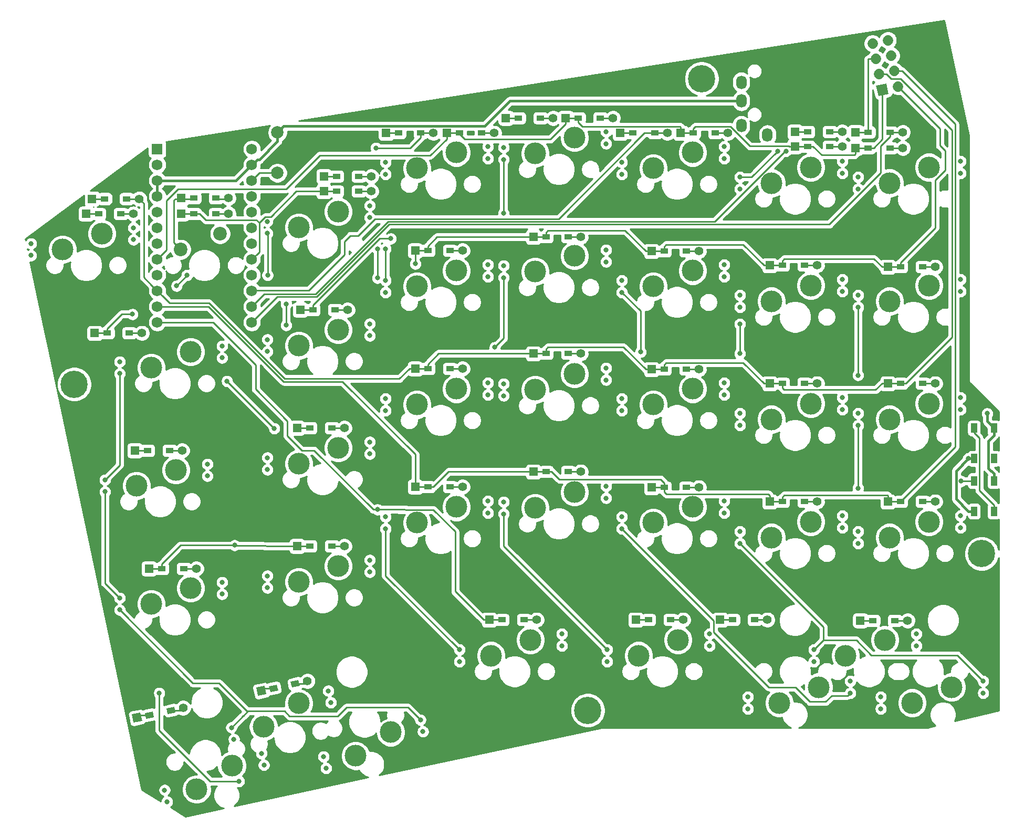
<source format=gtl>
G04 #@! TF.GenerationSoftware,KiCad,Pcbnew,(5.1.5-0-10_14)*
G04 #@! TF.CreationDate,2020-04-18T19:56:34+09:00*
G04 #@! TF.ProjectId,Colice,436f6c69-6365-42e6-9b69-6361645f7063,rev?*
G04 #@! TF.SameCoordinates,Original*
G04 #@! TF.FileFunction,Copper,L1,Top*
G04 #@! TF.FilePolarity,Positive*
%FSLAX46Y46*%
G04 Gerber Fmt 4.6, Leading zero omitted, Abs format (unit mm)*
G04 Created by KiCad (PCBNEW (5.1.5-0-10_14)) date 2020-04-18 19:56:34*
%MOMM*%
%LPD*%
G04 APERTURE LIST*
%ADD10R,1.300000X0.950000*%
%ADD11R,1.397000X1.397000*%
%ADD12C,1.397000*%
%ADD13R,1.752600X1.752600*%
%ADD14C,1.752600*%
%ADD15C,3.500000*%
%ADD16C,0.800000*%
%ADD17C,0.100000*%
%ADD18O,1.700000X2.200000*%
%ADD19C,2.000000*%
%ADD20R,1.000000X1.500000*%
%ADD21C,1.700000*%
%ADD22C,2.200000*%
%ADD23C,4.400000*%
%ADD24C,0.700000*%
%ADD25C,0.250000*%
%ADD26C,0.400000*%
%ADD27C,0.254000*%
G04 APERTURE END LIST*
D10*
X161547000Y-51117500D03*
D11*
X159512000Y-51117500D03*
D12*
X167132000Y-51117500D03*
D10*
X165097000Y-51117500D03*
D13*
X56692800Y-53895625D03*
D14*
X56692800Y-56435625D03*
X56692800Y-58975625D03*
X56692800Y-61515625D03*
X56692800Y-64055625D03*
X56692800Y-66595625D03*
X56692800Y-69135625D03*
X56692800Y-71675625D03*
X56692800Y-74215625D03*
X56692800Y-76755625D03*
X56692800Y-79295625D03*
X71932800Y-81835625D03*
X71932800Y-79295625D03*
X71932800Y-76755625D03*
X71932800Y-74215625D03*
X71932800Y-71675625D03*
X71932800Y-69135625D03*
X71932800Y-66595625D03*
X71932800Y-64055625D03*
X71932800Y-61515625D03*
X71932800Y-58975625D03*
X71932800Y-56435625D03*
X56692800Y-81835625D03*
X71932800Y-53895625D03*
D10*
X174876000Y-51181000D03*
D12*
X176911000Y-51181000D03*
D11*
X169291000Y-51181000D03*
D10*
X171326000Y-51181000D03*
X52194000Y-83566000D03*
D12*
X54229000Y-83566000D03*
D11*
X46609000Y-83566000D03*
D10*
X48644000Y-83566000D03*
D15*
X79502960Y-143255512D03*
X73819818Y-147060247D03*
D16*
X68650817Y-147175460D03*
X84271938Y-141258343D03*
X69050839Y-149057416D03*
X84671960Y-143140299D03*
D10*
X99184000Y-51308000D03*
D12*
X101219000Y-51308000D03*
D11*
X93599000Y-51308000D03*
D10*
X95634000Y-51308000D03*
X89151000Y-60706000D03*
D12*
X91186000Y-60706000D03*
D11*
X83566000Y-60706000D03*
D10*
X85601000Y-60706000D03*
D15*
X47783750Y-67548125D03*
X41433750Y-70088125D03*
D16*
X36353750Y-69126125D03*
X52863750Y-66586125D03*
X36353750Y-71050125D03*
X52863750Y-68510125D03*
D10*
X51781250Y-61912500D03*
D12*
X53816250Y-61912500D03*
D11*
X46196250Y-61912500D03*
D10*
X48231250Y-61912500D03*
X50797000Y-64341375D03*
D12*
X52832000Y-64341375D03*
D11*
X45212000Y-64341375D03*
D10*
X47247000Y-64341375D03*
X62614000Y-61801375D03*
D11*
X60579000Y-61801375D03*
D12*
X68199000Y-61801375D03*
D10*
X66164000Y-61801375D03*
X66164000Y-64341375D03*
D12*
X68199000Y-64341375D03*
D11*
X60579000Y-64341375D03*
D10*
X62614000Y-64341375D03*
X58671000Y-102504875D03*
D12*
X60706000Y-102504875D03*
D11*
X53086000Y-102504875D03*
D10*
X55121000Y-102504875D03*
X60957000Y-121554875D03*
D12*
X62992000Y-121554875D03*
D11*
X55372000Y-121554875D03*
D10*
X57407000Y-121554875D03*
G04 #@! TA.AperFunction,SMDPad,CuDef*
D17*
G36*
X78389774Y-140692720D02*
G01*
X78192258Y-139763479D01*
X79463850Y-139493194D01*
X79661366Y-140422435D01*
X78389774Y-140692720D01*
G37*
G04 #@! TD.AperFunction*
D12*
X80917342Y-139669856D03*
G04 #@! TA.AperFunction,ComponentPad*
D17*
G36*
X72925848Y-142082606D02*
G01*
X72635396Y-140716134D01*
X74001868Y-140425682D01*
X74292320Y-141792154D01*
X72925848Y-142082606D01*
G37*
G04 #@! TD.AperFunction*
G04 #@! TA.AperFunction,SMDPad,CuDef*
G36*
X74917350Y-141430806D02*
G01*
X74719834Y-140501565D01*
X75991426Y-140231280D01*
X76188942Y-141160521D01*
X74917350Y-141430806D01*
G37*
G04 #@! TD.AperFunction*
D12*
X91186000Y-58293000D03*
D11*
X83566000Y-58293000D03*
D10*
X85601000Y-58293000D03*
X89151000Y-58293000D03*
X85341000Y-79819500D03*
D12*
X87376000Y-79819500D03*
D11*
X79756000Y-79819500D03*
D10*
X81791000Y-79819500D03*
X84833000Y-98869500D03*
D12*
X86868000Y-98869500D03*
D11*
X79248000Y-98869500D03*
D10*
X81283000Y-98869500D03*
X84833000Y-117919500D03*
D12*
X86868000Y-117919500D03*
D11*
X79248000Y-117919500D03*
D10*
X81283000Y-117919500D03*
X108963000Y-51308000D03*
D12*
X110998000Y-51308000D03*
D11*
X103378000Y-51308000D03*
D10*
X105413000Y-51308000D03*
X103883000Y-70262750D03*
D12*
X105918000Y-70262750D03*
D11*
X98298000Y-70262750D03*
D10*
X100333000Y-70262750D03*
X103883000Y-89312750D03*
D12*
X105918000Y-89312750D03*
D11*
X98298000Y-89312750D03*
D10*
X100333000Y-89312750D03*
X103883000Y-108362750D03*
D12*
X105918000Y-108362750D03*
D11*
X98298000Y-108362750D03*
D10*
X100333000Y-108362750D03*
X115821000Y-129794000D03*
D12*
X117856000Y-129794000D03*
D11*
X110236000Y-129794000D03*
D10*
X112271000Y-129794000D03*
X114938000Y-48895000D03*
D11*
X112903000Y-48895000D03*
D12*
X120523000Y-48895000D03*
D10*
X118488000Y-48895000D03*
X128140000Y-48895000D03*
D12*
X130175000Y-48895000D03*
D11*
X122555000Y-48895000D03*
D10*
X124590000Y-48895000D03*
X122933000Y-68072000D03*
D12*
X124968000Y-68072000D03*
D11*
X117348000Y-68072000D03*
D10*
X119383000Y-68072000D03*
X122933000Y-86868000D03*
D12*
X124968000Y-86868000D03*
D11*
X117348000Y-86868000D03*
D10*
X119383000Y-86868000D03*
X122933000Y-105918000D03*
D12*
X124968000Y-105918000D03*
D11*
X117348000Y-105918000D03*
D10*
X119383000Y-105918000D03*
X139443000Y-129794000D03*
D12*
X141478000Y-129794000D03*
D11*
X133858000Y-129794000D03*
D10*
X135893000Y-129794000D03*
X136903000Y-51308000D03*
D12*
X138938000Y-51308000D03*
D11*
X131318000Y-51308000D03*
D10*
X133353000Y-51308000D03*
X146682000Y-51308000D03*
D12*
X148717000Y-51308000D03*
D11*
X141097000Y-51308000D03*
D10*
X143132000Y-51308000D03*
X141983000Y-70358000D03*
D12*
X144018000Y-70358000D03*
D11*
X136398000Y-70358000D03*
D10*
X138433000Y-70358000D03*
X141983000Y-89408000D03*
D12*
X144018000Y-89408000D03*
D11*
X136398000Y-89408000D03*
D10*
X138433000Y-89408000D03*
X141983000Y-108458000D03*
D12*
X144018000Y-108458000D03*
D11*
X136398000Y-108458000D03*
D10*
X138433000Y-108458000D03*
X153032000Y-129794000D03*
D12*
X155067000Y-129794000D03*
D11*
X147447000Y-129794000D03*
D10*
X149482000Y-129794000D03*
X165097000Y-53467000D03*
D12*
X167132000Y-53467000D03*
D11*
X159512000Y-53467000D03*
D10*
X161547000Y-53467000D03*
X161033000Y-72644000D03*
D12*
X163068000Y-72644000D03*
D11*
X155448000Y-72644000D03*
D10*
X157483000Y-72644000D03*
X161033000Y-91694000D03*
D12*
X163068000Y-91694000D03*
D11*
X155448000Y-91694000D03*
D10*
X157483000Y-91694000D03*
X161033000Y-110744000D03*
D12*
X163068000Y-110744000D03*
D11*
X155448000Y-110744000D03*
D10*
X157483000Y-110744000D03*
X174876000Y-53721000D03*
D12*
X176911000Y-53721000D03*
D11*
X169291000Y-53721000D03*
D10*
X171326000Y-53721000D03*
X180083000Y-72898000D03*
D12*
X182118000Y-72898000D03*
D11*
X174498000Y-72898000D03*
D10*
X176533000Y-72898000D03*
X180083000Y-91694000D03*
D12*
X182118000Y-91694000D03*
D11*
X174498000Y-91694000D03*
D10*
X176533000Y-91694000D03*
X180083000Y-110744000D03*
D12*
X182118000Y-110744000D03*
D11*
X174498000Y-110744000D03*
D10*
X176533000Y-110744000D03*
X175638000Y-129921000D03*
D12*
X177673000Y-129921000D03*
D11*
X170053000Y-129921000D03*
D10*
X172088000Y-129921000D03*
D18*
X155071500Y-51614500D03*
X150871500Y-50114500D03*
X150871500Y-46114500D03*
X150871500Y-43114500D03*
D15*
X62071250Y-86598125D03*
X55721250Y-89138125D03*
D16*
X50641250Y-88176125D03*
X67151250Y-85636125D03*
X50641250Y-90100125D03*
X67151250Y-87560125D03*
D15*
X59690000Y-105648125D03*
X53340000Y-108188125D03*
D16*
X48260000Y-107226125D03*
X64770000Y-104686125D03*
X48260000Y-109150125D03*
X64770000Y-106610125D03*
D15*
X62071250Y-124698125D03*
X55721250Y-127238125D03*
D16*
X50641250Y-126276125D03*
X67151250Y-123736125D03*
X50641250Y-128200125D03*
X67151250Y-125660125D03*
D19*
X76073000Y-57733000D03*
X76073000Y-51233000D03*
D15*
X85883750Y-102076250D03*
X79533750Y-104616250D03*
D16*
X74453750Y-103654250D03*
X90963750Y-101114250D03*
X74453750Y-105578250D03*
X90963750Y-103038250D03*
D15*
X85883750Y-121126250D03*
X79533750Y-123666250D03*
D16*
X74453750Y-122704250D03*
X90963750Y-120164250D03*
X74453750Y-124628250D03*
X90963750Y-122088250D03*
D15*
X88678056Y-151731266D03*
X94361198Y-147926531D03*
D16*
X99530199Y-147811318D03*
X83909078Y-153728435D03*
X99130177Y-145929362D03*
X83509056Y-151846479D03*
X110013750Y-55413250D03*
X93503750Y-57953250D03*
X110013750Y-53489250D03*
X93503750Y-56029250D03*
D15*
X98583750Y-56991250D03*
X104933750Y-54451250D03*
D16*
X110013750Y-74463250D03*
X93503750Y-77003250D03*
X110013750Y-72539250D03*
X93503750Y-75079250D03*
D15*
X98583750Y-76041250D03*
X104933750Y-73501250D03*
D16*
X110013750Y-93513250D03*
X93503750Y-96053250D03*
X110013750Y-91589250D03*
X93503750Y-94129250D03*
D15*
X98583750Y-95091250D03*
X104933750Y-92551250D03*
D16*
X110013750Y-112563250D03*
X93503750Y-115103250D03*
X110013750Y-110639250D03*
X93503750Y-113179250D03*
D15*
X98583750Y-114141250D03*
X104933750Y-111601250D03*
D16*
X121920000Y-133994500D03*
X105410000Y-136534500D03*
X121920000Y-132070500D03*
X105410000Y-134610500D03*
D15*
X110490000Y-135572500D03*
X116840000Y-133032500D03*
D16*
X129063750Y-53032000D03*
X112553750Y-55572000D03*
X129063750Y-51108000D03*
X112553750Y-53648000D03*
D15*
X117633750Y-54610000D03*
X123983750Y-52070000D03*
D16*
X129063750Y-72082000D03*
X112553750Y-74622000D03*
X129063750Y-70158000D03*
X112553750Y-72698000D03*
D15*
X117633750Y-73660000D03*
X123983750Y-71120000D03*
D16*
X129063750Y-91132000D03*
X112553750Y-93672000D03*
X129063750Y-89208000D03*
X112553750Y-91748000D03*
D15*
X117633750Y-92710000D03*
X123983750Y-90170000D03*
D16*
X129063750Y-110182000D03*
X112553750Y-112722000D03*
X129063750Y-108258000D03*
X112553750Y-110798000D03*
D15*
X117633750Y-111760000D03*
X123983750Y-109220000D03*
D16*
X145732500Y-133994500D03*
X129222500Y-136534500D03*
X145732500Y-132070500D03*
X129222500Y-134610500D03*
D15*
X134302500Y-135572500D03*
X140652500Y-133032500D03*
X143033750Y-54451250D03*
X136683750Y-56991250D03*
D16*
X131603750Y-56029250D03*
X148113750Y-53489250D03*
X131603750Y-57953250D03*
X148113750Y-55413250D03*
D15*
X143033750Y-73501250D03*
X136683750Y-76041250D03*
D16*
X131603750Y-75079250D03*
X148113750Y-72539250D03*
X131603750Y-77003250D03*
X148113750Y-74463250D03*
D15*
X143033750Y-92551250D03*
X136683750Y-95091250D03*
D16*
X131603750Y-94129250D03*
X148113750Y-91589250D03*
X131603750Y-96053250D03*
X148113750Y-93513250D03*
D15*
X143033750Y-111601250D03*
X136683750Y-114141250D03*
D16*
X131603750Y-113179250D03*
X148113750Y-110639250D03*
X131603750Y-115103250D03*
X148113750Y-112563250D03*
D15*
X162083750Y-56832500D03*
X155733750Y-59372500D03*
D16*
X150653750Y-58410500D03*
X167163750Y-55870500D03*
X150653750Y-60334500D03*
X167163750Y-57794500D03*
D15*
X162083750Y-75882500D03*
X155733750Y-78422500D03*
D16*
X150653750Y-77460500D03*
X167163750Y-74920500D03*
X150653750Y-79384500D03*
X167163750Y-76844500D03*
D15*
X162083750Y-94932500D03*
X155733750Y-97472500D03*
D16*
X150653750Y-96510500D03*
X167163750Y-93970500D03*
X150653750Y-98434500D03*
X167163750Y-95894500D03*
D15*
X162083750Y-113982500D03*
X155733750Y-116522500D03*
D16*
X150653750Y-115560500D03*
X167163750Y-113020500D03*
X150653750Y-117484500D03*
X167163750Y-114944500D03*
D15*
X173990000Y-133032500D03*
X167640000Y-135572500D03*
D16*
X162560000Y-134610500D03*
X179070000Y-132070500D03*
X162560000Y-136534500D03*
X179070000Y-133994500D03*
D15*
X181133750Y-56832500D03*
X174783750Y-59372500D03*
D16*
X169703750Y-58410500D03*
X186213750Y-55870500D03*
X169703750Y-60334500D03*
X186213750Y-57794500D03*
D15*
X181133750Y-75882500D03*
X174783750Y-78422500D03*
D16*
X169703750Y-77460500D03*
X186213750Y-74920500D03*
X169703750Y-79384500D03*
X186213750Y-76844500D03*
D15*
X181133750Y-94932500D03*
X174783750Y-97472500D03*
D16*
X169703750Y-96510500D03*
X186213750Y-93970500D03*
X169703750Y-98434500D03*
X186213750Y-95894500D03*
D15*
X181133750Y-113982500D03*
X174783750Y-116522500D03*
D16*
X169703750Y-115560500D03*
X186213750Y-113020500D03*
X169703750Y-117484500D03*
X186213750Y-114944500D03*
G04 #@! TA.AperFunction,SMDPad,CuDef*
D17*
G36*
X58349174Y-145010720D02*
G01*
X58151658Y-144081479D01*
X59423250Y-143811194D01*
X59620766Y-144740435D01*
X58349174Y-145010720D01*
G37*
G04 #@! TD.AperFunction*
D12*
X60876742Y-143987856D03*
G04 #@! TA.AperFunction,ComponentPad*
D17*
G36*
X52885248Y-146400606D02*
G01*
X52594796Y-145034134D01*
X53961268Y-144743682D01*
X54251720Y-146110154D01*
X52885248Y-146400606D01*
G37*
G04 #@! TD.AperFunction*
G04 #@! TA.AperFunction,SMDPad,CuDef*
G36*
X54876750Y-145748806D02*
G01*
X54679234Y-144819565D01*
X55950826Y-144549280D01*
X56148342Y-145478521D01*
X54876750Y-145748806D01*
G37*
G04 #@! TD.AperFunction*
D15*
X63048770Y-157139937D03*
X68731912Y-153335202D03*
D16*
X73900913Y-153219989D03*
X58279792Y-159137106D03*
X73500891Y-151338033D03*
X57879770Y-157255150D03*
D20*
X191592000Y-107405000D03*
X188392000Y-107405000D03*
X191592000Y-112305000D03*
X188392000Y-112305000D03*
X188392000Y-103796000D03*
X191592000Y-103796000D03*
X188392000Y-98896000D03*
X191592000Y-98896000D03*
G04 #@! TA.AperFunction,ComponentPad*
D17*
G36*
X172954299Y-45331150D02*
G01*
X172600850Y-43668299D01*
X174263701Y-43314850D01*
X174617150Y-44977701D01*
X172954299Y-45331150D01*
G37*
G04 #@! TD.AperFunction*
D21*
X176093495Y-43794904D02*
X176093495Y-43794904D01*
X173080904Y-41838505D02*
X173080904Y-41838505D01*
X175565399Y-41310409D02*
X175565399Y-41310409D01*
X172552809Y-39354010D02*
X172552809Y-39354010D01*
X175037304Y-38825914D02*
X175037304Y-38825914D01*
X172024713Y-36869515D02*
X172024713Y-36869515D01*
X174509208Y-36341420D02*
X174509208Y-36341420D01*
D16*
X90963750Y-64938250D03*
X74453750Y-67478250D03*
X90963750Y-63014250D03*
X74453750Y-65554250D03*
D15*
X79533750Y-66516250D03*
X85883750Y-63976250D03*
X85883750Y-83026250D03*
X79533750Y-85566250D03*
D16*
X74453750Y-84604250D03*
X90963750Y-82064250D03*
X74453750Y-86528250D03*
X90963750Y-83988250D03*
D22*
X60483750Y-70088125D03*
X66833750Y-67548125D03*
D23*
X144462500Y-42545000D03*
D24*
X146112500Y-42545000D03*
X145629226Y-43711726D03*
X144462500Y-44195000D03*
X143295774Y-43711726D03*
X142812500Y-42545000D03*
X143295774Y-41378274D03*
X144462500Y-40895000D03*
X145629226Y-41378274D03*
X44473726Y-90654274D03*
X43307000Y-90171000D03*
X42140274Y-90654274D03*
X41657000Y-91821000D03*
X42140274Y-92987726D03*
X43307000Y-93471000D03*
X44473726Y-92987726D03*
X44957000Y-91821000D03*
D23*
X43307000Y-91821000D03*
X126111000Y-144399000D03*
D24*
X127761000Y-144399000D03*
X127277726Y-145565726D03*
X126111000Y-146049000D03*
X124944274Y-145565726D03*
X124461000Y-144399000D03*
X124944274Y-143232274D03*
X126111000Y-142749000D03*
X127277726Y-143232274D03*
D23*
X189611000Y-119126000D03*
D24*
X191261000Y-119126000D03*
X190777726Y-120292726D03*
X189611000Y-120776000D03*
X188444274Y-120292726D03*
X187961000Y-119126000D03*
X188444274Y-117959274D03*
X189611000Y-117476000D03*
X190777726Y-117959274D03*
D16*
X151923750Y-142230500D03*
X168433750Y-139690500D03*
X151923750Y-144154500D03*
X168433750Y-141614500D03*
D15*
X163353750Y-140652500D03*
X157003750Y-143192500D03*
X178435000Y-143192500D03*
X184785000Y-140652500D03*
D16*
X189865000Y-141614500D03*
X173355000Y-144154500D03*
X189865000Y-139690500D03*
X173355000Y-142230500D03*
X91948000Y-53721000D03*
X94361000Y-68326000D03*
X52705000Y-80518000D03*
X75565000Y-98933000D03*
X67945000Y-91313000D03*
X69157010Y-117786990D03*
X158051500Y-54229000D03*
X98298000Y-72390000D03*
X59817000Y-75946000D03*
X61468000Y-74228116D03*
X92202000Y-74676000D03*
X92202000Y-112014000D03*
X169672000Y-108585000D03*
X92202000Y-69977000D03*
X169672000Y-90360500D03*
X186309000Y-107442000D03*
X190500000Y-96520000D03*
X187492000Y-103796000D03*
X57023000Y-141605000D03*
X69850000Y-155829000D03*
X77470000Y-82296000D03*
X77470000Y-78867000D03*
X74485500Y-74231500D03*
X93472000Y-69977000D03*
X112522000Y-64262000D03*
X111125000Y-85852000D03*
X134620000Y-86614000D03*
X150622000Y-86868000D03*
X150622000Y-82105500D03*
X156718000Y-54229000D03*
D25*
X58166000Y-63754000D02*
X58166000Y-63500000D01*
X141021999Y-50284499D02*
X141097000Y-50359500D01*
X124590000Y-49620000D02*
X125254499Y-50284499D01*
X141097000Y-50359500D02*
X141097000Y-51308000D01*
X125254499Y-50284499D02*
X141021999Y-50284499D01*
X124590000Y-48895000D02*
X124590000Y-49620000D01*
X122555000Y-49843500D02*
X122555000Y-48895000D01*
X120066999Y-52331501D02*
X122555000Y-49843500D01*
X106309501Y-52331501D02*
X120066999Y-52331501D01*
X105286000Y-51308000D02*
X106309501Y-52331501D01*
X103378000Y-51308000D02*
X105413000Y-51308000D01*
X122555000Y-48895000D02*
X124590000Y-48895000D01*
X141097000Y-51308000D02*
X143132000Y-51308000D01*
X169291000Y-53721000D02*
X171326000Y-53721000D01*
X172226000Y-53721000D02*
X171326000Y-53721000D01*
X173609000Y-52338000D02*
X172226000Y-53721000D01*
X173609000Y-44323000D02*
X173609000Y-52338000D01*
X169203001Y-54757499D02*
X169291000Y-54669500D01*
X161547000Y-53467000D02*
X159512000Y-53467000D01*
X162447000Y-53467000D02*
X163844000Y-54864000D01*
X161547000Y-53467000D02*
X162447000Y-53467000D01*
X169291000Y-54669500D02*
X169291000Y-53721000D01*
X169096500Y-54864000D02*
X169291000Y-54669500D01*
X163844000Y-54864000D02*
X169096500Y-54864000D01*
X58166000Y-70202425D02*
X56692800Y-71675625D01*
X58166000Y-63754000D02*
X58166000Y-70202425D01*
X100718251Y-54916249D02*
X103378000Y-52256500D01*
X103378000Y-52256500D02*
X103378000Y-51308000D01*
X82878751Y-54916249D02*
X100718251Y-54916249D01*
X58166000Y-63754000D02*
X58166000Y-62232373D01*
X60084049Y-60314324D02*
X77480676Y-60314324D01*
X58166000Y-62232373D02*
X60084049Y-60314324D01*
X77480676Y-60314324D02*
X82878751Y-54916249D01*
X158536998Y-53440498D02*
X158563500Y-53467000D01*
X143430501Y-50284499D02*
X149153999Y-50284499D01*
X149696490Y-50826990D02*
X149696490Y-50851205D01*
X143132000Y-51308000D02*
X143132000Y-50583000D01*
X143132000Y-50583000D02*
X143430501Y-50284499D01*
X149696490Y-50851205D02*
X152285783Y-53440498D01*
X149153999Y-50284499D02*
X149696490Y-50826990D01*
X158563500Y-53467000D02*
X159512000Y-53467000D01*
X152285783Y-53440498D02*
X158536998Y-53440498D01*
X83566000Y-60706000D02*
X85601000Y-60706000D01*
X47247000Y-64293750D02*
X45212000Y-64293750D01*
X99184000Y-52033000D02*
X99184000Y-51308000D01*
X97496000Y-53721000D02*
X99184000Y-52033000D01*
X91948000Y-53721000D02*
X97496000Y-53721000D01*
X99184000Y-51308000D02*
X101219000Y-51308000D01*
X72809099Y-70799326D02*
X71932800Y-71675625D01*
X73134101Y-65800897D02*
X73134101Y-70474324D01*
X73134101Y-70474324D02*
X72809099Y-70799326D01*
X83566000Y-60706000D02*
X79121000Y-60706000D01*
X79121000Y-60706000D02*
X74997751Y-64829249D01*
X74105749Y-64829249D02*
X73134101Y-65800897D01*
X74997751Y-64829249D02*
X74105749Y-64829249D01*
X72698080Y-65364876D02*
X73134101Y-65800897D01*
X64537501Y-65364876D02*
X72698080Y-65364876D01*
X63514000Y-64341375D02*
X64537501Y-65364876D01*
X62614000Y-64341375D02*
X63514000Y-64341375D01*
X62614000Y-64341375D02*
X60579000Y-64341375D01*
X81791000Y-79094500D02*
X81791000Y-79819500D01*
X92559500Y-68326000D02*
X81791000Y-79094500D01*
X94361000Y-68326000D02*
X92559500Y-68326000D01*
X48641000Y-83566000D02*
X46606000Y-83566000D01*
X79756000Y-79819500D02*
X81791000Y-79819500D01*
X118488000Y-48895000D02*
X120523000Y-48895000D01*
X50967000Y-80518000D02*
X48644000Y-82841000D01*
X48644000Y-82841000D02*
X48644000Y-83566000D01*
X52705000Y-80518000D02*
X50967000Y-80518000D01*
X75565000Y-98933000D02*
X67945000Y-91313000D01*
X55121000Y-102489000D02*
X53086000Y-102489000D01*
X81283000Y-98869500D02*
X79248000Y-98869500D01*
X136903000Y-51308000D02*
X138938000Y-51308000D01*
X81108452Y-76720701D02*
X71967724Y-76720701D01*
X86868000Y-70961153D02*
X81108452Y-76720701D01*
X86868000Y-68835998D02*
X86868000Y-70961153D01*
X89118753Y-67856249D02*
X87847749Y-67856249D01*
X91835022Y-65139980D02*
X89118753Y-67856249D01*
X121420018Y-65139980D02*
X91835022Y-65139980D01*
X135251998Y-51308000D02*
X121420018Y-65139980D01*
X71967724Y-76720701D02*
X71932800Y-76755625D01*
X87847749Y-67856249D02*
X86868000Y-68835998D01*
X136903000Y-51308000D02*
X135251998Y-51308000D01*
X69157010Y-117798010D02*
X69215000Y-117856000D01*
X69157010Y-117786990D02*
X69157010Y-117798010D01*
X57404000Y-121539000D02*
X55369000Y-121539000D01*
X81283000Y-117919500D02*
X79248000Y-117919500D01*
X79248000Y-117919500D02*
X69215000Y-117856000D01*
X57407000Y-120829875D02*
X57407000Y-121554875D01*
X60449885Y-117786990D02*
X57407000Y-120829875D01*
X69157010Y-117786990D02*
X60449885Y-117786990D01*
X73954435Y-77273990D02*
X71932800Y-79295625D01*
X82236600Y-77273990D02*
X73954435Y-77273990D01*
X141801010Y-65589990D02*
X93920600Y-65589990D01*
X93920600Y-65589990D02*
X82236600Y-77273990D01*
X165097000Y-51117500D02*
X167132000Y-51117500D01*
X157924500Y-54229000D02*
X158051500Y-54229000D01*
X146563510Y-65589990D02*
X157924500Y-54229000D01*
X141801010Y-65589990D02*
X146563510Y-65589990D01*
X53846359Y-145149043D02*
X53423258Y-145572144D01*
X55413788Y-145149043D02*
X53846359Y-145149043D01*
X73886959Y-140831043D02*
X73463858Y-141254144D01*
X75454388Y-140831043D02*
X73886959Y-140831043D01*
X174876000Y-51181000D02*
X176911000Y-51181000D01*
X76044425Y-77724000D02*
X71932800Y-81835625D01*
X82423000Y-77724000D02*
X76044425Y-77724000D01*
X165071252Y-66013996D02*
X165071252Y-66040000D01*
X165071252Y-66040000D02*
X94107000Y-66040000D01*
X173355000Y-57730248D02*
X165071252Y-66013996D01*
X173355000Y-53427000D02*
X173355000Y-57730248D01*
X174876000Y-51906000D02*
X173355000Y-53427000D01*
X94107000Y-66040000D02*
X82423000Y-77724000D01*
X174876000Y-51181000D02*
X174876000Y-51906000D01*
X183729999Y-54189999D02*
X182880000Y-53340000D01*
X182129751Y-58907501D02*
X183729999Y-57307253D01*
X183729999Y-57307253D02*
X183729999Y-54189999D01*
X182129751Y-66576249D02*
X182129751Y-58907501D01*
X176533000Y-72173000D02*
X182129751Y-66576249D01*
X176533000Y-72898000D02*
X176533000Y-72173000D01*
X157483000Y-71919000D02*
X157483000Y-72644000D01*
X172271999Y-71620499D02*
X157781501Y-71620499D01*
X157781501Y-71620499D02*
X157483000Y-71919000D01*
X173549500Y-72898000D02*
X172271999Y-71620499D01*
X174498000Y-72898000D02*
X173549500Y-72898000D01*
X138433000Y-69633000D02*
X138433000Y-70358000D01*
X151189999Y-69334499D02*
X138731501Y-69334499D01*
X138731501Y-69334499D02*
X138433000Y-69633000D01*
X154499500Y-72644000D02*
X151189999Y-69334499D01*
X155448000Y-72644000D02*
X154499500Y-72644000D01*
X119383000Y-67347000D02*
X119383000Y-68072000D01*
X132139999Y-67048499D02*
X119681501Y-67048499D01*
X119681501Y-67048499D02*
X119383000Y-67347000D01*
X135449500Y-70358000D02*
X132139999Y-67048499D01*
X136398000Y-70358000D02*
X135449500Y-70358000D01*
X100333000Y-69537750D02*
X100333000Y-70262750D01*
X101798750Y-68072000D02*
X100333000Y-69537750D01*
X117348000Y-68072000D02*
X101798750Y-68072000D01*
X98298000Y-70262750D02*
X100333000Y-70262750D01*
X119383000Y-68072000D02*
X117348000Y-68072000D01*
X136398000Y-70358000D02*
X138433000Y-70358000D01*
X155448000Y-72644000D02*
X157483000Y-72644000D01*
X174498000Y-72898000D02*
X176533000Y-72898000D01*
X182880000Y-50581409D02*
X176093495Y-43794904D01*
X182880000Y-53340000D02*
X182880000Y-50581409D01*
X98298000Y-72390000D02*
X98298000Y-70262750D01*
X60957000Y-121539000D02*
X62992000Y-121539000D01*
X80494241Y-140092957D02*
X80917342Y-139669856D01*
X78926812Y-140092957D02*
X80494241Y-140092957D01*
X91186000Y-60706000D02*
X89151000Y-60706000D01*
X85341000Y-79819500D02*
X87376000Y-79819500D01*
X51689000Y-61912500D02*
X53724000Y-61912500D01*
X157781501Y-92717501D02*
X157483000Y-92419000D01*
X157483000Y-92419000D02*
X157483000Y-91694000D01*
X172525999Y-92717501D02*
X157781501Y-92717501D01*
X173549500Y-91694000D02*
X172525999Y-92717501D01*
X174498000Y-91694000D02*
X173549500Y-91694000D01*
X138731501Y-88384499D02*
X138433000Y-88683000D01*
X138433000Y-88683000D02*
X138433000Y-89408000D01*
X151189999Y-88384499D02*
X138731501Y-88384499D01*
X154499500Y-91694000D02*
X151189999Y-88384499D01*
X155448000Y-91694000D02*
X154499500Y-91694000D01*
X131885999Y-85844499D02*
X119681501Y-85844499D01*
X119383000Y-86143000D02*
X119383000Y-86868000D01*
X119681501Y-85844499D02*
X119383000Y-86143000D01*
X135449500Y-89408000D02*
X131885999Y-85844499D01*
X136398000Y-89408000D02*
X135449500Y-89408000D01*
X100333000Y-88587750D02*
X100333000Y-89312750D01*
X102052750Y-86868000D02*
X100333000Y-88587750D01*
X117348000Y-86868000D02*
X102052750Y-86868000D01*
X98298000Y-89312750D02*
X100333000Y-89312750D01*
X119383000Y-86868000D02*
X117348000Y-86868000D01*
X136398000Y-89408000D02*
X138433000Y-89408000D01*
X155448000Y-91694000D02*
X157483000Y-91694000D01*
X174498000Y-91694000D02*
X176533000Y-91694000D01*
X174282985Y-41838505D02*
X173080904Y-41838505D01*
X174989480Y-42545000D02*
X174282985Y-41838505D01*
X184873751Y-84253249D02*
X184873751Y-50836158D01*
X177433000Y-91694000D02*
X184873751Y-84253249D01*
X176582593Y-42545000D02*
X174989480Y-42545000D01*
X184873751Y-50836158D02*
X176582593Y-42545000D01*
X176533000Y-91694000D02*
X177433000Y-91694000D01*
X55816501Y-75879326D02*
X56692800Y-76755625D01*
X54514749Y-74577574D02*
X55816501Y-75879326D01*
X54514749Y-62610999D02*
X54514749Y-74577574D01*
X53816250Y-61912500D02*
X54514749Y-62610999D01*
X97349500Y-89312750D02*
X98298000Y-89312750D01*
X77216000Y-90932000D02*
X95730250Y-90932000D01*
X58674000Y-78740000D02*
X65024000Y-78740000D01*
X56692800Y-76755625D02*
X57569099Y-77631924D01*
X57569099Y-77635099D02*
X58674000Y-78740000D01*
X95730250Y-90932000D02*
X97349500Y-89312750D01*
X65024000Y-78740000D02*
X77216000Y-90932000D01*
X57569099Y-77631924D02*
X57569099Y-77635099D01*
X84833000Y-117919500D02*
X86868000Y-117919500D01*
X108963000Y-51308000D02*
X110998000Y-51308000D01*
X103883000Y-70262750D02*
X105918000Y-70262750D01*
X68199000Y-61912500D02*
X66164000Y-61912500D01*
X157483000Y-110019000D02*
X157483000Y-110744000D01*
X157781501Y-109720499D02*
X157483000Y-110019000D01*
X157483000Y-110744000D02*
X156583000Y-110744000D01*
X137844999Y-107144999D02*
X138433000Y-107733000D01*
X138433000Y-107733000D02*
X138433000Y-108458000D01*
X120283000Y-105918000D02*
X121509999Y-107144999D01*
X121509999Y-107144999D02*
X137844999Y-107144999D01*
X119383000Y-105918000D02*
X120283000Y-105918000D01*
X101233000Y-108362750D02*
X103677750Y-105918000D01*
X118483000Y-105918000D02*
X119383000Y-105918000D01*
X103677750Y-105918000D02*
X118483000Y-105918000D01*
X100333000Y-108362750D02*
X101233000Y-108362750D01*
X98298000Y-108362750D02*
X100333000Y-108362750D01*
X136398000Y-108458000D02*
X138433000Y-108458000D01*
X155448000Y-110744000D02*
X157483000Y-110744000D01*
X138776249Y-109526249D02*
X155178749Y-109526249D01*
X138433000Y-109183000D02*
X138776249Y-109526249D01*
X155448000Y-109795500D02*
X155448000Y-110744000D01*
X155178749Y-109526249D02*
X155448000Y-109795500D01*
X138433000Y-108458000D02*
X138433000Y-109183000D01*
X176533000Y-110744000D02*
X174498000Y-110744000D01*
X174498000Y-109795500D02*
X174498000Y-110744000D01*
X174422999Y-109720499D02*
X174498000Y-109795500D01*
X157781501Y-109720499D02*
X174422999Y-109720499D01*
X185323761Y-101950239D02*
X176530000Y-110744000D01*
X185323761Y-49866690D02*
X185323761Y-101950239D01*
X176767480Y-41310409D02*
X185323761Y-49866690D01*
X175565399Y-41310409D02*
X176767480Y-41310409D01*
X64943215Y-79295625D02*
X56692800Y-79295625D01*
X77029600Y-91382010D02*
X64943215Y-79295625D01*
X98298000Y-103124000D02*
X86556010Y-91382010D01*
X86556010Y-91382010D02*
X77029600Y-91382010D01*
X98298000Y-108362750D02*
X98298000Y-103124000D01*
X59817000Y-75946000D02*
X61468000Y-74295000D01*
X61468000Y-74295000D02*
X61468000Y-74228116D01*
X103883000Y-108362750D02*
X105918000Y-108362750D01*
X115821000Y-129794000D02*
X117856000Y-129794000D01*
X128140000Y-48895000D02*
X130175000Y-48895000D01*
X122933000Y-68072000D02*
X124968000Y-68072000D01*
X109287500Y-129794000D02*
X110236000Y-129794000D01*
X104712651Y-125219151D02*
X109287500Y-129794000D01*
X104712651Y-115568177D02*
X104712651Y-125219151D01*
X101210723Y-112066249D02*
X104712651Y-115568177D01*
X92202000Y-112014000D02*
X101210723Y-112066249D01*
X169703750Y-108553250D02*
X169672000Y-108585000D01*
X169703750Y-98434500D02*
X169703750Y-108553250D01*
X170053000Y-129921000D02*
X172088000Y-129921000D01*
X112271000Y-129794000D02*
X110236000Y-129794000D01*
X135893000Y-129794000D02*
X133858000Y-129794000D01*
X147447000Y-129794000D02*
X149482000Y-129794000D01*
X89151000Y-58293000D02*
X91186000Y-58293000D01*
X92202000Y-69977000D02*
X92202000Y-74676000D01*
X169291000Y-51181000D02*
X171326000Y-51181000D01*
X171326000Y-50456000D02*
X171326000Y-51181000D01*
X171350728Y-39354010D02*
X171326000Y-39378738D01*
X171326000Y-39378738D02*
X171326000Y-50456000D01*
X172552809Y-39354010D02*
X171350728Y-39354010D01*
X169672000Y-79416250D02*
X169703750Y-79384500D01*
X169672000Y-90360500D02*
X169672000Y-79416250D01*
X65705215Y-81835625D02*
X56692800Y-81835625D01*
X72553738Y-88684148D02*
X65705215Y-81835625D01*
X77654990Y-97722400D02*
X72553739Y-92621149D01*
X72553739Y-92621149D02*
X72553738Y-88684148D01*
X91505498Y-112014000D02*
X81980498Y-102489000D01*
X77654990Y-100135400D02*
X77654990Y-97722400D01*
X80008590Y-102489000D02*
X77654990Y-100135400D01*
X81980498Y-102489000D02*
X80008590Y-102489000D01*
X92202000Y-112014000D02*
X91505498Y-112014000D01*
X122933000Y-105918000D02*
X124968000Y-105918000D01*
X141478000Y-129794000D02*
X139443000Y-129794000D01*
X146682000Y-51308000D02*
X148717000Y-51308000D01*
X141983000Y-70358000D02*
X144018000Y-70358000D01*
X141983000Y-108458000D02*
X144018000Y-108458000D01*
X153032000Y-129794000D02*
X155067000Y-129794000D01*
X167132000Y-53467000D02*
X165097000Y-53467000D01*
X161033000Y-72644000D02*
X163068000Y-72644000D01*
X161033000Y-110744000D02*
X163068000Y-110744000D01*
X176911000Y-53721000D02*
X174876000Y-53721000D01*
X180083000Y-72898000D02*
X182118000Y-72898000D01*
X180083000Y-110744000D02*
X182118000Y-110744000D01*
X175638000Y-129921000D02*
X177673000Y-129921000D01*
X191592000Y-111305000D02*
X191592000Y-112305000D01*
X189217001Y-108930001D02*
X191592000Y-111305000D01*
X189217001Y-100444001D02*
X189217001Y-108930001D01*
X188392000Y-99619000D02*
X189217001Y-100444001D01*
X188392000Y-98896000D02*
X188392000Y-99619000D01*
X188355000Y-107442000D02*
X188392000Y-107405000D01*
X186309000Y-107442000D02*
X188355000Y-107442000D01*
D26*
X191592000Y-106255000D02*
X191592000Y-107405000D01*
X190691999Y-100946001D02*
X190691999Y-105354999D01*
X190691999Y-105354999D02*
X191592000Y-106255000D01*
X191592000Y-100046000D02*
X190691999Y-100946001D01*
X191592000Y-98896000D02*
X191592000Y-100046000D01*
X56692800Y-61515625D02*
X56692800Y-58975625D01*
X69392800Y-58975625D02*
X71932800Y-56435625D01*
X56692800Y-58975625D02*
X69392800Y-58975625D01*
X76073000Y-52647213D02*
X76073000Y-51233000D01*
X72809099Y-55559326D02*
X73160887Y-55559326D01*
X73160887Y-55559326D02*
X76073000Y-52647213D01*
X71932800Y-56435625D02*
X72809099Y-55559326D01*
X113588000Y-46114500D02*
X150871500Y-46114500D01*
X77096501Y-50209499D02*
X109493001Y-50209499D01*
X109493001Y-50209499D02*
X113588000Y-46114500D01*
X76073000Y-51233000D02*
X77096501Y-50209499D01*
X190500000Y-97804000D02*
X191592000Y-98896000D01*
X190500000Y-96520000D02*
X190500000Y-97804000D01*
X187492000Y-103796000D02*
X188392000Y-103796000D01*
X185508999Y-105779001D02*
X187492000Y-103796000D01*
X187492000Y-112305000D02*
X185508999Y-110321999D01*
X185508999Y-110321999D02*
X185508999Y-105779001D01*
X188392000Y-112305000D02*
X187492000Y-112305000D01*
X185508999Y-105779001D02*
X185508999Y-105779001D01*
D25*
X73175425Y-57733000D02*
X71932800Y-58975625D01*
X76073000Y-57733000D02*
X73175425Y-57733000D01*
X48260000Y-61912500D02*
X46228000Y-61912500D01*
X57023000Y-147620751D02*
X65231249Y-155829000D01*
X57023000Y-141605000D02*
X57023000Y-147620751D01*
X65231249Y-155829000D02*
X69469000Y-155829000D01*
X69469000Y-155829000D02*
X69850000Y-155829000D01*
X69850000Y-155829000D02*
X69850000Y-155829000D01*
X50797000Y-64325500D02*
X52832000Y-64325500D01*
X68199000Y-64293750D02*
X66164000Y-64293750D01*
X54229000Y-83566000D02*
X52194000Y-83566000D01*
X58671000Y-102504875D02*
X60706000Y-102504875D01*
X84833000Y-98869500D02*
X86868000Y-98869500D01*
X103883000Y-89312750D02*
X105918000Y-89312750D01*
X122933000Y-86868000D02*
X124968000Y-86868000D01*
X141983000Y-89408000D02*
X144018000Y-89408000D01*
X161033000Y-91694000D02*
X163068000Y-91694000D01*
X180083000Y-91694000D02*
X182118000Y-91694000D01*
X60453641Y-144410957D02*
X60876742Y-143987856D01*
X58886212Y-144410957D02*
X60453641Y-144410957D01*
X68650817Y-147175460D02*
X70538277Y-145288000D01*
X70538277Y-145288000D02*
X70612000Y-145288000D01*
X71374000Y-144526000D02*
X77216000Y-144526000D01*
X78020513Y-145330513D02*
X85809487Y-145330513D01*
X77216000Y-144526000D02*
X78020513Y-145330513D01*
X98730178Y-145529363D02*
X99130177Y-145929362D01*
X97116094Y-143915279D02*
X98730178Y-145529363D01*
X87224721Y-143915279D02*
X97116094Y-143915279D01*
X85809487Y-145330513D02*
X87224721Y-143915279D01*
X59383751Y-62159249D02*
X59383751Y-68988126D01*
X59630500Y-61912500D02*
X59383751Y-62159249D01*
X62614000Y-61912500D02*
X59630500Y-61912500D01*
X59383751Y-68988126D02*
X60483750Y-70088125D01*
X50641250Y-104844875D02*
X48260000Y-107226125D01*
X50641250Y-90100125D02*
X50641250Y-104844875D01*
X48260000Y-123894875D02*
X50641250Y-126276125D01*
X48260000Y-109150125D02*
X48260000Y-123894875D01*
X50641250Y-128200125D02*
X62458625Y-140017500D01*
X66675000Y-140017500D02*
X71247000Y-144589500D01*
X62458625Y-140017500D02*
X66675000Y-140017500D01*
X71247000Y-144589500D02*
X71374000Y-144526000D01*
X70612000Y-145288000D02*
X71247000Y-144589500D01*
X83566000Y-58293000D02*
X85601000Y-58293000D01*
X77470000Y-78867000D02*
X77470000Y-82296000D01*
X74485500Y-67510000D02*
X74453750Y-67478250D01*
X74485500Y-74231500D02*
X74485500Y-67510000D01*
X93472000Y-75047500D02*
X93503750Y-75079250D01*
X93472000Y-69977000D02*
X93472000Y-75047500D01*
X93599000Y-51308000D02*
X95634000Y-51308000D01*
X93503750Y-122704250D02*
X105410000Y-134610500D01*
X93503750Y-115103250D02*
X93503750Y-122704250D01*
X112553750Y-64230250D02*
X112522000Y-64262000D01*
X112553750Y-55572000D02*
X112553750Y-64230250D01*
X112553750Y-84423250D02*
X111125000Y-85852000D01*
X112553750Y-74622000D02*
X112553750Y-84423250D01*
X114938000Y-48895000D02*
X112903000Y-48895000D01*
X112553750Y-117941750D02*
X129222500Y-134610500D01*
X112553750Y-112722000D02*
X112553750Y-117941750D01*
X134620000Y-80019500D02*
X131603750Y-77003250D01*
X134620000Y-86614000D02*
X134620000Y-80019500D01*
X131318000Y-51308000D02*
X133353000Y-51308000D01*
X155264748Y-140652500D02*
X146423499Y-131811251D01*
X132003749Y-115503249D02*
X131603750Y-115103250D01*
X146423499Y-131811251D02*
X146423499Y-129922999D01*
X146423499Y-129922999D02*
X132003749Y-115503249D01*
X155264748Y-140652500D02*
X159575500Y-140652500D01*
X159575500Y-140652500D02*
X161925000Y-143002000D01*
X168033751Y-142014499D02*
X165452501Y-142014499D01*
X168433750Y-141614500D02*
X168033751Y-142014499D01*
X164465000Y-143002000D02*
X161925000Y-143002000D01*
X165452501Y-142014499D02*
X164465000Y-143002000D01*
X164074500Y-133096000D02*
X162560000Y-134610500D01*
X150653750Y-117484500D02*
X164084000Y-130914750D01*
X164084000Y-133086500D02*
X164074500Y-133096000D01*
X164084000Y-130914750D02*
X164084000Y-133086500D01*
X187086999Y-136912499D02*
X187077499Y-136912499D01*
X189865000Y-139690500D02*
X187086999Y-136912499D01*
X187077499Y-136912499D02*
X185674000Y-135509000D01*
X185674000Y-135509000D02*
X171831000Y-135509000D01*
X171831000Y-135509000D02*
X169418000Y-133096000D01*
X164093500Y-133096000D02*
X164084000Y-133086500D01*
X169418000Y-133096000D02*
X164093500Y-133096000D01*
X150622000Y-82105500D02*
X150622000Y-86868000D01*
X161547000Y-51117500D02*
X159512000Y-51117500D01*
X152536500Y-58410500D02*
X156718000Y-54229000D01*
X150653750Y-58410500D02*
X152536500Y-58410500D01*
D27*
G36*
X187554000Y-51695722D02*
G01*
X187554001Y-91155765D01*
X187550822Y-91190391D01*
X187557397Y-91252904D01*
X187563551Y-91315383D01*
X187564191Y-91317494D01*
X187564422Y-91319687D01*
X187583070Y-91379728D01*
X187601291Y-91439793D01*
X187602329Y-91441735D01*
X187602984Y-91443844D01*
X187633004Y-91499125D01*
X187662576Y-91554450D01*
X187663973Y-91556152D01*
X187665027Y-91558093D01*
X187705233Y-91606428D01*
X187745053Y-91654948D01*
X187771925Y-91677002D01*
X192380000Y-96224445D01*
X192380000Y-97579921D01*
X192336180Y-97556498D01*
X192216482Y-97520188D01*
X192092000Y-97507928D01*
X191384795Y-97507928D01*
X191335000Y-97458133D01*
X191335000Y-97133285D01*
X191417205Y-97010256D01*
X191495226Y-96821898D01*
X191535000Y-96621939D01*
X191535000Y-96418061D01*
X191495226Y-96218102D01*
X191417205Y-96029744D01*
X191303937Y-95860226D01*
X191159774Y-95716063D01*
X190990256Y-95602795D01*
X190801898Y-95524774D01*
X190601939Y-95485000D01*
X190398061Y-95485000D01*
X190198102Y-95524774D01*
X190009744Y-95602795D01*
X189840226Y-95716063D01*
X189696063Y-95860226D01*
X189582795Y-96029744D01*
X189504774Y-96218102D01*
X189465000Y-96418061D01*
X189465000Y-96621939D01*
X189504774Y-96821898D01*
X189582795Y-97010256D01*
X189665000Y-97133286D01*
X189665001Y-97762972D01*
X189660960Y-97804000D01*
X189677082Y-97967688D01*
X189724828Y-98125086D01*
X189802364Y-98270145D01*
X189802365Y-98270146D01*
X189906710Y-98397291D01*
X189938574Y-98423441D01*
X190453928Y-98938795D01*
X190453928Y-99646000D01*
X190466188Y-99770482D01*
X190502498Y-99890180D01*
X190524949Y-99932183D01*
X190130577Y-100326556D01*
X190098708Y-100352710D01*
X190016443Y-100452951D01*
X189994363Y-100479856D01*
X189977001Y-100512338D01*
X189977001Y-100481334D01*
X189980678Y-100444001D01*
X189966004Y-100295015D01*
X189922547Y-100151754D01*
X189851975Y-100019725D01*
X189780800Y-99932998D01*
X189757002Y-99904000D01*
X189728005Y-99880203D01*
X189526820Y-99679018D01*
X189530072Y-99646000D01*
X189530072Y-98146000D01*
X189517812Y-98021518D01*
X189481502Y-97901820D01*
X189422537Y-97791506D01*
X189343185Y-97694815D01*
X189246494Y-97615463D01*
X189136180Y-97556498D01*
X189016482Y-97520188D01*
X188892000Y-97507928D01*
X187892000Y-97507928D01*
X187767518Y-97520188D01*
X187647820Y-97556498D01*
X187537506Y-97615463D01*
X187440815Y-97694815D01*
X187361463Y-97791506D01*
X187302498Y-97901820D01*
X187266188Y-98021518D01*
X187253928Y-98146000D01*
X187253928Y-99646000D01*
X187266188Y-99770482D01*
X187302498Y-99890180D01*
X187361463Y-100000494D01*
X187440815Y-100097185D01*
X187537506Y-100176537D01*
X187647820Y-100235502D01*
X187767518Y-100271812D01*
X187892000Y-100284072D01*
X187982271Y-100284072D01*
X188457001Y-100758803D01*
X188457001Y-102407928D01*
X187892000Y-102407928D01*
X187767518Y-102420188D01*
X187647820Y-102456498D01*
X187537506Y-102515463D01*
X187440815Y-102594815D01*
X187361463Y-102691506D01*
X187316495Y-102775633D01*
X187190102Y-102800774D01*
X187001744Y-102878795D01*
X186832226Y-102992063D01*
X186688063Y-103136226D01*
X186574795Y-103305744D01*
X186496774Y-103494102D01*
X186467908Y-103639224D01*
X184947578Y-105159555D01*
X184915708Y-105185710D01*
X184811363Y-105312855D01*
X184733827Y-105457914D01*
X184686081Y-105615312D01*
X184669959Y-105779001D01*
X184674000Y-105820030D01*
X184673999Y-110280980D01*
X184669959Y-110321999D01*
X184673999Y-110363017D01*
X184686081Y-110485687D01*
X184733827Y-110643085D01*
X184811363Y-110788144D01*
X184915708Y-110915290D01*
X184947578Y-110941445D01*
X186011571Y-112005439D01*
X185911852Y-112025274D01*
X185723494Y-112103295D01*
X185553976Y-112216563D01*
X185409813Y-112360726D01*
X185296545Y-112530244D01*
X185218524Y-112718602D01*
X185178750Y-112918561D01*
X185178750Y-113122439D01*
X185218524Y-113322398D01*
X185296545Y-113510756D01*
X185409813Y-113680274D01*
X185553976Y-113824437D01*
X185723494Y-113937705D01*
X185831638Y-113982500D01*
X185723494Y-114027295D01*
X185553976Y-114140563D01*
X185409813Y-114284726D01*
X185296545Y-114454244D01*
X185218524Y-114642602D01*
X185178750Y-114842561D01*
X185178750Y-115046439D01*
X185218524Y-115246398D01*
X185296545Y-115434756D01*
X185409813Y-115604274D01*
X185553976Y-115748437D01*
X185723494Y-115861705D01*
X185911852Y-115939726D01*
X186111811Y-115979500D01*
X186315689Y-115979500D01*
X186515648Y-115939726D01*
X186704006Y-115861705D01*
X186873524Y-115748437D01*
X187017687Y-115604274D01*
X187130955Y-115434756D01*
X187208976Y-115246398D01*
X187248750Y-115046439D01*
X187248750Y-114842561D01*
X187208976Y-114642602D01*
X187130955Y-114454244D01*
X187017687Y-114284726D01*
X186873524Y-114140563D01*
X186704006Y-114027295D01*
X186595862Y-113982500D01*
X186704006Y-113937705D01*
X186873524Y-113824437D01*
X187017687Y-113680274D01*
X187130955Y-113510756D01*
X187208976Y-113322398D01*
X187248750Y-113122439D01*
X187248750Y-113103784D01*
X187259040Y-113106905D01*
X187266188Y-113179482D01*
X187302498Y-113299180D01*
X187361463Y-113409494D01*
X187440815Y-113506185D01*
X187537506Y-113585537D01*
X187647820Y-113644502D01*
X187767518Y-113680812D01*
X187892000Y-113693072D01*
X188892000Y-113693072D01*
X189016482Y-113680812D01*
X189136180Y-113644502D01*
X189246494Y-113585537D01*
X189343185Y-113506185D01*
X189422537Y-113409494D01*
X189481502Y-113299180D01*
X189517812Y-113179482D01*
X189530072Y-113055000D01*
X189530072Y-111555000D01*
X189517812Y-111430518D01*
X189481502Y-111310820D01*
X189422537Y-111200506D01*
X189343185Y-111103815D01*
X189246494Y-111024463D01*
X189136180Y-110965498D01*
X189016482Y-110929188D01*
X188892000Y-110916928D01*
X187892000Y-110916928D01*
X187767518Y-110929188D01*
X187647820Y-110965498D01*
X187537506Y-111024463D01*
X187457769Y-111089901D01*
X186343999Y-109976132D01*
X186343999Y-108477000D01*
X186410939Y-108477000D01*
X186610898Y-108437226D01*
X186799256Y-108359205D01*
X186968774Y-108245937D01*
X187012711Y-108202000D01*
X187258557Y-108202000D01*
X187266188Y-108279482D01*
X187302498Y-108399180D01*
X187361463Y-108509494D01*
X187440815Y-108606185D01*
X187537506Y-108685537D01*
X187647820Y-108744502D01*
X187767518Y-108780812D01*
X187892000Y-108793072D01*
X188457002Y-108793072D01*
X188457002Y-108892669D01*
X188453325Y-108930001D01*
X188457002Y-108967334D01*
X188467999Y-109078987D01*
X188478254Y-109112793D01*
X188511455Y-109222247D01*
X188582027Y-109354277D01*
X188653202Y-109441003D01*
X188677001Y-109470002D01*
X188705999Y-109493800D01*
X190509646Y-111297448D01*
X190502498Y-111310820D01*
X190466188Y-111430518D01*
X190453928Y-111555000D01*
X190453928Y-113055000D01*
X190466188Y-113179482D01*
X190502498Y-113299180D01*
X190561463Y-113409494D01*
X190640815Y-113506185D01*
X190737506Y-113585537D01*
X190847820Y-113644502D01*
X190967518Y-113680812D01*
X191092000Y-113693072D01*
X192092000Y-113693072D01*
X192216482Y-113680812D01*
X192336180Y-113644502D01*
X192380000Y-113621079D01*
X192380000Y-118514976D01*
X192337052Y-118299061D01*
X192123344Y-117783124D01*
X191813088Y-117318793D01*
X191418207Y-116923912D01*
X190953876Y-116613656D01*
X190437939Y-116399948D01*
X189890223Y-116291000D01*
X189331777Y-116291000D01*
X188784061Y-116399948D01*
X188268124Y-116613656D01*
X187803793Y-116923912D01*
X187408912Y-117318793D01*
X187098656Y-117783124D01*
X186884948Y-118299061D01*
X186776000Y-118846777D01*
X186776000Y-119405223D01*
X186884948Y-119952939D01*
X187098656Y-120468876D01*
X187408912Y-120933207D01*
X187803793Y-121328088D01*
X188268124Y-121638344D01*
X188784061Y-121852052D01*
X189331777Y-121961000D01*
X189890223Y-121961000D01*
X190437939Y-121852052D01*
X190953876Y-121638344D01*
X191418207Y-121328088D01*
X191813088Y-120933207D01*
X192123344Y-120468876D01*
X192337052Y-119952939D01*
X192380000Y-119737023D01*
X192380001Y-144448557D01*
X185297370Y-146126023D01*
X185301281Y-146120170D01*
X185464030Y-145727257D01*
X185547000Y-145310143D01*
X185547000Y-144884857D01*
X185464030Y-144467743D01*
X185301281Y-144074830D01*
X185065004Y-143721218D01*
X184764282Y-143420496D01*
X184410670Y-143184219D01*
X184017757Y-143021470D01*
X183600643Y-142938500D01*
X183175357Y-142938500D01*
X182758243Y-143021470D01*
X182365330Y-143184219D01*
X182011718Y-143420496D01*
X181710996Y-143721218D01*
X181474719Y-144074830D01*
X181311970Y-144467743D01*
X181229000Y-144884857D01*
X181229000Y-145310143D01*
X181311970Y-145727257D01*
X181474719Y-146120170D01*
X181710996Y-146473782D01*
X182011718Y-146774504D01*
X182155029Y-146870262D01*
X180897911Y-147168000D01*
X160155108Y-147168000D01*
X160534670Y-147010781D01*
X160888282Y-146774504D01*
X161189004Y-146473782D01*
X161425281Y-146120170D01*
X161588030Y-145727257D01*
X161671000Y-145310143D01*
X161671000Y-144884857D01*
X161588030Y-144467743D01*
X161425281Y-144074830D01*
X161189004Y-143721218D01*
X160888282Y-143420496D01*
X160534670Y-143184219D01*
X160141757Y-143021470D01*
X159724643Y-142938500D01*
X159384951Y-142938500D01*
X159297096Y-142496821D01*
X159117310Y-142062779D01*
X158856300Y-141672151D01*
X158596649Y-141412500D01*
X159260699Y-141412500D01*
X161361201Y-143513003D01*
X161384999Y-143542001D01*
X161500724Y-143636974D01*
X161632753Y-143707546D01*
X161776014Y-143751003D01*
X161887667Y-143762000D01*
X161887675Y-143762000D01*
X161925000Y-143765676D01*
X161962325Y-143762000D01*
X164427678Y-143762000D01*
X164465000Y-143765676D01*
X164502322Y-143762000D01*
X164502333Y-143762000D01*
X164613986Y-143751003D01*
X164757247Y-143707546D01*
X164889276Y-143636974D01*
X165005001Y-143542001D01*
X165028804Y-143512998D01*
X165767303Y-142774499D01*
X167996429Y-142774499D01*
X168033751Y-142778175D01*
X168071073Y-142774499D01*
X168071084Y-142774499D01*
X168182737Y-142763502D01*
X168325998Y-142720045D01*
X168457976Y-142649500D01*
X168535689Y-142649500D01*
X168735648Y-142609726D01*
X168924006Y-142531705D01*
X169093524Y-142418437D01*
X169237687Y-142274274D01*
X169335049Y-142128561D01*
X172320000Y-142128561D01*
X172320000Y-142332439D01*
X172359774Y-142532398D01*
X172437795Y-142720756D01*
X172551063Y-142890274D01*
X172695226Y-143034437D01*
X172864744Y-143147705D01*
X172972888Y-143192500D01*
X172864744Y-143237295D01*
X172695226Y-143350563D01*
X172551063Y-143494726D01*
X172437795Y-143664244D01*
X172359774Y-143852602D01*
X172320000Y-144052561D01*
X172320000Y-144256439D01*
X172359774Y-144456398D01*
X172437795Y-144644756D01*
X172551063Y-144814274D01*
X172695226Y-144958437D01*
X172864744Y-145071705D01*
X173053102Y-145149726D01*
X173253061Y-145189500D01*
X173456939Y-145189500D01*
X173656898Y-145149726D01*
X173845256Y-145071705D01*
X174014774Y-144958437D01*
X174158937Y-144814274D01*
X174272205Y-144644756D01*
X174350226Y-144456398D01*
X174390000Y-144256439D01*
X174390000Y-144052561D01*
X174350226Y-143852602D01*
X174272205Y-143664244D01*
X174158937Y-143494726D01*
X174014774Y-143350563D01*
X173845256Y-143237295D01*
X173737112Y-143192500D01*
X173845256Y-143147705D01*
X174014774Y-143034437D01*
X174091613Y-142957598D01*
X176050000Y-142957598D01*
X176050000Y-143427402D01*
X176141654Y-143888179D01*
X176321440Y-144322221D01*
X176582450Y-144712849D01*
X176914651Y-145045050D01*
X177305279Y-145306060D01*
X177739321Y-145485846D01*
X178200098Y-145577500D01*
X178669902Y-145577500D01*
X179130679Y-145485846D01*
X179564721Y-145306060D01*
X179955349Y-145045050D01*
X180287550Y-144712849D01*
X180548560Y-144322221D01*
X180728346Y-143888179D01*
X180820000Y-143427402D01*
X180820000Y-142957598D01*
X180728346Y-142496821D01*
X180548560Y-142062779D01*
X180287550Y-141672151D01*
X179955349Y-141339950D01*
X179564721Y-141078940D01*
X179130679Y-140899154D01*
X178669902Y-140807500D01*
X178200098Y-140807500D01*
X177739321Y-140899154D01*
X177305279Y-141078940D01*
X176914651Y-141339950D01*
X176582450Y-141672151D01*
X176321440Y-142062779D01*
X176141654Y-142496821D01*
X176050000Y-142957598D01*
X174091613Y-142957598D01*
X174158937Y-142890274D01*
X174272205Y-142720756D01*
X174350226Y-142532398D01*
X174390000Y-142332439D01*
X174390000Y-142128561D01*
X174350226Y-141928602D01*
X174272205Y-141740244D01*
X174158937Y-141570726D01*
X174014774Y-141426563D01*
X173845256Y-141313295D01*
X173656898Y-141235274D01*
X173456939Y-141195500D01*
X173253061Y-141195500D01*
X173053102Y-141235274D01*
X172864744Y-141313295D01*
X172695226Y-141426563D01*
X172551063Y-141570726D01*
X172437795Y-141740244D01*
X172359774Y-141928602D01*
X172320000Y-142128561D01*
X169335049Y-142128561D01*
X169350955Y-142104756D01*
X169428976Y-141916398D01*
X169468750Y-141716439D01*
X169468750Y-141512561D01*
X169428976Y-141312602D01*
X169350955Y-141124244D01*
X169237687Y-140954726D01*
X169093524Y-140810563D01*
X168924006Y-140697295D01*
X168815862Y-140652500D01*
X168924006Y-140607705D01*
X169093524Y-140494437D01*
X169237687Y-140350274D01*
X169350955Y-140180756D01*
X169428976Y-139992398D01*
X169459353Y-139839679D01*
X169774174Y-140154500D01*
X170204749Y-140442201D01*
X170683178Y-140640373D01*
X171191076Y-140741400D01*
X171708924Y-140741400D01*
X172216822Y-140640373D01*
X172695251Y-140442201D01*
X173125826Y-140154500D01*
X173492000Y-139788326D01*
X173779701Y-139357751D01*
X173977873Y-138879322D01*
X174078900Y-138371424D01*
X174078900Y-137963778D01*
X174385000Y-137963778D01*
X174385000Y-138261222D01*
X174443029Y-138552951D01*
X174556856Y-138827753D01*
X174722107Y-139075069D01*
X174932431Y-139285393D01*
X175179747Y-139450644D01*
X175454549Y-139564471D01*
X175746278Y-139622500D01*
X176043722Y-139622500D01*
X176212500Y-139588928D01*
X176381278Y-139622500D01*
X176678722Y-139622500D01*
X176970451Y-139564471D01*
X177245253Y-139450644D01*
X177492569Y-139285393D01*
X177702893Y-139075069D01*
X177868144Y-138827753D01*
X177981971Y-138552951D01*
X178040000Y-138261222D01*
X178040000Y-137963778D01*
X177981971Y-137672049D01*
X177868144Y-137397247D01*
X177702893Y-137149931D01*
X177492569Y-136939607D01*
X177245253Y-136774356D01*
X176970451Y-136660529D01*
X176678722Y-136602500D01*
X176381278Y-136602500D01*
X176212500Y-136636072D01*
X176043722Y-136602500D01*
X175746278Y-136602500D01*
X175454549Y-136660529D01*
X175179747Y-136774356D01*
X174932431Y-136939607D01*
X174722107Y-137149931D01*
X174556856Y-137397247D01*
X174443029Y-137672049D01*
X174385000Y-137963778D01*
X174078900Y-137963778D01*
X174078900Y-137853576D01*
X173977873Y-137345678D01*
X173779701Y-136867249D01*
X173492000Y-136436674D01*
X173324326Y-136269000D01*
X179100674Y-136269000D01*
X178933000Y-136436674D01*
X178645299Y-136867249D01*
X178447127Y-137345678D01*
X178346100Y-137853576D01*
X178346100Y-138371424D01*
X178447127Y-138879322D01*
X178645299Y-139357751D01*
X178933000Y-139788326D01*
X179299174Y-140154500D01*
X179729749Y-140442201D01*
X180208178Y-140640373D01*
X180716076Y-140741400D01*
X181233924Y-140741400D01*
X181741822Y-140640373D01*
X182220251Y-140442201D01*
X182421908Y-140307458D01*
X182400000Y-140417598D01*
X182400000Y-140887402D01*
X182491654Y-141348179D01*
X182671440Y-141782221D01*
X182932450Y-142172849D01*
X183264651Y-142505050D01*
X183655279Y-142766060D01*
X184089321Y-142945846D01*
X184550098Y-143037500D01*
X185019902Y-143037500D01*
X185480679Y-142945846D01*
X185914721Y-142766060D01*
X186305349Y-142505050D01*
X186637550Y-142172849D01*
X186898560Y-141782221D01*
X187078346Y-141348179D01*
X187170000Y-140887402D01*
X187170000Y-140417598D01*
X187078346Y-139956821D01*
X186898560Y-139522779D01*
X186825635Y-139413639D01*
X187017569Y-139285393D01*
X187227893Y-139075069D01*
X187393144Y-138827753D01*
X187506971Y-138552951D01*
X187531141Y-138431442D01*
X188830000Y-139730302D01*
X188830000Y-139792439D01*
X188869774Y-139992398D01*
X188947795Y-140180756D01*
X189061063Y-140350274D01*
X189205226Y-140494437D01*
X189374744Y-140607705D01*
X189482888Y-140652500D01*
X189374744Y-140697295D01*
X189205226Y-140810563D01*
X189061063Y-140954726D01*
X188947795Y-141124244D01*
X188869774Y-141312602D01*
X188830000Y-141512561D01*
X188830000Y-141716439D01*
X188869774Y-141916398D01*
X188947795Y-142104756D01*
X189061063Y-142274274D01*
X189205226Y-142418437D01*
X189374744Y-142531705D01*
X189563102Y-142609726D01*
X189763061Y-142649500D01*
X189966939Y-142649500D01*
X190166898Y-142609726D01*
X190355256Y-142531705D01*
X190524774Y-142418437D01*
X190668937Y-142274274D01*
X190782205Y-142104756D01*
X190860226Y-141916398D01*
X190900000Y-141716439D01*
X190900000Y-141512561D01*
X190860226Y-141312602D01*
X190782205Y-141124244D01*
X190668937Y-140954726D01*
X190524774Y-140810563D01*
X190355256Y-140697295D01*
X190247112Y-140652500D01*
X190355256Y-140607705D01*
X190524774Y-140494437D01*
X190668937Y-140350274D01*
X190782205Y-140180756D01*
X190860226Y-139992398D01*
X190900000Y-139792439D01*
X190900000Y-139588561D01*
X190860226Y-139388602D01*
X190782205Y-139200244D01*
X190668937Y-139030726D01*
X190524774Y-138886563D01*
X190355256Y-138773295D01*
X190166898Y-138695274D01*
X189966939Y-138655500D01*
X189904802Y-138655500D01*
X187650803Y-136401502D01*
X187627000Y-136372498D01*
X187545024Y-136305222D01*
X186237804Y-134998003D01*
X186214001Y-134968999D01*
X186098276Y-134874026D01*
X185966247Y-134803454D01*
X185822986Y-134759997D01*
X185711333Y-134749000D01*
X185711322Y-134749000D01*
X185674000Y-134745324D01*
X185636678Y-134749000D01*
X179779211Y-134749000D01*
X179873937Y-134654274D01*
X179987205Y-134484756D01*
X180065226Y-134296398D01*
X180105000Y-134096439D01*
X180105000Y-133892561D01*
X180065226Y-133692602D01*
X179987205Y-133504244D01*
X179873937Y-133334726D01*
X179729774Y-133190563D01*
X179560256Y-133077295D01*
X179452112Y-133032500D01*
X179560256Y-132987705D01*
X179729774Y-132874437D01*
X179873937Y-132730274D01*
X179987205Y-132560756D01*
X180065226Y-132372398D01*
X180105000Y-132172439D01*
X180105000Y-131968561D01*
X180065226Y-131768602D01*
X179987205Y-131580244D01*
X179873937Y-131410726D01*
X179729774Y-131266563D01*
X179560256Y-131153295D01*
X179371898Y-131075274D01*
X179171939Y-131035500D01*
X178968061Y-131035500D01*
X178768102Y-131075274D01*
X178579744Y-131153295D01*
X178410226Y-131266563D01*
X178266063Y-131410726D01*
X178152795Y-131580244D01*
X178074774Y-131768602D01*
X178035000Y-131968561D01*
X178035000Y-132172439D01*
X178074774Y-132372398D01*
X178152795Y-132560756D01*
X178266063Y-132730274D01*
X178410226Y-132874437D01*
X178579744Y-132987705D01*
X178687888Y-133032500D01*
X178579744Y-133077295D01*
X178410226Y-133190563D01*
X178266063Y-133334726D01*
X178152795Y-133504244D01*
X178074774Y-133692602D01*
X178035000Y-133892561D01*
X178035000Y-134096439D01*
X178074774Y-134296398D01*
X178152795Y-134484756D01*
X178266063Y-134654274D01*
X178360789Y-134749000D01*
X175646399Y-134749000D01*
X175842550Y-134552849D01*
X176103560Y-134162221D01*
X176283346Y-133728179D01*
X176375000Y-133267402D01*
X176375000Y-132797598D01*
X176283346Y-132336821D01*
X176103560Y-131902779D01*
X175842550Y-131512151D01*
X175510349Y-131179950D01*
X175292028Y-131034072D01*
X176288000Y-131034072D01*
X176412482Y-131021812D01*
X176532180Y-130985502D01*
X176642494Y-130926537D01*
X176724985Y-130858839D01*
X176822943Y-130956797D01*
X177041351Y-131102732D01*
X177284032Y-131203254D01*
X177541662Y-131254500D01*
X177804338Y-131254500D01*
X178061968Y-131203254D01*
X178304649Y-131102732D01*
X178523057Y-130956797D01*
X178708797Y-130771057D01*
X178854732Y-130552649D01*
X178955254Y-130309968D01*
X179006500Y-130052338D01*
X179006500Y-129789662D01*
X178968491Y-129598576D01*
X180759100Y-129598576D01*
X180759100Y-130116424D01*
X180860127Y-130624322D01*
X181058299Y-131102751D01*
X181346000Y-131533326D01*
X181712174Y-131899500D01*
X182142749Y-132187201D01*
X182621178Y-132385373D01*
X183129076Y-132486400D01*
X183646924Y-132486400D01*
X184154822Y-132385373D01*
X184633251Y-132187201D01*
X185063826Y-131899500D01*
X185430000Y-131533326D01*
X185717701Y-131102751D01*
X185915873Y-130624322D01*
X186016900Y-130116424D01*
X186016900Y-129598576D01*
X185915873Y-129090678D01*
X185717701Y-128612249D01*
X185430000Y-128181674D01*
X185063826Y-127815500D01*
X184633251Y-127527799D01*
X184154822Y-127329627D01*
X183646924Y-127228600D01*
X183129076Y-127228600D01*
X182621178Y-127329627D01*
X182142749Y-127527799D01*
X181712174Y-127815500D01*
X181346000Y-128181674D01*
X181058299Y-128612249D01*
X180860127Y-129090678D01*
X180759100Y-129598576D01*
X178968491Y-129598576D01*
X178955254Y-129532032D01*
X178854732Y-129289351D01*
X178708797Y-129070943D01*
X178523057Y-128885203D01*
X178304649Y-128739268D01*
X178061968Y-128638746D01*
X177804338Y-128587500D01*
X177541662Y-128587500D01*
X177284032Y-128638746D01*
X177041351Y-128739268D01*
X176822943Y-128885203D01*
X176724985Y-128983161D01*
X176642494Y-128915463D01*
X176532180Y-128856498D01*
X176412482Y-128820188D01*
X176288000Y-128807928D01*
X174988000Y-128807928D01*
X174863518Y-128820188D01*
X174743820Y-128856498D01*
X174633506Y-128915463D01*
X174536815Y-128994815D01*
X174457463Y-129091506D01*
X174398498Y-129201820D01*
X174362188Y-129321518D01*
X174349928Y-129446000D01*
X174349928Y-130396000D01*
X174362188Y-130520482D01*
X174398498Y-130640180D01*
X174423529Y-130687009D01*
X174224902Y-130647500D01*
X173755098Y-130647500D01*
X173294321Y-130739154D01*
X173268990Y-130749646D01*
X173327502Y-130640180D01*
X173363812Y-130520482D01*
X173376072Y-130396000D01*
X173376072Y-129446000D01*
X173363812Y-129321518D01*
X173327502Y-129201820D01*
X173268537Y-129091506D01*
X173189185Y-128994815D01*
X173092494Y-128915463D01*
X172982180Y-128856498D01*
X172862482Y-128820188D01*
X172738000Y-128807928D01*
X171438000Y-128807928D01*
X171313518Y-128820188D01*
X171256891Y-128837366D01*
X171202685Y-128771315D01*
X171105994Y-128691963D01*
X170995680Y-128632998D01*
X170875982Y-128596688D01*
X170751500Y-128584428D01*
X169354500Y-128584428D01*
X169230018Y-128596688D01*
X169110320Y-128632998D01*
X169000006Y-128691963D01*
X168903315Y-128771315D01*
X168823963Y-128868006D01*
X168764998Y-128978320D01*
X168728688Y-129098018D01*
X168716428Y-129222500D01*
X168716428Y-130619500D01*
X168728688Y-130743982D01*
X168764998Y-130863680D01*
X168823963Y-130973994D01*
X168903315Y-131070685D01*
X169000006Y-131150037D01*
X169110320Y-131209002D01*
X169230018Y-131245312D01*
X169354500Y-131257572D01*
X170751500Y-131257572D01*
X170875982Y-131245312D01*
X170995680Y-131209002D01*
X171105994Y-131150037D01*
X171202685Y-131070685D01*
X171256891Y-131004634D01*
X171313518Y-131021812D01*
X171438000Y-131034072D01*
X172687972Y-131034072D01*
X172469651Y-131179950D01*
X172137450Y-131512151D01*
X171876440Y-131902779D01*
X171696654Y-132336821D01*
X171605000Y-132797598D01*
X171605000Y-133267402D01*
X171696654Y-133728179D01*
X171876440Y-134162221D01*
X172137450Y-134552849D01*
X172333601Y-134749000D01*
X172145802Y-134749000D01*
X169981804Y-132585003D01*
X169958001Y-132555999D01*
X169842276Y-132461026D01*
X169710247Y-132390454D01*
X169566986Y-132346997D01*
X169455333Y-132336000D01*
X169455322Y-132336000D01*
X169418000Y-132332324D01*
X169380678Y-132336000D01*
X164844000Y-132336000D01*
X164844000Y-130952075D01*
X164847676Y-130914750D01*
X164844000Y-130877425D01*
X164844000Y-130877417D01*
X164833003Y-130765764D01*
X164789546Y-130622503D01*
X164718974Y-130490474D01*
X164624001Y-130374749D01*
X164595004Y-130350952D01*
X154782692Y-120538641D01*
X154904201Y-120514471D01*
X155179003Y-120400644D01*
X155426319Y-120235393D01*
X155636643Y-120025069D01*
X155801894Y-119777753D01*
X155915721Y-119502951D01*
X155973750Y-119211222D01*
X155973750Y-118913778D01*
X155972355Y-118906763D01*
X156429429Y-118815846D01*
X156863471Y-118636060D01*
X156961154Y-118570790D01*
X156914850Y-118803576D01*
X156914850Y-119321424D01*
X157015877Y-119829322D01*
X157214049Y-120307751D01*
X157501750Y-120738326D01*
X157867924Y-121104500D01*
X158298499Y-121392201D01*
X158776928Y-121590373D01*
X159284826Y-121691400D01*
X159802674Y-121691400D01*
X160310572Y-121590373D01*
X160789001Y-121392201D01*
X161219576Y-121104500D01*
X161585750Y-120738326D01*
X161873451Y-120307751D01*
X162071623Y-119829322D01*
X162172650Y-119321424D01*
X162172650Y-118913778D01*
X163113750Y-118913778D01*
X163113750Y-119211222D01*
X163171779Y-119502951D01*
X163285606Y-119777753D01*
X163450857Y-120025069D01*
X163661181Y-120235393D01*
X163908497Y-120400644D01*
X164183299Y-120514471D01*
X164475028Y-120572500D01*
X164772472Y-120572500D01*
X165064201Y-120514471D01*
X165339003Y-120400644D01*
X165586319Y-120235393D01*
X165796643Y-120025069D01*
X165961894Y-119777753D01*
X166075721Y-119502951D01*
X166133750Y-119211222D01*
X166133750Y-118913778D01*
X172003750Y-118913778D01*
X172003750Y-119211222D01*
X172061779Y-119502951D01*
X172175606Y-119777753D01*
X172340857Y-120025069D01*
X172551181Y-120235393D01*
X172798497Y-120400644D01*
X173073299Y-120514471D01*
X173365028Y-120572500D01*
X173662472Y-120572500D01*
X173954201Y-120514471D01*
X174229003Y-120400644D01*
X174476319Y-120235393D01*
X174686643Y-120025069D01*
X174851894Y-119777753D01*
X174965721Y-119502951D01*
X175023750Y-119211222D01*
X175023750Y-118913778D01*
X175022355Y-118906763D01*
X175479429Y-118815846D01*
X175913471Y-118636060D01*
X176011154Y-118570790D01*
X175964850Y-118803576D01*
X175964850Y-119321424D01*
X176065877Y-119829322D01*
X176264049Y-120307751D01*
X176551750Y-120738326D01*
X176917924Y-121104500D01*
X177348499Y-121392201D01*
X177826928Y-121590373D01*
X178334826Y-121691400D01*
X178852674Y-121691400D01*
X179360572Y-121590373D01*
X179839001Y-121392201D01*
X180269576Y-121104500D01*
X180635750Y-120738326D01*
X180923451Y-120307751D01*
X181121623Y-119829322D01*
X181222650Y-119321424D01*
X181222650Y-118913778D01*
X182163750Y-118913778D01*
X182163750Y-119211222D01*
X182221779Y-119502951D01*
X182335606Y-119777753D01*
X182500857Y-120025069D01*
X182711181Y-120235393D01*
X182958497Y-120400644D01*
X183233299Y-120514471D01*
X183525028Y-120572500D01*
X183822472Y-120572500D01*
X184114201Y-120514471D01*
X184389003Y-120400644D01*
X184636319Y-120235393D01*
X184846643Y-120025069D01*
X185011894Y-119777753D01*
X185125721Y-119502951D01*
X185183750Y-119211222D01*
X185183750Y-118913778D01*
X185125721Y-118622049D01*
X185011894Y-118347247D01*
X184846643Y-118099931D01*
X184636319Y-117889607D01*
X184389003Y-117724356D01*
X184114201Y-117610529D01*
X183822472Y-117552500D01*
X183525028Y-117552500D01*
X183233299Y-117610529D01*
X182958497Y-117724356D01*
X182711181Y-117889607D01*
X182500857Y-118099931D01*
X182335606Y-118347247D01*
X182221779Y-118622049D01*
X182163750Y-118913778D01*
X181222650Y-118913778D01*
X181222650Y-118803576D01*
X181121623Y-118295678D01*
X180923451Y-117817249D01*
X180635750Y-117386674D01*
X180269576Y-117020500D01*
X179839001Y-116732799D01*
X179360572Y-116534627D01*
X178852674Y-116433600D01*
X178334826Y-116433600D01*
X177826928Y-116534627D01*
X177348499Y-116732799D01*
X177146842Y-116867542D01*
X177168750Y-116757402D01*
X177168750Y-116287598D01*
X177077096Y-115826821D01*
X176897310Y-115392779D01*
X176636300Y-115002151D01*
X176304099Y-114669950D01*
X175913471Y-114408940D01*
X175479429Y-114229154D01*
X175018652Y-114137500D01*
X174548848Y-114137500D01*
X174088071Y-114229154D01*
X173654029Y-114408940D01*
X173263401Y-114669950D01*
X172931200Y-115002151D01*
X172670190Y-115392779D01*
X172490404Y-115826821D01*
X172398750Y-116287598D01*
X172398750Y-116757402D01*
X172490404Y-117218179D01*
X172670190Y-117652221D01*
X172743115Y-117761361D01*
X172551181Y-117889607D01*
X172340857Y-118099931D01*
X172175606Y-118347247D01*
X172061779Y-118622049D01*
X172003750Y-118913778D01*
X166133750Y-118913778D01*
X166075721Y-118622049D01*
X165961894Y-118347247D01*
X165796643Y-118099931D01*
X165586319Y-117889607D01*
X165339003Y-117724356D01*
X165064201Y-117610529D01*
X164772472Y-117552500D01*
X164475028Y-117552500D01*
X164183299Y-117610529D01*
X163908497Y-117724356D01*
X163661181Y-117889607D01*
X163450857Y-118099931D01*
X163285606Y-118347247D01*
X163171779Y-118622049D01*
X163113750Y-118913778D01*
X162172650Y-118913778D01*
X162172650Y-118803576D01*
X162071623Y-118295678D01*
X161873451Y-117817249D01*
X161585750Y-117386674D01*
X161219576Y-117020500D01*
X160789001Y-116732799D01*
X160310572Y-116534627D01*
X159802674Y-116433600D01*
X159284826Y-116433600D01*
X158776928Y-116534627D01*
X158298499Y-116732799D01*
X158096842Y-116867542D01*
X158118750Y-116757402D01*
X158118750Y-116287598D01*
X158027096Y-115826821D01*
X157847310Y-115392779D01*
X157586300Y-115002151D01*
X157254099Y-114669950D01*
X156863471Y-114408940D01*
X156429429Y-114229154D01*
X155968652Y-114137500D01*
X155498848Y-114137500D01*
X155038071Y-114229154D01*
X154604029Y-114408940D01*
X154213401Y-114669950D01*
X153881200Y-115002151D01*
X153620190Y-115392779D01*
X153440404Y-115826821D01*
X153348750Y-116287598D01*
X153348750Y-116757402D01*
X153440404Y-117218179D01*
X153620190Y-117652221D01*
X153693115Y-117761361D01*
X153501181Y-117889607D01*
X153290857Y-118099931D01*
X153125606Y-118347247D01*
X153011779Y-118622049D01*
X152987609Y-118743558D01*
X151688750Y-117444699D01*
X151688750Y-117382561D01*
X151648976Y-117182602D01*
X151570955Y-116994244D01*
X151457687Y-116824726D01*
X151313524Y-116680563D01*
X151144006Y-116567295D01*
X151035862Y-116522500D01*
X151144006Y-116477705D01*
X151313524Y-116364437D01*
X151457687Y-116220274D01*
X151570955Y-116050756D01*
X151648976Y-115862398D01*
X151688750Y-115662439D01*
X151688750Y-115458561D01*
X151648976Y-115258602D01*
X151570955Y-115070244D01*
X151457687Y-114900726D01*
X151313524Y-114756563D01*
X151144006Y-114643295D01*
X150955648Y-114565274D01*
X150755689Y-114525500D01*
X150551811Y-114525500D01*
X150351852Y-114565274D01*
X150163494Y-114643295D01*
X149993976Y-114756563D01*
X149849813Y-114900726D01*
X149736545Y-115070244D01*
X149658524Y-115258602D01*
X149618750Y-115458561D01*
X149618750Y-115662439D01*
X149658524Y-115862398D01*
X149736545Y-116050756D01*
X149849813Y-116220274D01*
X149993976Y-116364437D01*
X150163494Y-116477705D01*
X150271638Y-116522500D01*
X150163494Y-116567295D01*
X149993976Y-116680563D01*
X149849813Y-116824726D01*
X149736545Y-116994244D01*
X149658524Y-117182602D01*
X149618750Y-117382561D01*
X149618750Y-117586439D01*
X149658524Y-117786398D01*
X149736545Y-117974756D01*
X149849813Y-118144274D01*
X149993976Y-118288437D01*
X150163494Y-118401705D01*
X150351852Y-118479726D01*
X150551811Y-118519500D01*
X150613949Y-118519500D01*
X159323048Y-127228600D01*
X159253076Y-127228600D01*
X158745178Y-127329627D01*
X158266749Y-127527799D01*
X157836174Y-127815500D01*
X157470000Y-128181674D01*
X157182299Y-128612249D01*
X156984127Y-129090678D01*
X156883100Y-129598576D01*
X156883100Y-130116424D01*
X156984127Y-130624322D01*
X157182299Y-131102751D01*
X157470000Y-131533326D01*
X157836174Y-131899500D01*
X158266749Y-132187201D01*
X158745178Y-132385373D01*
X159253076Y-132486400D01*
X159770924Y-132486400D01*
X160278822Y-132385373D01*
X160757251Y-132187201D01*
X161187826Y-131899500D01*
X161554000Y-131533326D01*
X161841701Y-131102751D01*
X162039873Y-130624322D01*
X162140900Y-130116424D01*
X162140900Y-130046452D01*
X163324000Y-131229552D01*
X163324001Y-132771696D01*
X162520198Y-133575500D01*
X162458061Y-133575500D01*
X162258102Y-133615274D01*
X162069744Y-133693295D01*
X161900226Y-133806563D01*
X161756063Y-133950726D01*
X161642795Y-134120244D01*
X161564774Y-134308602D01*
X161525000Y-134508561D01*
X161525000Y-134712439D01*
X161564774Y-134912398D01*
X161642795Y-135100756D01*
X161756063Y-135270274D01*
X161900226Y-135414437D01*
X162069744Y-135527705D01*
X162177888Y-135572500D01*
X162069744Y-135617295D01*
X161900226Y-135730563D01*
X161756063Y-135874726D01*
X161642795Y-136044244D01*
X161564774Y-136232602D01*
X161534397Y-136385321D01*
X161219576Y-136070500D01*
X160789001Y-135782799D01*
X160310572Y-135584627D01*
X159802674Y-135483600D01*
X159284826Y-135483600D01*
X158776928Y-135584627D01*
X158298499Y-135782799D01*
X157867924Y-136070500D01*
X157501750Y-136436674D01*
X157214049Y-136867249D01*
X157015877Y-137345678D01*
X156914850Y-137853576D01*
X156914850Y-138371424D01*
X157015877Y-138879322D01*
X157214049Y-139357751D01*
X157501750Y-139788326D01*
X157605924Y-139892500D01*
X155579550Y-139892500D01*
X155149793Y-139462743D01*
X155179003Y-139450644D01*
X155426319Y-139285393D01*
X155636643Y-139075069D01*
X155801894Y-138827753D01*
X155915721Y-138552951D01*
X155973750Y-138261222D01*
X155973750Y-137963778D01*
X155915721Y-137672049D01*
X155801894Y-137397247D01*
X155636643Y-137149931D01*
X155426319Y-136939607D01*
X155179003Y-136774356D01*
X154904201Y-136660529D01*
X154612472Y-136602500D01*
X154315028Y-136602500D01*
X154023299Y-136660529D01*
X153748497Y-136774356D01*
X153501181Y-136939607D01*
X153290857Y-137149931D01*
X153125606Y-137397247D01*
X153113507Y-137426457D01*
X147183499Y-131496450D01*
X147183499Y-131130572D01*
X148145500Y-131130572D01*
X148269982Y-131118312D01*
X148389680Y-131082002D01*
X148499994Y-131023037D01*
X148596685Y-130943685D01*
X148650891Y-130877634D01*
X148707518Y-130894812D01*
X148832000Y-130907072D01*
X150132000Y-130907072D01*
X150256482Y-130894812D01*
X150376180Y-130858502D01*
X150486494Y-130799537D01*
X150583185Y-130720185D01*
X150662537Y-130623494D01*
X150721502Y-130513180D01*
X150757812Y-130393482D01*
X150770072Y-130269000D01*
X150770072Y-129319000D01*
X151743928Y-129319000D01*
X151743928Y-130269000D01*
X151756188Y-130393482D01*
X151792498Y-130513180D01*
X151851463Y-130623494D01*
X151930815Y-130720185D01*
X152027506Y-130799537D01*
X152137820Y-130858502D01*
X152257518Y-130894812D01*
X152382000Y-130907072D01*
X153682000Y-130907072D01*
X153806482Y-130894812D01*
X153926180Y-130858502D01*
X154036494Y-130799537D01*
X154118985Y-130731839D01*
X154216943Y-130829797D01*
X154435351Y-130975732D01*
X154678032Y-131076254D01*
X154935662Y-131127500D01*
X155198338Y-131127500D01*
X155455968Y-131076254D01*
X155698649Y-130975732D01*
X155917057Y-130829797D01*
X156102797Y-130644057D01*
X156248732Y-130425649D01*
X156349254Y-130182968D01*
X156400500Y-129925338D01*
X156400500Y-129662662D01*
X156349254Y-129405032D01*
X156248732Y-129162351D01*
X156102797Y-128943943D01*
X155917057Y-128758203D01*
X155698649Y-128612268D01*
X155455968Y-128511746D01*
X155198338Y-128460500D01*
X154935662Y-128460500D01*
X154678032Y-128511746D01*
X154435351Y-128612268D01*
X154216943Y-128758203D01*
X154118985Y-128856161D01*
X154036494Y-128788463D01*
X153926180Y-128729498D01*
X153806482Y-128693188D01*
X153682000Y-128680928D01*
X152382000Y-128680928D01*
X152257518Y-128693188D01*
X152137820Y-128729498D01*
X152027506Y-128788463D01*
X151930815Y-128867815D01*
X151851463Y-128964506D01*
X151792498Y-129074820D01*
X151756188Y-129194518D01*
X151743928Y-129319000D01*
X150770072Y-129319000D01*
X150757812Y-129194518D01*
X150721502Y-129074820D01*
X150662537Y-128964506D01*
X150583185Y-128867815D01*
X150486494Y-128788463D01*
X150376180Y-128729498D01*
X150256482Y-128693188D01*
X150132000Y-128680928D01*
X148832000Y-128680928D01*
X148707518Y-128693188D01*
X148650891Y-128710366D01*
X148596685Y-128644315D01*
X148499994Y-128564963D01*
X148389680Y-128505998D01*
X148269982Y-128469688D01*
X148145500Y-128457428D01*
X146748500Y-128457428D01*
X146624018Y-128469688D01*
X146504320Y-128505998D01*
X146394006Y-128564963D01*
X146297315Y-128644315D01*
X146262292Y-128686990D01*
X135732692Y-118157391D01*
X135854201Y-118133221D01*
X136129003Y-118019394D01*
X136376319Y-117854143D01*
X136586643Y-117643819D01*
X136751894Y-117396503D01*
X136865721Y-117121701D01*
X136923750Y-116829972D01*
X136923750Y-116532528D01*
X136922355Y-116525513D01*
X137379429Y-116434596D01*
X137813471Y-116254810D01*
X137911154Y-116189540D01*
X137864850Y-116422326D01*
X137864850Y-116940174D01*
X137965877Y-117448072D01*
X138164049Y-117926501D01*
X138451750Y-118357076D01*
X138817924Y-118723250D01*
X139248499Y-119010951D01*
X139726928Y-119209123D01*
X140234826Y-119310150D01*
X140752674Y-119310150D01*
X141260572Y-119209123D01*
X141739001Y-119010951D01*
X142169576Y-118723250D01*
X142535750Y-118357076D01*
X142823451Y-117926501D01*
X143021623Y-117448072D01*
X143122650Y-116940174D01*
X143122650Y-116532528D01*
X144063750Y-116532528D01*
X144063750Y-116829972D01*
X144121779Y-117121701D01*
X144235606Y-117396503D01*
X144400857Y-117643819D01*
X144611181Y-117854143D01*
X144858497Y-118019394D01*
X145133299Y-118133221D01*
X145425028Y-118191250D01*
X145722472Y-118191250D01*
X146014201Y-118133221D01*
X146289003Y-118019394D01*
X146536319Y-117854143D01*
X146746643Y-117643819D01*
X146911894Y-117396503D01*
X147025721Y-117121701D01*
X147083750Y-116829972D01*
X147083750Y-116532528D01*
X147025721Y-116240799D01*
X146911894Y-115965997D01*
X146746643Y-115718681D01*
X146536319Y-115508357D01*
X146289003Y-115343106D01*
X146014201Y-115229279D01*
X145722472Y-115171250D01*
X145425028Y-115171250D01*
X145133299Y-115229279D01*
X144858497Y-115343106D01*
X144611181Y-115508357D01*
X144400857Y-115718681D01*
X144235606Y-115965997D01*
X144121779Y-116240799D01*
X144063750Y-116532528D01*
X143122650Y-116532528D01*
X143122650Y-116422326D01*
X143021623Y-115914428D01*
X142823451Y-115435999D01*
X142535750Y-115005424D01*
X142169576Y-114639250D01*
X141739001Y-114351549D01*
X141260572Y-114153377D01*
X140752674Y-114052350D01*
X140234826Y-114052350D01*
X139726928Y-114153377D01*
X139248499Y-114351549D01*
X139046842Y-114486292D01*
X139068750Y-114376152D01*
X139068750Y-113906348D01*
X138977096Y-113445571D01*
X138797310Y-113011529D01*
X138536300Y-112620901D01*
X138204099Y-112288700D01*
X137813471Y-112027690D01*
X137379429Y-111847904D01*
X136918652Y-111756250D01*
X136448848Y-111756250D01*
X135988071Y-111847904D01*
X135554029Y-112027690D01*
X135163401Y-112288700D01*
X134831200Y-112620901D01*
X134570190Y-113011529D01*
X134390404Y-113445571D01*
X134298750Y-113906348D01*
X134298750Y-114376152D01*
X134390404Y-114836929D01*
X134570190Y-115270971D01*
X134643115Y-115380111D01*
X134451181Y-115508357D01*
X134240857Y-115718681D01*
X134075606Y-115965997D01*
X133961779Y-116240799D01*
X133937609Y-116362308D01*
X132638750Y-115063449D01*
X132638750Y-115001311D01*
X132598976Y-114801352D01*
X132520955Y-114612994D01*
X132407687Y-114443476D01*
X132263524Y-114299313D01*
X132094006Y-114186045D01*
X131985862Y-114141250D01*
X132094006Y-114096455D01*
X132263524Y-113983187D01*
X132407687Y-113839024D01*
X132520955Y-113669506D01*
X132598976Y-113481148D01*
X132638750Y-113281189D01*
X132638750Y-113077311D01*
X132598976Y-112877352D01*
X132520955Y-112688994D01*
X132407687Y-112519476D01*
X132263524Y-112375313D01*
X132094006Y-112262045D01*
X131905648Y-112184024D01*
X131705689Y-112144250D01*
X131501811Y-112144250D01*
X131301852Y-112184024D01*
X131113494Y-112262045D01*
X130943976Y-112375313D01*
X130799813Y-112519476D01*
X130686545Y-112688994D01*
X130608524Y-112877352D01*
X130568750Y-113077311D01*
X130568750Y-113281189D01*
X130608524Y-113481148D01*
X130686545Y-113669506D01*
X130799813Y-113839024D01*
X130943976Y-113983187D01*
X131113494Y-114096455D01*
X131221638Y-114141250D01*
X131113494Y-114186045D01*
X130943976Y-114299313D01*
X130799813Y-114443476D01*
X130686545Y-114612994D01*
X130608524Y-114801352D01*
X130568750Y-115001311D01*
X130568750Y-115205189D01*
X130608524Y-115405148D01*
X130686545Y-115593506D01*
X130799813Y-115763024D01*
X130943976Y-115907187D01*
X131113494Y-116020455D01*
X131301852Y-116098476D01*
X131501811Y-116138250D01*
X131563949Y-116138250D01*
X145663500Y-130237802D01*
X145663499Y-131035500D01*
X145630561Y-131035500D01*
X145430602Y-131075274D01*
X145242244Y-131153295D01*
X145072726Y-131266563D01*
X144928563Y-131410726D01*
X144815295Y-131580244D01*
X144737274Y-131768602D01*
X144697500Y-131968561D01*
X144697500Y-132172439D01*
X144737274Y-132372398D01*
X144815295Y-132560756D01*
X144928563Y-132730274D01*
X145072726Y-132874437D01*
X145242244Y-132987705D01*
X145350388Y-133032500D01*
X145242244Y-133077295D01*
X145072726Y-133190563D01*
X144928563Y-133334726D01*
X144815295Y-133504244D01*
X144737274Y-133692602D01*
X144697500Y-133892561D01*
X144697500Y-134096439D01*
X144737274Y-134296398D01*
X144815295Y-134484756D01*
X144928563Y-134654274D01*
X145072726Y-134798437D01*
X145242244Y-134911705D01*
X145430602Y-134989726D01*
X145630561Y-135029500D01*
X145834439Y-135029500D01*
X146034398Y-134989726D01*
X146222756Y-134911705D01*
X146392274Y-134798437D01*
X146536437Y-134654274D01*
X146649705Y-134484756D01*
X146727726Y-134296398D01*
X146767500Y-134096439D01*
X146767500Y-133892561D01*
X146727726Y-133692602D01*
X146649705Y-133504244D01*
X146536437Y-133334726D01*
X146392274Y-133190563D01*
X146222756Y-133077295D01*
X146114612Y-133032500D01*
X146222756Y-132987705D01*
X146392274Y-132874437D01*
X146402079Y-132864632D01*
X154700948Y-141163502D01*
X154724747Y-141192501D01*
X154840472Y-141287474D01*
X154972501Y-141358046D01*
X155115762Y-141401503D01*
X155227415Y-141412500D01*
X155227424Y-141412500D01*
X155264747Y-141416176D01*
X155302070Y-141412500D01*
X155410851Y-141412500D01*
X155151200Y-141672151D01*
X154890190Y-142062779D01*
X154710404Y-142496821D01*
X154618750Y-142957598D01*
X154618750Y-143427402D01*
X154710404Y-143888179D01*
X154890190Y-144322221D01*
X155151200Y-144712849D01*
X155483401Y-145045050D01*
X155874029Y-145306060D01*
X156308071Y-145485846D01*
X156768848Y-145577500D01*
X157238652Y-145577500D01*
X157399805Y-145545445D01*
X157435970Y-145727257D01*
X157598719Y-146120170D01*
X157834996Y-146473782D01*
X158135718Y-146774504D01*
X158489330Y-147010781D01*
X158868892Y-147168000D01*
X128551941Y-147168000D01*
X128515033Y-147164868D01*
X128454885Y-147171614D01*
X128394617Y-147177550D01*
X128359166Y-147188304D01*
X92515473Y-154823248D01*
X92580327Y-154779913D01*
X92881049Y-154479191D01*
X93117326Y-154125579D01*
X93280075Y-153732666D01*
X93363045Y-153315552D01*
X93363045Y-152890266D01*
X93280075Y-152473152D01*
X93117326Y-152080239D01*
X92881049Y-151726627D01*
X92580327Y-151425905D01*
X92226715Y-151189628D01*
X91833802Y-151026879D01*
X91416688Y-150943909D01*
X90991402Y-150943909D01*
X90937841Y-150954563D01*
X90791616Y-150601545D01*
X90530606Y-150210917D01*
X90198405Y-149878716D01*
X89807777Y-149617706D01*
X89373735Y-149437920D01*
X88912958Y-149346266D01*
X88443154Y-149346266D01*
X87982377Y-149437920D01*
X87548335Y-149617706D01*
X87157707Y-149878716D01*
X86825506Y-150210917D01*
X86564496Y-150601545D01*
X86384710Y-151035587D01*
X86293056Y-151496364D01*
X86293056Y-151966168D01*
X86384710Y-152426945D01*
X86564496Y-152860987D01*
X86825506Y-153251615D01*
X87157707Y-153583816D01*
X87548335Y-153844826D01*
X87982377Y-154024612D01*
X88443154Y-154116266D01*
X88912958Y-154116266D01*
X89258442Y-154047545D01*
X89290764Y-154125579D01*
X89527041Y-154479191D01*
X89827763Y-154779913D01*
X90181375Y-155016190D01*
X90574288Y-155178939D01*
X90714591Y-155206847D01*
X69138131Y-159802776D01*
X69226075Y-159744013D01*
X69526797Y-159443291D01*
X69763074Y-159089679D01*
X69925823Y-158696766D01*
X70008793Y-158279652D01*
X70008793Y-157854366D01*
X69925823Y-157437252D01*
X69763074Y-157044339D01*
X69626406Y-156839801D01*
X69748061Y-156864000D01*
X69951939Y-156864000D01*
X70151898Y-156824226D01*
X70340256Y-156746205D01*
X70509774Y-156632937D01*
X70653937Y-156488774D01*
X70767205Y-156319256D01*
X70845226Y-156130898D01*
X70885000Y-155930939D01*
X70885000Y-155727061D01*
X70845226Y-155527102D01*
X70767205Y-155338744D01*
X70653937Y-155169226D01*
X70509774Y-155025063D01*
X70452931Y-154987082D01*
X70584462Y-154855551D01*
X70845472Y-154464923D01*
X71025258Y-154030881D01*
X71116912Y-153570104D01*
X71116912Y-153100300D01*
X71025258Y-152639523D01*
X70845472Y-152205481D01*
X70584462Y-151814853D01*
X70468898Y-151699289D01*
X70618957Y-151549229D01*
X70784208Y-151301913D01*
X70898035Y-151027111D01*
X70956064Y-150735382D01*
X70956064Y-150437938D01*
X70898035Y-150146209D01*
X70784208Y-149871407D01*
X70618957Y-149624091D01*
X70408633Y-149413767D01*
X70161317Y-149248516D01*
X70075199Y-149212845D01*
X70085839Y-149159355D01*
X70085839Y-148955477D01*
X70046065Y-148755518D01*
X69968044Y-148567160D01*
X69854776Y-148397642D01*
X69710613Y-148253479D01*
X69541095Y-148140211D01*
X69352737Y-148062190D01*
X69224775Y-148036737D01*
X69310591Y-147979397D01*
X69454754Y-147835234D01*
X69568022Y-147665716D01*
X69646043Y-147477358D01*
X69685817Y-147277399D01*
X69685817Y-147215261D01*
X70911306Y-145989773D01*
X70920318Y-145984956D01*
X70937475Y-145978846D01*
X70986200Y-145949740D01*
X71036276Y-145922974D01*
X71050362Y-145911414D01*
X71065998Y-145902074D01*
X71108109Y-145864023D01*
X71152001Y-145828001D01*
X71187290Y-145785001D01*
X71640928Y-145286000D01*
X72221166Y-145286000D01*
X71967268Y-145539898D01*
X71706258Y-145930526D01*
X71526472Y-146364568D01*
X71434818Y-146825345D01*
X71434818Y-147295149D01*
X71526472Y-147755926D01*
X71706258Y-148189968D01*
X71967268Y-148580596D01*
X72082833Y-148696161D01*
X71932773Y-148846220D01*
X71767522Y-149093536D01*
X71653695Y-149368338D01*
X71595666Y-149660067D01*
X71595666Y-149957511D01*
X71653695Y-150249240D01*
X71767522Y-150524042D01*
X71932773Y-150771358D01*
X72143097Y-150981682D01*
X72390413Y-151146933D01*
X72476531Y-151182604D01*
X72465891Y-151236094D01*
X72465891Y-151439972D01*
X72505665Y-151639931D01*
X72583686Y-151828289D01*
X72696954Y-151997807D01*
X72841117Y-152141970D01*
X73010635Y-152255238D01*
X73198993Y-152333259D01*
X73326955Y-152358712D01*
X73241139Y-152416052D01*
X73096976Y-152560215D01*
X72983708Y-152729733D01*
X72905687Y-152918091D01*
X72865913Y-153118050D01*
X72865913Y-153321928D01*
X72905687Y-153521887D01*
X72983708Y-153710245D01*
X73096976Y-153879763D01*
X73241139Y-154023926D01*
X73410657Y-154137194D01*
X73599015Y-154215215D01*
X73798974Y-154254989D01*
X74002852Y-154254989D01*
X74202811Y-154215215D01*
X74391169Y-154137194D01*
X74560687Y-154023926D01*
X74704850Y-153879763D01*
X74818118Y-153710245D01*
X74896139Y-153521887D01*
X74935913Y-153321928D01*
X74935913Y-153118050D01*
X74896139Y-152918091D01*
X74818118Y-152729733D01*
X74704850Y-152560215D01*
X74560687Y-152416052D01*
X74391169Y-152302784D01*
X74202811Y-152224763D01*
X74074849Y-152199310D01*
X74160665Y-152141970D01*
X74304828Y-151997807D01*
X74418096Y-151828289D01*
X74452786Y-151744540D01*
X82474056Y-151744540D01*
X82474056Y-151948418D01*
X82513830Y-152148377D01*
X82591851Y-152336735D01*
X82705119Y-152506253D01*
X82849282Y-152650416D01*
X83018800Y-152763684D01*
X83207158Y-152841705D01*
X83335120Y-152867158D01*
X83249304Y-152924498D01*
X83105141Y-153068661D01*
X82991873Y-153238179D01*
X82913852Y-153426537D01*
X82874078Y-153626496D01*
X82874078Y-153830374D01*
X82913852Y-154030333D01*
X82991873Y-154218691D01*
X83105141Y-154388209D01*
X83249304Y-154532372D01*
X83418822Y-154645640D01*
X83607180Y-154723661D01*
X83807139Y-154763435D01*
X84011017Y-154763435D01*
X84210976Y-154723661D01*
X84399334Y-154645640D01*
X84568852Y-154532372D01*
X84713015Y-154388209D01*
X84826283Y-154218691D01*
X84904304Y-154030333D01*
X84944078Y-153830374D01*
X84944078Y-153626496D01*
X84904304Y-153426537D01*
X84826283Y-153238179D01*
X84713015Y-153068661D01*
X84568852Y-152924498D01*
X84399334Y-152811230D01*
X84210976Y-152733209D01*
X84083014Y-152707756D01*
X84168830Y-152650416D01*
X84312993Y-152506253D01*
X84426261Y-152336735D01*
X84504282Y-152148377D01*
X84544056Y-151948418D01*
X84544056Y-151744540D01*
X84504282Y-151544581D01*
X84426261Y-151356223D01*
X84312993Y-151186705D01*
X84168830Y-151042542D01*
X83999312Y-150929274D01*
X83810954Y-150851253D01*
X83610995Y-150811479D01*
X83407117Y-150811479D01*
X83207158Y-150851253D01*
X83018800Y-150929274D01*
X82849282Y-151042542D01*
X82705119Y-151186705D01*
X82591851Y-151356223D01*
X82513830Y-151544581D01*
X82474056Y-151744540D01*
X74452786Y-151744540D01*
X74496117Y-151639931D01*
X74535891Y-151439972D01*
X74535891Y-151236094D01*
X74496117Y-151036135D01*
X74418096Y-150847777D01*
X74322797Y-150705151D01*
X74443810Y-150524042D01*
X74557637Y-150249240D01*
X74615666Y-149957511D01*
X74615666Y-149660067D01*
X74557637Y-149368338D01*
X74546253Y-149340854D01*
X74949539Y-149173807D01*
X75340167Y-148912797D01*
X75445756Y-148807208D01*
X75445756Y-149011522D01*
X75546783Y-149519420D01*
X75744955Y-149997849D01*
X76032656Y-150428424D01*
X76398830Y-150794598D01*
X76829405Y-151082299D01*
X77307834Y-151280471D01*
X77815732Y-151381498D01*
X78333580Y-151381498D01*
X78841478Y-151280471D01*
X79319907Y-151082299D01*
X79750482Y-150794598D01*
X80116656Y-150428424D01*
X80404357Y-149997849D01*
X80602529Y-149519420D01*
X80703556Y-149011522D01*
X80703556Y-148493674D01*
X80602529Y-147985776D01*
X80404357Y-147507347D01*
X80116656Y-147076772D01*
X79750482Y-146710598D01*
X79319907Y-146422897D01*
X78841478Y-146224725D01*
X78333580Y-146123698D01*
X77815732Y-146123698D01*
X77307834Y-146224725D01*
X76829405Y-146422897D01*
X76398830Y-146710598D01*
X76204818Y-146904610D01*
X76204818Y-146825345D01*
X76113164Y-146364568D01*
X75933378Y-145930526D01*
X75672368Y-145539898D01*
X75418470Y-145286000D01*
X76901199Y-145286000D01*
X77456714Y-145841515D01*
X77480512Y-145870514D01*
X77596237Y-145965487D01*
X77728266Y-146036059D01*
X77871527Y-146079516D01*
X77983180Y-146090513D01*
X77983189Y-146090513D01*
X78020512Y-146094189D01*
X78057835Y-146090513D01*
X84215157Y-146090513D01*
X84174801Y-146117478D01*
X83964477Y-146327802D01*
X83886953Y-146443826D01*
X83758899Y-146358263D01*
X83484097Y-146244436D01*
X83192368Y-146186407D01*
X82894924Y-146186407D01*
X82603195Y-146244436D01*
X82328393Y-146358263D01*
X82081077Y-146523514D01*
X81870753Y-146733838D01*
X81705502Y-146981154D01*
X81591675Y-147255956D01*
X81533646Y-147547685D01*
X81533646Y-147845129D01*
X81591675Y-148136858D01*
X81705502Y-148411660D01*
X81870753Y-148658976D01*
X82081077Y-148869300D01*
X82328393Y-149034551D01*
X82603195Y-149148378D01*
X82894924Y-149206407D01*
X83192368Y-149206407D01*
X83484097Y-149148378D01*
X83758899Y-149034551D01*
X84006215Y-148869300D01*
X84216539Y-148658976D01*
X84294063Y-148542952D01*
X84422117Y-148628515D01*
X84696919Y-148742342D01*
X84988648Y-148800371D01*
X85286092Y-148800371D01*
X85577821Y-148742342D01*
X85852623Y-148628515D01*
X86099939Y-148463264D01*
X86310263Y-148252940D01*
X86475514Y-148005624D01*
X86589341Y-147730822D01*
X86647370Y-147439093D01*
X86647370Y-147141649D01*
X86589341Y-146849920D01*
X86475514Y-146575118D01*
X86310263Y-146327802D01*
X86099939Y-146117478D01*
X86016694Y-146061855D01*
X86101734Y-146036059D01*
X86233763Y-145965487D01*
X86349488Y-145870514D01*
X86373291Y-145841510D01*
X87539523Y-144675279D01*
X87986233Y-144675279D01*
X87776659Y-144988929D01*
X87578487Y-145467358D01*
X87477460Y-145975256D01*
X87477460Y-146493104D01*
X87578487Y-147001002D01*
X87776659Y-147479431D01*
X88064360Y-147910006D01*
X88430534Y-148276180D01*
X88861109Y-148563881D01*
X89339538Y-148762053D01*
X89847436Y-148863080D01*
X90365284Y-148863080D01*
X90873182Y-148762053D01*
X91351611Y-148563881D01*
X91782186Y-148276180D01*
X91976198Y-148082168D01*
X91976198Y-148161433D01*
X92067852Y-148622210D01*
X92247638Y-149056252D01*
X92508648Y-149446880D01*
X92840849Y-149779081D01*
X93231477Y-150040091D01*
X93665519Y-150219877D01*
X94126296Y-150311531D01*
X94596100Y-150311531D01*
X95056877Y-150219877D01*
X95490919Y-150040091D01*
X95881547Y-149779081D01*
X96213748Y-149446880D01*
X96474758Y-149056252D01*
X96654544Y-148622210D01*
X96746198Y-148161433D01*
X96746198Y-147691629D01*
X96654544Y-147230852D01*
X96474758Y-146796810D01*
X96213748Y-146406182D01*
X96098184Y-146290618D01*
X96248243Y-146140558D01*
X96413494Y-145893242D01*
X96527321Y-145618440D01*
X96585350Y-145326711D01*
X96585350Y-145029267D01*
X96527321Y-144737538D01*
X96501532Y-144675279D01*
X96801293Y-144675279D01*
X98095177Y-145969165D01*
X98095177Y-146031301D01*
X98134951Y-146231260D01*
X98212972Y-146419618D01*
X98326240Y-146589136D01*
X98470403Y-146733299D01*
X98639921Y-146846567D01*
X98828279Y-146924588D01*
X98956241Y-146950041D01*
X98870425Y-147007381D01*
X98726262Y-147151544D01*
X98612994Y-147321062D01*
X98534973Y-147509420D01*
X98495199Y-147709379D01*
X98495199Y-147913257D01*
X98534973Y-148113216D01*
X98612994Y-148301574D01*
X98726262Y-148471092D01*
X98870425Y-148615255D01*
X99039943Y-148728523D01*
X99228301Y-148806544D01*
X99428260Y-148846318D01*
X99632138Y-148846318D01*
X99832097Y-148806544D01*
X100020455Y-148728523D01*
X100189973Y-148615255D01*
X100334136Y-148471092D01*
X100447404Y-148301574D01*
X100525425Y-148113216D01*
X100565199Y-147913257D01*
X100565199Y-147709379D01*
X100525425Y-147509420D01*
X100447404Y-147321062D01*
X100334136Y-147151544D01*
X100189973Y-147007381D01*
X100020455Y-146894113D01*
X99832097Y-146816092D01*
X99704135Y-146790639D01*
X99789951Y-146733299D01*
X99934114Y-146589136D01*
X100047382Y-146419618D01*
X100125403Y-146231260D01*
X100165177Y-146031301D01*
X100165177Y-145827423D01*
X100125403Y-145627464D01*
X100047382Y-145439106D01*
X99934114Y-145269588D01*
X99789951Y-145125425D01*
X99620433Y-145012157D01*
X99432075Y-144934136D01*
X99232116Y-144894362D01*
X99169980Y-144894362D01*
X98395394Y-144119777D01*
X123276000Y-144119777D01*
X123276000Y-144678223D01*
X123384948Y-145225939D01*
X123598656Y-145741876D01*
X123908912Y-146206207D01*
X124303793Y-146601088D01*
X124768124Y-146911344D01*
X125284061Y-147125052D01*
X125831777Y-147234000D01*
X126390223Y-147234000D01*
X126937939Y-147125052D01*
X127453876Y-146911344D01*
X127918207Y-146601088D01*
X128313088Y-146206207D01*
X128623344Y-145741876D01*
X128837052Y-145225939D01*
X128946000Y-144678223D01*
X128946000Y-144119777D01*
X128837052Y-143572061D01*
X128623344Y-143056124D01*
X128313088Y-142591793D01*
X127918207Y-142196912D01*
X127815913Y-142128561D01*
X150888750Y-142128561D01*
X150888750Y-142332439D01*
X150928524Y-142532398D01*
X151006545Y-142720756D01*
X151119813Y-142890274D01*
X151263976Y-143034437D01*
X151433494Y-143147705D01*
X151541638Y-143192500D01*
X151433494Y-143237295D01*
X151263976Y-143350563D01*
X151119813Y-143494726D01*
X151006545Y-143664244D01*
X150928524Y-143852602D01*
X150888750Y-144052561D01*
X150888750Y-144256439D01*
X150928524Y-144456398D01*
X151006545Y-144644756D01*
X151119813Y-144814274D01*
X151263976Y-144958437D01*
X151433494Y-145071705D01*
X151621852Y-145149726D01*
X151821811Y-145189500D01*
X152025689Y-145189500D01*
X152225648Y-145149726D01*
X152414006Y-145071705D01*
X152583524Y-144958437D01*
X152727687Y-144814274D01*
X152840955Y-144644756D01*
X152918976Y-144456398D01*
X152958750Y-144256439D01*
X152958750Y-144052561D01*
X152918976Y-143852602D01*
X152840955Y-143664244D01*
X152727687Y-143494726D01*
X152583524Y-143350563D01*
X152414006Y-143237295D01*
X152305862Y-143192500D01*
X152414006Y-143147705D01*
X152583524Y-143034437D01*
X152727687Y-142890274D01*
X152840955Y-142720756D01*
X152918976Y-142532398D01*
X152958750Y-142332439D01*
X152958750Y-142128561D01*
X152918976Y-141928602D01*
X152840955Y-141740244D01*
X152727687Y-141570726D01*
X152583524Y-141426563D01*
X152414006Y-141313295D01*
X152225648Y-141235274D01*
X152025689Y-141195500D01*
X151821811Y-141195500D01*
X151621852Y-141235274D01*
X151433494Y-141313295D01*
X151263976Y-141426563D01*
X151119813Y-141570726D01*
X151006545Y-141740244D01*
X150928524Y-141928602D01*
X150888750Y-142128561D01*
X127815913Y-142128561D01*
X127453876Y-141886656D01*
X126937939Y-141672948D01*
X126390223Y-141564000D01*
X125831777Y-141564000D01*
X125284061Y-141672948D01*
X124768124Y-141886656D01*
X124303793Y-142196912D01*
X123908912Y-142591793D01*
X123598656Y-143056124D01*
X123384948Y-143572061D01*
X123276000Y-144119777D01*
X98395394Y-144119777D01*
X97679897Y-143404281D01*
X97656095Y-143375278D01*
X97540370Y-143280305D01*
X97408341Y-143209733D01*
X97265080Y-143166276D01*
X97153427Y-143155279D01*
X97153416Y-143155279D01*
X97116094Y-143151603D01*
X97078772Y-143155279D01*
X87262043Y-143155279D01*
X87224720Y-143151603D01*
X87187397Y-143155279D01*
X87187388Y-143155279D01*
X87075735Y-143166276D01*
X86932474Y-143209733D01*
X86800444Y-143280305D01*
X86740759Y-143329288D01*
X86684720Y-143375278D01*
X86660922Y-143404276D01*
X85494686Y-144570513D01*
X81492720Y-144570513D01*
X81616520Y-144385233D01*
X81796306Y-143951191D01*
X81887960Y-143490414D01*
X81887960Y-143020610D01*
X81796306Y-142559833D01*
X81616520Y-142125791D01*
X81355510Y-141735163D01*
X81023309Y-141402962D01*
X80654310Y-141156404D01*
X83236938Y-141156404D01*
X83236938Y-141360282D01*
X83276712Y-141560241D01*
X83354733Y-141748599D01*
X83468001Y-141918117D01*
X83612164Y-142062280D01*
X83781682Y-142175548D01*
X83970040Y-142253569D01*
X84098002Y-142279022D01*
X84012186Y-142336362D01*
X83868023Y-142480525D01*
X83754755Y-142650043D01*
X83676734Y-142838401D01*
X83636960Y-143038360D01*
X83636960Y-143242238D01*
X83676734Y-143442197D01*
X83754755Y-143630555D01*
X83868023Y-143800073D01*
X84012186Y-143944236D01*
X84181704Y-144057504D01*
X84370062Y-144135525D01*
X84570021Y-144175299D01*
X84773899Y-144175299D01*
X84973858Y-144135525D01*
X85162216Y-144057504D01*
X85331734Y-143944236D01*
X85475897Y-143800073D01*
X85589165Y-143630555D01*
X85667186Y-143442197D01*
X85706960Y-143242238D01*
X85706960Y-143038360D01*
X85667186Y-142838401D01*
X85589165Y-142650043D01*
X85475897Y-142480525D01*
X85331734Y-142336362D01*
X85162216Y-142223094D01*
X84973858Y-142145073D01*
X84845896Y-142119620D01*
X84931712Y-142062280D01*
X85075875Y-141918117D01*
X85189143Y-141748599D01*
X85267164Y-141560241D01*
X85306938Y-141360282D01*
X85306938Y-141156404D01*
X85267164Y-140956445D01*
X85189143Y-140768087D01*
X85075875Y-140598569D01*
X84931712Y-140454406D01*
X84762194Y-140341138D01*
X84573836Y-140263117D01*
X84373877Y-140223343D01*
X84169999Y-140223343D01*
X83970040Y-140263117D01*
X83781682Y-140341138D01*
X83612164Y-140454406D01*
X83468001Y-140598569D01*
X83354733Y-140768087D01*
X83276712Y-140956445D01*
X83236938Y-141156404D01*
X80654310Y-141156404D01*
X80632681Y-141141952D01*
X80198639Y-140962166D01*
X80043031Y-140931214D01*
X80118418Y-140867676D01*
X80130178Y-140852957D01*
X80288998Y-140852957D01*
X80528374Y-140952110D01*
X80786004Y-141003356D01*
X81048680Y-141003356D01*
X81306310Y-140952110D01*
X81548991Y-140851588D01*
X81767399Y-140705653D01*
X81953139Y-140519913D01*
X82099074Y-140301505D01*
X82199596Y-140058824D01*
X82250842Y-139801194D01*
X82250842Y-139538518D01*
X82199596Y-139280888D01*
X82099074Y-139038207D01*
X81953139Y-138819799D01*
X81767399Y-138634059D01*
X81548991Y-138488124D01*
X81306310Y-138387602D01*
X81048680Y-138336356D01*
X80786004Y-138336356D01*
X80528374Y-138387602D01*
X80285693Y-138488124D01*
X80067285Y-138634059D01*
X79881545Y-138819799D01*
X79794869Y-138949519D01*
X79700292Y-138900547D01*
X79580129Y-138865807D01*
X79455498Y-138855177D01*
X79331187Y-138869065D01*
X78059595Y-139139350D01*
X77940383Y-139177224D01*
X77830850Y-139237627D01*
X77735206Y-139318238D01*
X77657126Y-139415960D01*
X77599611Y-139527037D01*
X77564871Y-139647199D01*
X77554241Y-139771831D01*
X77568129Y-139896141D01*
X77765645Y-140825382D01*
X77803519Y-140944595D01*
X77863922Y-141054128D01*
X77944533Y-141149772D01*
X78042255Y-141227852D01*
X78153332Y-141285367D01*
X78157012Y-141286431D01*
X77982611Y-141402962D01*
X77650410Y-141735163D01*
X77389400Y-142125791D01*
X77209614Y-142559833D01*
X77117960Y-143020610D01*
X77117960Y-143490414D01*
X77172777Y-143766000D01*
X71498303Y-143766000D01*
X68456788Y-140724486D01*
X71997379Y-140724486D01*
X72011267Y-140848796D01*
X72301719Y-142215268D01*
X72339593Y-142334481D01*
X72399996Y-142444014D01*
X72480607Y-142539658D01*
X72578329Y-142617738D01*
X72689405Y-142675253D01*
X72809568Y-142709993D01*
X72934200Y-142720623D01*
X73058510Y-142706735D01*
X74424982Y-142416283D01*
X74544195Y-142378409D01*
X74653728Y-142318006D01*
X74749372Y-142237395D01*
X74827452Y-142139673D01*
X74866742Y-142063794D01*
X74925702Y-142068823D01*
X75050013Y-142054935D01*
X76321605Y-141784650D01*
X76440817Y-141746776D01*
X76550350Y-141686373D01*
X76645994Y-141605762D01*
X76724074Y-141508040D01*
X76781589Y-141396963D01*
X76816329Y-141276801D01*
X76826959Y-141152169D01*
X76813071Y-141027859D01*
X76615555Y-140098618D01*
X76577681Y-139979405D01*
X76517278Y-139869872D01*
X76436667Y-139774228D01*
X76338945Y-139696148D01*
X76227868Y-139638633D01*
X76107705Y-139603893D01*
X75983074Y-139593263D01*
X75858763Y-139607151D01*
X74587171Y-139877436D01*
X74467959Y-139915310D01*
X74416140Y-139943886D01*
X74349387Y-139890550D01*
X74238311Y-139833035D01*
X74118148Y-139798295D01*
X73993516Y-139787665D01*
X73869206Y-139801553D01*
X72502734Y-140092005D01*
X72383521Y-140129879D01*
X72273988Y-140190282D01*
X72178344Y-140270893D01*
X72100264Y-140368615D01*
X72042749Y-140479691D01*
X72008009Y-140599854D01*
X71997379Y-140724486D01*
X68456788Y-140724486D01*
X67238804Y-139506503D01*
X67215001Y-139477499D01*
X67099276Y-139382526D01*
X66967247Y-139311954D01*
X66823986Y-139268497D01*
X66712333Y-139257500D01*
X66712322Y-139257500D01*
X66675000Y-139253824D01*
X66637678Y-139257500D01*
X62773427Y-139257500D01*
X61452943Y-137937016D01*
X85406571Y-137937016D01*
X85406571Y-138454864D01*
X85507598Y-138962762D01*
X85705770Y-139441191D01*
X85993471Y-139871766D01*
X86359645Y-140237940D01*
X86790220Y-140525641D01*
X87268649Y-140723813D01*
X87776547Y-140824840D01*
X88294395Y-140824840D01*
X88802293Y-140723813D01*
X89280722Y-140525641D01*
X89711297Y-140237940D01*
X90077471Y-139871766D01*
X90365172Y-139441191D01*
X90563344Y-138962762D01*
X90664371Y-138454864D01*
X90664371Y-137963778D01*
X107710000Y-137963778D01*
X107710000Y-138261222D01*
X107768029Y-138552951D01*
X107881856Y-138827753D01*
X108047107Y-139075069D01*
X108257431Y-139285393D01*
X108504747Y-139450644D01*
X108779549Y-139564471D01*
X109071278Y-139622500D01*
X109368722Y-139622500D01*
X109660451Y-139564471D01*
X109935253Y-139450644D01*
X110182569Y-139285393D01*
X110392893Y-139075069D01*
X110558144Y-138827753D01*
X110671971Y-138552951D01*
X110730000Y-138261222D01*
X110730000Y-137963778D01*
X110728605Y-137956763D01*
X111185679Y-137865846D01*
X111619721Y-137686060D01*
X111717404Y-137620790D01*
X111671100Y-137853576D01*
X111671100Y-138371424D01*
X111772127Y-138879322D01*
X111970299Y-139357751D01*
X112258000Y-139788326D01*
X112624174Y-140154500D01*
X113054749Y-140442201D01*
X113533178Y-140640373D01*
X114041076Y-140741400D01*
X114558924Y-140741400D01*
X115066822Y-140640373D01*
X115545251Y-140442201D01*
X115975826Y-140154500D01*
X116342000Y-139788326D01*
X116629701Y-139357751D01*
X116827873Y-138879322D01*
X116928900Y-138371424D01*
X116928900Y-137963778D01*
X117870000Y-137963778D01*
X117870000Y-138261222D01*
X117928029Y-138552951D01*
X118041856Y-138827753D01*
X118207107Y-139075069D01*
X118417431Y-139285393D01*
X118664747Y-139450644D01*
X118939549Y-139564471D01*
X119231278Y-139622500D01*
X119528722Y-139622500D01*
X119820451Y-139564471D01*
X120095253Y-139450644D01*
X120342569Y-139285393D01*
X120552893Y-139075069D01*
X120718144Y-138827753D01*
X120831971Y-138552951D01*
X120890000Y-138261222D01*
X120890000Y-137963778D01*
X131522500Y-137963778D01*
X131522500Y-138261222D01*
X131580529Y-138552951D01*
X131694356Y-138827753D01*
X131859607Y-139075069D01*
X132069931Y-139285393D01*
X132317247Y-139450644D01*
X132592049Y-139564471D01*
X132883778Y-139622500D01*
X133181222Y-139622500D01*
X133472951Y-139564471D01*
X133747753Y-139450644D01*
X133995069Y-139285393D01*
X134205393Y-139075069D01*
X134370644Y-138827753D01*
X134484471Y-138552951D01*
X134542500Y-138261222D01*
X134542500Y-137963778D01*
X134541105Y-137956763D01*
X134998179Y-137865846D01*
X135432221Y-137686060D01*
X135529904Y-137620790D01*
X135483600Y-137853576D01*
X135483600Y-138371424D01*
X135584627Y-138879322D01*
X135782799Y-139357751D01*
X136070500Y-139788326D01*
X136436674Y-140154500D01*
X136867249Y-140442201D01*
X137345678Y-140640373D01*
X137853576Y-140741400D01*
X138371424Y-140741400D01*
X138879322Y-140640373D01*
X139357751Y-140442201D01*
X139788326Y-140154500D01*
X140154500Y-139788326D01*
X140442201Y-139357751D01*
X140640373Y-138879322D01*
X140741400Y-138371424D01*
X140741400Y-137963778D01*
X141682500Y-137963778D01*
X141682500Y-138261222D01*
X141740529Y-138552951D01*
X141854356Y-138827753D01*
X142019607Y-139075069D01*
X142229931Y-139285393D01*
X142477247Y-139450644D01*
X142752049Y-139564471D01*
X143043778Y-139622500D01*
X143341222Y-139622500D01*
X143632951Y-139564471D01*
X143907753Y-139450644D01*
X144155069Y-139285393D01*
X144365393Y-139075069D01*
X144530644Y-138827753D01*
X144644471Y-138552951D01*
X144702500Y-138261222D01*
X144702500Y-137963778D01*
X144644471Y-137672049D01*
X144530644Y-137397247D01*
X144365393Y-137149931D01*
X144155069Y-136939607D01*
X143907753Y-136774356D01*
X143632951Y-136660529D01*
X143341222Y-136602500D01*
X143043778Y-136602500D01*
X142752049Y-136660529D01*
X142477247Y-136774356D01*
X142229931Y-136939607D01*
X142019607Y-137149931D01*
X141854356Y-137397247D01*
X141740529Y-137672049D01*
X141682500Y-137963778D01*
X140741400Y-137963778D01*
X140741400Y-137853576D01*
X140640373Y-137345678D01*
X140442201Y-136867249D01*
X140154500Y-136436674D01*
X139788326Y-136070500D01*
X139357751Y-135782799D01*
X138879322Y-135584627D01*
X138371424Y-135483600D01*
X137853576Y-135483600D01*
X137345678Y-135584627D01*
X136867249Y-135782799D01*
X136665592Y-135917542D01*
X136687500Y-135807402D01*
X136687500Y-135337598D01*
X136595846Y-134876821D01*
X136416060Y-134442779D01*
X136155050Y-134052151D01*
X135822849Y-133719950D01*
X135432221Y-133458940D01*
X134998179Y-133279154D01*
X134537402Y-133187500D01*
X134067598Y-133187500D01*
X133606821Y-133279154D01*
X133172779Y-133458940D01*
X132782151Y-133719950D01*
X132449950Y-134052151D01*
X132188940Y-134442779D01*
X132009154Y-134876821D01*
X131917500Y-135337598D01*
X131917500Y-135807402D01*
X132009154Y-136268179D01*
X132188940Y-136702221D01*
X132261865Y-136811361D01*
X132069931Y-136939607D01*
X131859607Y-137149931D01*
X131694356Y-137397247D01*
X131580529Y-137672049D01*
X131522500Y-137963778D01*
X120890000Y-137963778D01*
X120831971Y-137672049D01*
X120718144Y-137397247D01*
X120552893Y-137149931D01*
X120342569Y-136939607D01*
X120095253Y-136774356D01*
X119820451Y-136660529D01*
X119528722Y-136602500D01*
X119231278Y-136602500D01*
X118939549Y-136660529D01*
X118664747Y-136774356D01*
X118417431Y-136939607D01*
X118207107Y-137149931D01*
X118041856Y-137397247D01*
X117928029Y-137672049D01*
X117870000Y-137963778D01*
X116928900Y-137963778D01*
X116928900Y-137853576D01*
X116827873Y-137345678D01*
X116629701Y-136867249D01*
X116342000Y-136436674D01*
X115975826Y-136070500D01*
X115545251Y-135782799D01*
X115066822Y-135584627D01*
X114558924Y-135483600D01*
X114041076Y-135483600D01*
X113533178Y-135584627D01*
X113054749Y-135782799D01*
X112853092Y-135917542D01*
X112875000Y-135807402D01*
X112875000Y-135337598D01*
X112783346Y-134876821D01*
X112603560Y-134442779D01*
X112342550Y-134052151D01*
X112010349Y-133719950D01*
X111619721Y-133458940D01*
X111185679Y-133279154D01*
X110724902Y-133187500D01*
X110255098Y-133187500D01*
X109794321Y-133279154D01*
X109360279Y-133458940D01*
X108969651Y-133719950D01*
X108637450Y-134052151D01*
X108376440Y-134442779D01*
X108196654Y-134876821D01*
X108105000Y-135337598D01*
X108105000Y-135807402D01*
X108196654Y-136268179D01*
X108376440Y-136702221D01*
X108449365Y-136811361D01*
X108257431Y-136939607D01*
X108047107Y-137149931D01*
X107881856Y-137397247D01*
X107768029Y-137672049D01*
X107710000Y-137963778D01*
X90664371Y-137963778D01*
X90664371Y-137937016D01*
X90563344Y-137429118D01*
X90365172Y-136950689D01*
X90077471Y-136520114D01*
X89711297Y-136153940D01*
X89280722Y-135866239D01*
X88802293Y-135668067D01*
X88294395Y-135567040D01*
X87776547Y-135567040D01*
X87268649Y-135668067D01*
X86790220Y-135866239D01*
X86359645Y-136153940D01*
X85993471Y-136520114D01*
X85705770Y-136950689D01*
X85507598Y-137429118D01*
X85406571Y-137937016D01*
X61452943Y-137937016D01*
X54770192Y-131254266D01*
X54891701Y-131230096D01*
X55166503Y-131116269D01*
X55413819Y-130951018D01*
X55624143Y-130740694D01*
X55789394Y-130493378D01*
X55903221Y-130218576D01*
X55961250Y-129926847D01*
X55961250Y-129629403D01*
X55959855Y-129622388D01*
X56416929Y-129531471D01*
X56850971Y-129351685D01*
X56948654Y-129286415D01*
X56902350Y-129519201D01*
X56902350Y-130037049D01*
X57003377Y-130544947D01*
X57201549Y-131023376D01*
X57489250Y-131453951D01*
X57855424Y-131820125D01*
X58285999Y-132107826D01*
X58764428Y-132305998D01*
X59272326Y-132407025D01*
X59790174Y-132407025D01*
X60298072Y-132305998D01*
X60776501Y-132107826D01*
X61207076Y-131820125D01*
X61573250Y-131453951D01*
X61860951Y-131023376D01*
X62059123Y-130544947D01*
X62160150Y-130037049D01*
X62160150Y-129629403D01*
X63101250Y-129629403D01*
X63101250Y-129926847D01*
X63159279Y-130218576D01*
X63273106Y-130493378D01*
X63438357Y-130740694D01*
X63648681Y-130951018D01*
X63895997Y-131116269D01*
X64170799Y-131230096D01*
X64462528Y-131288125D01*
X64759972Y-131288125D01*
X65051701Y-131230096D01*
X65326503Y-131116269D01*
X65573819Y-130951018D01*
X65784143Y-130740694D01*
X65949394Y-130493378D01*
X66063221Y-130218576D01*
X66121250Y-129926847D01*
X66121250Y-129629403D01*
X66063221Y-129337674D01*
X65949394Y-129062872D01*
X65784143Y-128815556D01*
X65573819Y-128605232D01*
X65326503Y-128439981D01*
X65051701Y-128326154D01*
X64759972Y-128268125D01*
X64462528Y-128268125D01*
X64170799Y-128326154D01*
X63895997Y-128439981D01*
X63648681Y-128605232D01*
X63438357Y-128815556D01*
X63273106Y-129062872D01*
X63159279Y-129337674D01*
X63101250Y-129629403D01*
X62160150Y-129629403D01*
X62160150Y-129519201D01*
X62059123Y-129011303D01*
X61860951Y-128532874D01*
X61573250Y-128102299D01*
X61207076Y-127736125D01*
X60776501Y-127448424D01*
X60298072Y-127250252D01*
X59790174Y-127149225D01*
X59272326Y-127149225D01*
X58764428Y-127250252D01*
X58285999Y-127448424D01*
X58084342Y-127583167D01*
X58106250Y-127473027D01*
X58106250Y-127003223D01*
X58014596Y-126542446D01*
X57834810Y-126108404D01*
X57573800Y-125717776D01*
X57241599Y-125385575D01*
X56850971Y-125124565D01*
X56416929Y-124944779D01*
X55956152Y-124853125D01*
X55486348Y-124853125D01*
X55025571Y-124944779D01*
X54591529Y-125124565D01*
X54200901Y-125385575D01*
X53868700Y-125717776D01*
X53607690Y-126108404D01*
X53427904Y-126542446D01*
X53336250Y-127003223D01*
X53336250Y-127473027D01*
X53427904Y-127933804D01*
X53607690Y-128367846D01*
X53680615Y-128476986D01*
X53488681Y-128605232D01*
X53278357Y-128815556D01*
X53113106Y-129062872D01*
X52999279Y-129337674D01*
X52975109Y-129459183D01*
X51676250Y-128160324D01*
X51676250Y-128098186D01*
X51636476Y-127898227D01*
X51558455Y-127709869D01*
X51445187Y-127540351D01*
X51301024Y-127396188D01*
X51131506Y-127282920D01*
X51023362Y-127238125D01*
X51131506Y-127193330D01*
X51301024Y-127080062D01*
X51445187Y-126935899D01*
X51558455Y-126766381D01*
X51636476Y-126578023D01*
X51676250Y-126378064D01*
X51676250Y-126174186D01*
X51636476Y-125974227D01*
X51558455Y-125785869D01*
X51445187Y-125616351D01*
X51301024Y-125472188D01*
X51131506Y-125358920D01*
X50943148Y-125280899D01*
X50743189Y-125241125D01*
X50681052Y-125241125D01*
X49020000Y-123580074D01*
X49020000Y-120856375D01*
X54035428Y-120856375D01*
X54035428Y-122253375D01*
X54047688Y-122377857D01*
X54083998Y-122497555D01*
X54142963Y-122607869D01*
X54222315Y-122704560D01*
X54319006Y-122783912D01*
X54429320Y-122842877D01*
X54549018Y-122879187D01*
X54673500Y-122891447D01*
X56070500Y-122891447D01*
X56194982Y-122879187D01*
X56314680Y-122842877D01*
X56424994Y-122783912D01*
X56521685Y-122704560D01*
X56575891Y-122638509D01*
X56632518Y-122655687D01*
X56757000Y-122667947D01*
X58057000Y-122667947D01*
X58181482Y-122655687D01*
X58301180Y-122619377D01*
X58411494Y-122560412D01*
X58508185Y-122481060D01*
X58587537Y-122384369D01*
X58646502Y-122274055D01*
X58682812Y-122154357D01*
X58695072Y-122029875D01*
X58695072Y-121079875D01*
X59668928Y-121079875D01*
X59668928Y-122029875D01*
X59681188Y-122154357D01*
X59717498Y-122274055D01*
X59776463Y-122384369D01*
X59855815Y-122481060D01*
X59952506Y-122560412D01*
X60062820Y-122619377D01*
X60182518Y-122655687D01*
X60307000Y-122667947D01*
X60816739Y-122667947D01*
X60550901Y-122845575D01*
X60218700Y-123177776D01*
X59957690Y-123568404D01*
X59777904Y-124002446D01*
X59686250Y-124463223D01*
X59686250Y-124933027D01*
X59777904Y-125393804D01*
X59957690Y-125827846D01*
X60218700Y-126218474D01*
X60550901Y-126550675D01*
X60941529Y-126811685D01*
X61375571Y-126991471D01*
X61836348Y-127083125D01*
X62306152Y-127083125D01*
X62766929Y-126991471D01*
X63200971Y-126811685D01*
X63591599Y-126550675D01*
X63923800Y-126218474D01*
X64184810Y-125827846D01*
X64364596Y-125393804D01*
X64456250Y-124933027D01*
X64456250Y-124463223D01*
X64364596Y-124002446D01*
X64212058Y-123634186D01*
X66116250Y-123634186D01*
X66116250Y-123838064D01*
X66156024Y-124038023D01*
X66234045Y-124226381D01*
X66347313Y-124395899D01*
X66491476Y-124540062D01*
X66660994Y-124653330D01*
X66769138Y-124698125D01*
X66660994Y-124742920D01*
X66491476Y-124856188D01*
X66347313Y-125000351D01*
X66234045Y-125169869D01*
X66156024Y-125358227D01*
X66116250Y-125558186D01*
X66116250Y-125762064D01*
X66156024Y-125962023D01*
X66234045Y-126150381D01*
X66347313Y-126319899D01*
X66491476Y-126464062D01*
X66660994Y-126577330D01*
X66849352Y-126655351D01*
X67049311Y-126695125D01*
X67253189Y-126695125D01*
X67453148Y-126655351D01*
X67641506Y-126577330D01*
X67811024Y-126464062D01*
X67955187Y-126319899D01*
X68068455Y-126150381D01*
X68106916Y-126057528D01*
X76753750Y-126057528D01*
X76753750Y-126354972D01*
X76811779Y-126646701D01*
X76925606Y-126921503D01*
X77090857Y-127168819D01*
X77301181Y-127379143D01*
X77548497Y-127544394D01*
X77823299Y-127658221D01*
X78115028Y-127716250D01*
X78412472Y-127716250D01*
X78704201Y-127658221D01*
X78979003Y-127544394D01*
X79226319Y-127379143D01*
X79436643Y-127168819D01*
X79601894Y-126921503D01*
X79715721Y-126646701D01*
X79773750Y-126354972D01*
X79773750Y-126057528D01*
X79772355Y-126050513D01*
X80229429Y-125959596D01*
X80663471Y-125779810D01*
X80761154Y-125714540D01*
X80714850Y-125947326D01*
X80714850Y-126465174D01*
X80815877Y-126973072D01*
X81014049Y-127451501D01*
X81301750Y-127882076D01*
X81667924Y-128248250D01*
X82098499Y-128535951D01*
X82576928Y-128734123D01*
X83084826Y-128835150D01*
X83602674Y-128835150D01*
X84110572Y-128734123D01*
X84589001Y-128535951D01*
X85019576Y-128248250D01*
X85385750Y-127882076D01*
X85673451Y-127451501D01*
X85871623Y-126973072D01*
X85972650Y-126465174D01*
X85972650Y-126057528D01*
X86913750Y-126057528D01*
X86913750Y-126354972D01*
X86971779Y-126646701D01*
X87085606Y-126921503D01*
X87250857Y-127168819D01*
X87461181Y-127379143D01*
X87708497Y-127544394D01*
X87983299Y-127658221D01*
X88275028Y-127716250D01*
X88572472Y-127716250D01*
X88864201Y-127658221D01*
X89139003Y-127544394D01*
X89386319Y-127379143D01*
X89596643Y-127168819D01*
X89761894Y-126921503D01*
X89875721Y-126646701D01*
X89933750Y-126354972D01*
X89933750Y-126057528D01*
X89875721Y-125765799D01*
X89761894Y-125490997D01*
X89596643Y-125243681D01*
X89386319Y-125033357D01*
X89139003Y-124868106D01*
X88864201Y-124754279D01*
X88572472Y-124696250D01*
X88275028Y-124696250D01*
X87983299Y-124754279D01*
X87708497Y-124868106D01*
X87461181Y-125033357D01*
X87250857Y-125243681D01*
X87085606Y-125490997D01*
X86971779Y-125765799D01*
X86913750Y-126057528D01*
X85972650Y-126057528D01*
X85972650Y-125947326D01*
X85871623Y-125439428D01*
X85673451Y-124960999D01*
X85385750Y-124530424D01*
X85019576Y-124164250D01*
X84589001Y-123876549D01*
X84110572Y-123678377D01*
X83602674Y-123577350D01*
X83084826Y-123577350D01*
X82576928Y-123678377D01*
X82098499Y-123876549D01*
X81896842Y-124011292D01*
X81918750Y-123901152D01*
X81918750Y-123431348D01*
X81827096Y-122970571D01*
X81647310Y-122536529D01*
X81386300Y-122145901D01*
X81054099Y-121813700D01*
X80663471Y-121552690D01*
X80229429Y-121372904D01*
X79768652Y-121281250D01*
X79298848Y-121281250D01*
X78838071Y-121372904D01*
X78404029Y-121552690D01*
X78013401Y-121813700D01*
X77681200Y-122145901D01*
X77420190Y-122536529D01*
X77240404Y-122970571D01*
X77148750Y-123431348D01*
X77148750Y-123901152D01*
X77240404Y-124361929D01*
X77420190Y-124795971D01*
X77493115Y-124905111D01*
X77301181Y-125033357D01*
X77090857Y-125243681D01*
X76925606Y-125490997D01*
X76811779Y-125765799D01*
X76753750Y-126057528D01*
X68106916Y-126057528D01*
X68146476Y-125962023D01*
X68186250Y-125762064D01*
X68186250Y-125558186D01*
X68146476Y-125358227D01*
X68068455Y-125169869D01*
X67955187Y-125000351D01*
X67811024Y-124856188D01*
X67641506Y-124742920D01*
X67533362Y-124698125D01*
X67641506Y-124653330D01*
X67811024Y-124540062D01*
X67955187Y-124395899D01*
X68068455Y-124226381D01*
X68146476Y-124038023D01*
X68186250Y-123838064D01*
X68186250Y-123634186D01*
X68146476Y-123434227D01*
X68068455Y-123245869D01*
X67955187Y-123076351D01*
X67811024Y-122932188D01*
X67641506Y-122818920D01*
X67453148Y-122740899D01*
X67253189Y-122701125D01*
X67049311Y-122701125D01*
X66849352Y-122740899D01*
X66660994Y-122818920D01*
X66491476Y-122932188D01*
X66347313Y-123076351D01*
X66234045Y-123245869D01*
X66156024Y-123434227D01*
X66116250Y-123634186D01*
X64212058Y-123634186D01*
X64184810Y-123568404D01*
X63923800Y-123177776D01*
X63591599Y-122845575D01*
X63503191Y-122786502D01*
X63623649Y-122736607D01*
X63824637Y-122602311D01*
X73418750Y-122602311D01*
X73418750Y-122806189D01*
X73458524Y-123006148D01*
X73536545Y-123194506D01*
X73649813Y-123364024D01*
X73793976Y-123508187D01*
X73963494Y-123621455D01*
X74071638Y-123666250D01*
X73963494Y-123711045D01*
X73793976Y-123824313D01*
X73649813Y-123968476D01*
X73536545Y-124137994D01*
X73458524Y-124326352D01*
X73418750Y-124526311D01*
X73418750Y-124730189D01*
X73458524Y-124930148D01*
X73536545Y-125118506D01*
X73649813Y-125288024D01*
X73793976Y-125432187D01*
X73963494Y-125545455D01*
X74151852Y-125623476D01*
X74351811Y-125663250D01*
X74555689Y-125663250D01*
X74755648Y-125623476D01*
X74944006Y-125545455D01*
X75113524Y-125432187D01*
X75257687Y-125288024D01*
X75370955Y-125118506D01*
X75448976Y-124930148D01*
X75488750Y-124730189D01*
X75488750Y-124526311D01*
X75448976Y-124326352D01*
X75370955Y-124137994D01*
X75257687Y-123968476D01*
X75113524Y-123824313D01*
X74944006Y-123711045D01*
X74835862Y-123666250D01*
X74944006Y-123621455D01*
X75113524Y-123508187D01*
X75257687Y-123364024D01*
X75370955Y-123194506D01*
X75448976Y-123006148D01*
X75488750Y-122806189D01*
X75488750Y-122602311D01*
X75448976Y-122402352D01*
X75370955Y-122213994D01*
X75257687Y-122044476D01*
X75113524Y-121900313D01*
X74944006Y-121787045D01*
X74755648Y-121709024D01*
X74555689Y-121669250D01*
X74351811Y-121669250D01*
X74151852Y-121709024D01*
X73963494Y-121787045D01*
X73793976Y-121900313D01*
X73649813Y-122044476D01*
X73536545Y-122213994D01*
X73458524Y-122402352D01*
X73418750Y-122602311D01*
X63824637Y-122602311D01*
X63842057Y-122590672D01*
X64027797Y-122404932D01*
X64173732Y-122186524D01*
X64274254Y-121943843D01*
X64325500Y-121686213D01*
X64325500Y-121423537D01*
X64274254Y-121165907D01*
X64173732Y-120923226D01*
X64152432Y-120891348D01*
X83498750Y-120891348D01*
X83498750Y-121361152D01*
X83590404Y-121821929D01*
X83770190Y-122255971D01*
X84031200Y-122646599D01*
X84363401Y-122978800D01*
X84754029Y-123239810D01*
X85188071Y-123419596D01*
X85648848Y-123511250D01*
X86118652Y-123511250D01*
X86579429Y-123419596D01*
X87013471Y-123239810D01*
X87404099Y-122978800D01*
X87736300Y-122646599D01*
X87997310Y-122255971D01*
X88177096Y-121821929D01*
X88268750Y-121361152D01*
X88268750Y-120891348D01*
X88177096Y-120430571D01*
X88024558Y-120062311D01*
X89928750Y-120062311D01*
X89928750Y-120266189D01*
X89968524Y-120466148D01*
X90046545Y-120654506D01*
X90159813Y-120824024D01*
X90303976Y-120968187D01*
X90473494Y-121081455D01*
X90581638Y-121126250D01*
X90473494Y-121171045D01*
X90303976Y-121284313D01*
X90159813Y-121428476D01*
X90046545Y-121597994D01*
X89968524Y-121786352D01*
X89928750Y-121986311D01*
X89928750Y-122190189D01*
X89968524Y-122390148D01*
X90046545Y-122578506D01*
X90159813Y-122748024D01*
X90303976Y-122892187D01*
X90473494Y-123005455D01*
X90661852Y-123083476D01*
X90861811Y-123123250D01*
X91065689Y-123123250D01*
X91265648Y-123083476D01*
X91454006Y-123005455D01*
X91623524Y-122892187D01*
X91767687Y-122748024D01*
X91880955Y-122578506D01*
X91958976Y-122390148D01*
X91998750Y-122190189D01*
X91998750Y-121986311D01*
X91958976Y-121786352D01*
X91880955Y-121597994D01*
X91767687Y-121428476D01*
X91623524Y-121284313D01*
X91454006Y-121171045D01*
X91345862Y-121126250D01*
X91454006Y-121081455D01*
X91623524Y-120968187D01*
X91767687Y-120824024D01*
X91880955Y-120654506D01*
X91958976Y-120466148D01*
X91998750Y-120266189D01*
X91998750Y-120062311D01*
X91958976Y-119862352D01*
X91880955Y-119673994D01*
X91767687Y-119504476D01*
X91623524Y-119360313D01*
X91454006Y-119247045D01*
X91265648Y-119169024D01*
X91065689Y-119129250D01*
X90861811Y-119129250D01*
X90661852Y-119169024D01*
X90473494Y-119247045D01*
X90303976Y-119360313D01*
X90159813Y-119504476D01*
X90046545Y-119673994D01*
X89968524Y-119862352D01*
X89928750Y-120062311D01*
X88024558Y-120062311D01*
X87997310Y-119996529D01*
X87736300Y-119605901D01*
X87404099Y-119273700D01*
X87281325Y-119191665D01*
X87499649Y-119101232D01*
X87718057Y-118955297D01*
X87903797Y-118769557D01*
X88049732Y-118551149D01*
X88150254Y-118308468D01*
X88201500Y-118050838D01*
X88201500Y-117788162D01*
X88150254Y-117530532D01*
X88049732Y-117287851D01*
X87903797Y-117069443D01*
X87718057Y-116883703D01*
X87499649Y-116737768D01*
X87256968Y-116637246D01*
X86999338Y-116586000D01*
X86736662Y-116586000D01*
X86479032Y-116637246D01*
X86236351Y-116737768D01*
X86017943Y-116883703D01*
X85919985Y-116981661D01*
X85837494Y-116913963D01*
X85727180Y-116854998D01*
X85607482Y-116818688D01*
X85483000Y-116806428D01*
X84183000Y-116806428D01*
X84058518Y-116818688D01*
X83938820Y-116854998D01*
X83828506Y-116913963D01*
X83731815Y-116993315D01*
X83652463Y-117090006D01*
X83593498Y-117200320D01*
X83557188Y-117320018D01*
X83544928Y-117444500D01*
X83544928Y-118394500D01*
X83557188Y-118518982D01*
X83593498Y-118638680D01*
X83652463Y-118748994D01*
X83731815Y-118845685D01*
X83828506Y-118925037D01*
X83938820Y-118984002D01*
X84058518Y-119020312D01*
X84183000Y-119032572D01*
X84724274Y-119032572D01*
X84363401Y-119273700D01*
X84031200Y-119605901D01*
X83770190Y-119996529D01*
X83590404Y-120430571D01*
X83498750Y-120891348D01*
X64152432Y-120891348D01*
X64027797Y-120704818D01*
X63842057Y-120519078D01*
X63623649Y-120373143D01*
X63380968Y-120272621D01*
X63123338Y-120221375D01*
X62860662Y-120221375D01*
X62603032Y-120272621D01*
X62360351Y-120373143D01*
X62141943Y-120519078D01*
X62043985Y-120617036D01*
X61961494Y-120549338D01*
X61851180Y-120490373D01*
X61731482Y-120454063D01*
X61607000Y-120441803D01*
X60307000Y-120441803D01*
X60182518Y-120454063D01*
X60062820Y-120490373D01*
X59952506Y-120549338D01*
X59855815Y-120628690D01*
X59776463Y-120725381D01*
X59717498Y-120835695D01*
X59681188Y-120955393D01*
X59668928Y-121079875D01*
X58695072Y-121079875D01*
X58682812Y-120955393D01*
X58646502Y-120835695D01*
X58587537Y-120725381D01*
X58586977Y-120724699D01*
X60764687Y-118546990D01*
X68453299Y-118546990D01*
X68497236Y-118590927D01*
X68666754Y-118704195D01*
X68855112Y-118782216D01*
X69055071Y-118821990D01*
X69258949Y-118821990D01*
X69458908Y-118782216D01*
X69647266Y-118704195D01*
X69773943Y-118619552D01*
X77916657Y-118671089D01*
X77923688Y-118742482D01*
X77959998Y-118862180D01*
X78018963Y-118972494D01*
X78098315Y-119069185D01*
X78195006Y-119148537D01*
X78305320Y-119207502D01*
X78425018Y-119243812D01*
X78549500Y-119256072D01*
X79946500Y-119256072D01*
X80070982Y-119243812D01*
X80190680Y-119207502D01*
X80300994Y-119148537D01*
X80397685Y-119069185D01*
X80451891Y-119003134D01*
X80508518Y-119020312D01*
X80633000Y-119032572D01*
X81933000Y-119032572D01*
X82057482Y-119020312D01*
X82177180Y-118984002D01*
X82287494Y-118925037D01*
X82384185Y-118845685D01*
X82463537Y-118748994D01*
X82522502Y-118638680D01*
X82558812Y-118518982D01*
X82571072Y-118394500D01*
X82571072Y-117444500D01*
X82558812Y-117320018D01*
X82522502Y-117200320D01*
X82463537Y-117090006D01*
X82384185Y-116993315D01*
X82287494Y-116913963D01*
X82177180Y-116854998D01*
X82057482Y-116818688D01*
X81933000Y-116806428D01*
X80633000Y-116806428D01*
X80508518Y-116818688D01*
X80451891Y-116835866D01*
X80397685Y-116769815D01*
X80300994Y-116690463D01*
X80190680Y-116631498D01*
X80070982Y-116595188D01*
X79946500Y-116582928D01*
X78549500Y-116582928D01*
X78425018Y-116595188D01*
X78305320Y-116631498D01*
X78195006Y-116690463D01*
X78098315Y-116769815D01*
X78018963Y-116866506D01*
X77959998Y-116976820D01*
X77923688Y-117096518D01*
X77918315Y-117151069D01*
X69934268Y-117100537D01*
X69816784Y-116983053D01*
X69647266Y-116869785D01*
X69458908Y-116791764D01*
X69258949Y-116751990D01*
X69055071Y-116751990D01*
X68855112Y-116791764D01*
X68666754Y-116869785D01*
X68497236Y-116983053D01*
X68453299Y-117026990D01*
X60487207Y-117026990D01*
X60449884Y-117023314D01*
X60412561Y-117026990D01*
X60412552Y-117026990D01*
X60300899Y-117037987D01*
X60157638Y-117081444D01*
X60025609Y-117152016D01*
X59909884Y-117246989D01*
X59886086Y-117275987D01*
X56896003Y-120266071D01*
X56866999Y-120289874D01*
X56811871Y-120357049D01*
X56772026Y-120405599D01*
X56752434Y-120442253D01*
X56632518Y-120454063D01*
X56575891Y-120471241D01*
X56521685Y-120405190D01*
X56424994Y-120325838D01*
X56314680Y-120266873D01*
X56194982Y-120230563D01*
X56070500Y-120218303D01*
X54673500Y-120218303D01*
X54549018Y-120230563D01*
X54429320Y-120266873D01*
X54319006Y-120325838D01*
X54222315Y-120405190D01*
X54142963Y-120501881D01*
X54083998Y-120612195D01*
X54047688Y-120731893D01*
X54035428Y-120856375D01*
X49020000Y-120856375D01*
X49020000Y-110579403D01*
X50560000Y-110579403D01*
X50560000Y-110876847D01*
X50618029Y-111168576D01*
X50731856Y-111443378D01*
X50897107Y-111690694D01*
X51107431Y-111901018D01*
X51354747Y-112066269D01*
X51629549Y-112180096D01*
X51921278Y-112238125D01*
X52218722Y-112238125D01*
X52510451Y-112180096D01*
X52785253Y-112066269D01*
X53032569Y-111901018D01*
X53242893Y-111690694D01*
X53408144Y-111443378D01*
X53521971Y-111168576D01*
X53580000Y-110876847D01*
X53580000Y-110579403D01*
X53578605Y-110572388D01*
X54035679Y-110481471D01*
X54469721Y-110301685D01*
X54567404Y-110236415D01*
X54521100Y-110469201D01*
X54521100Y-110987049D01*
X54622127Y-111494947D01*
X54820299Y-111973376D01*
X55108000Y-112403951D01*
X55474174Y-112770125D01*
X55904749Y-113057826D01*
X56383178Y-113255998D01*
X56891076Y-113357025D01*
X57408924Y-113357025D01*
X57916822Y-113255998D01*
X58395251Y-113057826D01*
X58825826Y-112770125D01*
X59192000Y-112403951D01*
X59479701Y-111973376D01*
X59677873Y-111494947D01*
X59778900Y-110987049D01*
X59778900Y-110579403D01*
X60720000Y-110579403D01*
X60720000Y-110876847D01*
X60778029Y-111168576D01*
X60891856Y-111443378D01*
X61057107Y-111690694D01*
X61267431Y-111901018D01*
X61514747Y-112066269D01*
X61789549Y-112180096D01*
X62081278Y-112238125D01*
X62378722Y-112238125D01*
X62670451Y-112180096D01*
X62945253Y-112066269D01*
X63192569Y-111901018D01*
X63402893Y-111690694D01*
X63568144Y-111443378D01*
X63681971Y-111168576D01*
X63740000Y-110876847D01*
X63740000Y-110579403D01*
X63681971Y-110287674D01*
X63568144Y-110012872D01*
X63402893Y-109765556D01*
X63192569Y-109555232D01*
X62945253Y-109389981D01*
X62670451Y-109276154D01*
X62378722Y-109218125D01*
X62081278Y-109218125D01*
X61789549Y-109276154D01*
X61514747Y-109389981D01*
X61267431Y-109555232D01*
X61057107Y-109765556D01*
X60891856Y-110012872D01*
X60778029Y-110287674D01*
X60720000Y-110579403D01*
X59778900Y-110579403D01*
X59778900Y-110469201D01*
X59677873Y-109961303D01*
X59479701Y-109482874D01*
X59192000Y-109052299D01*
X58825826Y-108686125D01*
X58395251Y-108398424D01*
X57916822Y-108200252D01*
X57408924Y-108099225D01*
X56891076Y-108099225D01*
X56383178Y-108200252D01*
X55904749Y-108398424D01*
X55703092Y-108533167D01*
X55725000Y-108423027D01*
X55725000Y-107953223D01*
X55633346Y-107492446D01*
X55453560Y-107058404D01*
X55192550Y-106667776D01*
X54860349Y-106335575D01*
X54469721Y-106074565D01*
X54035679Y-105894779D01*
X53574902Y-105803125D01*
X53105098Y-105803125D01*
X52644321Y-105894779D01*
X52210279Y-106074565D01*
X51819651Y-106335575D01*
X51487450Y-106667776D01*
X51226440Y-107058404D01*
X51046654Y-107492446D01*
X50955000Y-107953223D01*
X50955000Y-108423027D01*
X51046654Y-108883804D01*
X51226440Y-109317846D01*
X51299365Y-109426986D01*
X51107431Y-109555232D01*
X50897107Y-109765556D01*
X50731856Y-110012872D01*
X50618029Y-110287674D01*
X50560000Y-110579403D01*
X49020000Y-110579403D01*
X49020000Y-109853836D01*
X49063937Y-109809899D01*
X49177205Y-109640381D01*
X49255226Y-109452023D01*
X49295000Y-109252064D01*
X49295000Y-109048186D01*
X49255226Y-108848227D01*
X49177205Y-108659869D01*
X49063937Y-108490351D01*
X48919774Y-108346188D01*
X48750256Y-108232920D01*
X48642112Y-108188125D01*
X48750256Y-108143330D01*
X48919774Y-108030062D01*
X49063937Y-107885899D01*
X49177205Y-107716381D01*
X49255226Y-107528023D01*
X49295000Y-107328064D01*
X49295000Y-107265926D01*
X51147703Y-105413223D01*
X57305000Y-105413223D01*
X57305000Y-105883027D01*
X57396654Y-106343804D01*
X57576440Y-106777846D01*
X57837450Y-107168474D01*
X58169651Y-107500675D01*
X58560279Y-107761685D01*
X58994321Y-107941471D01*
X59455098Y-108033125D01*
X59924902Y-108033125D01*
X60385679Y-107941471D01*
X60819721Y-107761685D01*
X61210349Y-107500675D01*
X61542550Y-107168474D01*
X61803560Y-106777846D01*
X61983346Y-106343804D01*
X62075000Y-105883027D01*
X62075000Y-105413223D01*
X61983346Y-104952446D01*
X61830808Y-104584186D01*
X63735000Y-104584186D01*
X63735000Y-104788064D01*
X63774774Y-104988023D01*
X63852795Y-105176381D01*
X63966063Y-105345899D01*
X64110226Y-105490062D01*
X64279744Y-105603330D01*
X64387888Y-105648125D01*
X64279744Y-105692920D01*
X64110226Y-105806188D01*
X63966063Y-105950351D01*
X63852795Y-106119869D01*
X63774774Y-106308227D01*
X63735000Y-106508186D01*
X63735000Y-106712064D01*
X63774774Y-106912023D01*
X63852795Y-107100381D01*
X63966063Y-107269899D01*
X64110226Y-107414062D01*
X64279744Y-107527330D01*
X64468102Y-107605351D01*
X64668061Y-107645125D01*
X64871939Y-107645125D01*
X65071898Y-107605351D01*
X65260256Y-107527330D01*
X65429774Y-107414062D01*
X65573937Y-107269899D01*
X65687205Y-107100381D01*
X65765226Y-106912023D01*
X65805000Y-106712064D01*
X65805000Y-106508186D01*
X65765226Y-106308227D01*
X65687205Y-106119869D01*
X65573937Y-105950351D01*
X65429774Y-105806188D01*
X65260256Y-105692920D01*
X65152112Y-105648125D01*
X65260256Y-105603330D01*
X65429774Y-105490062D01*
X65573937Y-105345899D01*
X65687205Y-105176381D01*
X65765226Y-104988023D01*
X65805000Y-104788064D01*
X65805000Y-104584186D01*
X65765226Y-104384227D01*
X65687205Y-104195869D01*
X65573937Y-104026351D01*
X65429774Y-103882188D01*
X65260256Y-103768920D01*
X65071898Y-103690899D01*
X64871939Y-103651125D01*
X64668061Y-103651125D01*
X64468102Y-103690899D01*
X64279744Y-103768920D01*
X64110226Y-103882188D01*
X63966063Y-104026351D01*
X63852795Y-104195869D01*
X63774774Y-104384227D01*
X63735000Y-104584186D01*
X61830808Y-104584186D01*
X61803560Y-104518404D01*
X61542550Y-104127776D01*
X61210349Y-103795575D01*
X61158392Y-103760858D01*
X61337649Y-103686607D01*
X61538637Y-103552311D01*
X73418750Y-103552311D01*
X73418750Y-103756189D01*
X73458524Y-103956148D01*
X73536545Y-104144506D01*
X73649813Y-104314024D01*
X73793976Y-104458187D01*
X73963494Y-104571455D01*
X74071638Y-104616250D01*
X73963494Y-104661045D01*
X73793976Y-104774313D01*
X73649813Y-104918476D01*
X73536545Y-105087994D01*
X73458524Y-105276352D01*
X73418750Y-105476311D01*
X73418750Y-105680189D01*
X73458524Y-105880148D01*
X73536545Y-106068506D01*
X73649813Y-106238024D01*
X73793976Y-106382187D01*
X73963494Y-106495455D01*
X74151852Y-106573476D01*
X74351811Y-106613250D01*
X74555689Y-106613250D01*
X74755648Y-106573476D01*
X74944006Y-106495455D01*
X75113524Y-106382187D01*
X75257687Y-106238024D01*
X75370955Y-106068506D01*
X75448976Y-105880148D01*
X75488750Y-105680189D01*
X75488750Y-105476311D01*
X75448976Y-105276352D01*
X75370955Y-105087994D01*
X75257687Y-104918476D01*
X75113524Y-104774313D01*
X74944006Y-104661045D01*
X74835862Y-104616250D01*
X74944006Y-104571455D01*
X75113524Y-104458187D01*
X75257687Y-104314024D01*
X75370955Y-104144506D01*
X75448976Y-103956148D01*
X75488750Y-103756189D01*
X75488750Y-103552311D01*
X75448976Y-103352352D01*
X75370955Y-103163994D01*
X75257687Y-102994476D01*
X75113524Y-102850313D01*
X74944006Y-102737045D01*
X74755648Y-102659024D01*
X74555689Y-102619250D01*
X74351811Y-102619250D01*
X74151852Y-102659024D01*
X73963494Y-102737045D01*
X73793976Y-102850313D01*
X73649813Y-102994476D01*
X73536545Y-103163994D01*
X73458524Y-103352352D01*
X73418750Y-103552311D01*
X61538637Y-103552311D01*
X61556057Y-103540672D01*
X61741797Y-103354932D01*
X61887732Y-103136524D01*
X61988254Y-102893843D01*
X62039500Y-102636213D01*
X62039500Y-102373537D01*
X61988254Y-102115907D01*
X61887732Y-101873226D01*
X61741797Y-101654818D01*
X61556057Y-101469078D01*
X61337649Y-101323143D01*
X61094968Y-101222621D01*
X60837338Y-101171375D01*
X60574662Y-101171375D01*
X60317032Y-101222621D01*
X60074351Y-101323143D01*
X59855943Y-101469078D01*
X59757985Y-101567036D01*
X59675494Y-101499338D01*
X59565180Y-101440373D01*
X59445482Y-101404063D01*
X59321000Y-101391803D01*
X58021000Y-101391803D01*
X57896518Y-101404063D01*
X57776820Y-101440373D01*
X57666506Y-101499338D01*
X57569815Y-101578690D01*
X57490463Y-101675381D01*
X57431498Y-101785695D01*
X57395188Y-101905393D01*
X57382928Y-102029875D01*
X57382928Y-102979875D01*
X57395188Y-103104357D01*
X57431498Y-103224055D01*
X57490463Y-103334369D01*
X57569815Y-103431060D01*
X57666506Y-103510412D01*
X57776820Y-103569377D01*
X57896518Y-103605687D01*
X58021000Y-103617947D01*
X58435489Y-103617947D01*
X58169651Y-103795575D01*
X57837450Y-104127776D01*
X57576440Y-104518404D01*
X57396654Y-104952446D01*
X57305000Y-105413223D01*
X51147703Y-105413223D01*
X51152253Y-105408674D01*
X51181251Y-105384876D01*
X51235710Y-105318518D01*
X51276224Y-105269152D01*
X51346796Y-105137122D01*
X51361543Y-105088506D01*
X51390253Y-104993861D01*
X51401250Y-104882208D01*
X51401250Y-104882199D01*
X51404926Y-104844876D01*
X51401250Y-104807553D01*
X51401250Y-101806375D01*
X51749428Y-101806375D01*
X51749428Y-103203375D01*
X51761688Y-103327857D01*
X51797998Y-103447555D01*
X51856963Y-103557869D01*
X51936315Y-103654560D01*
X52033006Y-103733912D01*
X52143320Y-103792877D01*
X52263018Y-103829187D01*
X52387500Y-103841447D01*
X53784500Y-103841447D01*
X53908982Y-103829187D01*
X54028680Y-103792877D01*
X54138994Y-103733912D01*
X54235685Y-103654560D01*
X54289891Y-103588509D01*
X54346518Y-103605687D01*
X54471000Y-103617947D01*
X55771000Y-103617947D01*
X55895482Y-103605687D01*
X56015180Y-103569377D01*
X56125494Y-103510412D01*
X56222185Y-103431060D01*
X56301537Y-103334369D01*
X56360502Y-103224055D01*
X56396812Y-103104357D01*
X56409072Y-102979875D01*
X56409072Y-102029875D01*
X56396812Y-101905393D01*
X56360502Y-101785695D01*
X56301537Y-101675381D01*
X56222185Y-101578690D01*
X56125494Y-101499338D01*
X56015180Y-101440373D01*
X55895482Y-101404063D01*
X55771000Y-101391803D01*
X54471000Y-101391803D01*
X54346518Y-101404063D01*
X54289891Y-101421241D01*
X54235685Y-101355190D01*
X54138994Y-101275838D01*
X54028680Y-101216873D01*
X53908982Y-101180563D01*
X53784500Y-101168303D01*
X52387500Y-101168303D01*
X52263018Y-101180563D01*
X52143320Y-101216873D01*
X52033006Y-101275838D01*
X51936315Y-101355190D01*
X51856963Y-101451881D01*
X51797998Y-101562195D01*
X51761688Y-101681893D01*
X51749428Y-101806375D01*
X51401250Y-101806375D01*
X51401250Y-91529403D01*
X52941250Y-91529403D01*
X52941250Y-91826847D01*
X52999279Y-92118576D01*
X53113106Y-92393378D01*
X53278357Y-92640694D01*
X53488681Y-92851018D01*
X53735997Y-93016269D01*
X54010799Y-93130096D01*
X54302528Y-93188125D01*
X54599972Y-93188125D01*
X54891701Y-93130096D01*
X55166503Y-93016269D01*
X55413819Y-92851018D01*
X55624143Y-92640694D01*
X55789394Y-92393378D01*
X55903221Y-92118576D01*
X55961250Y-91826847D01*
X55961250Y-91529403D01*
X55959855Y-91522388D01*
X56416929Y-91431471D01*
X56850971Y-91251685D01*
X56948654Y-91186415D01*
X56902350Y-91419201D01*
X56902350Y-91937049D01*
X57003377Y-92444947D01*
X57201549Y-92923376D01*
X57489250Y-93353951D01*
X57855424Y-93720125D01*
X58285999Y-94007826D01*
X58764428Y-94205998D01*
X59272326Y-94307025D01*
X59790174Y-94307025D01*
X60298072Y-94205998D01*
X60776501Y-94007826D01*
X61207076Y-93720125D01*
X61573250Y-93353951D01*
X61860951Y-92923376D01*
X62059123Y-92444947D01*
X62160150Y-91937049D01*
X62160150Y-91529403D01*
X63101250Y-91529403D01*
X63101250Y-91826847D01*
X63159279Y-92118576D01*
X63273106Y-92393378D01*
X63438357Y-92640694D01*
X63648681Y-92851018D01*
X63895997Y-93016269D01*
X64170799Y-93130096D01*
X64462528Y-93188125D01*
X64759972Y-93188125D01*
X65051701Y-93130096D01*
X65326503Y-93016269D01*
X65573819Y-92851018D01*
X65784143Y-92640694D01*
X65949394Y-92393378D01*
X66063221Y-92118576D01*
X66121250Y-91826847D01*
X66121250Y-91529403D01*
X66063221Y-91237674D01*
X66052198Y-91211061D01*
X66910000Y-91211061D01*
X66910000Y-91414939D01*
X66949774Y-91614898D01*
X67027795Y-91803256D01*
X67141063Y-91972774D01*
X67285226Y-92116937D01*
X67454744Y-92230205D01*
X67643102Y-92308226D01*
X67843061Y-92348000D01*
X67905199Y-92348000D01*
X74530000Y-98972802D01*
X74530000Y-99034939D01*
X74569774Y-99234898D01*
X74647795Y-99423256D01*
X74761063Y-99592774D01*
X74905226Y-99736937D01*
X75074744Y-99850205D01*
X75263102Y-99928226D01*
X75463061Y-99968000D01*
X75666939Y-99968000D01*
X75866898Y-99928226D01*
X76055256Y-99850205D01*
X76224774Y-99736937D01*
X76368937Y-99592774D01*
X76482205Y-99423256D01*
X76560226Y-99234898D01*
X76600000Y-99034939D01*
X76600000Y-98831061D01*
X76560226Y-98631102D01*
X76482205Y-98442744D01*
X76368937Y-98273226D01*
X76224774Y-98129063D01*
X76055256Y-98015795D01*
X75866898Y-97937774D01*
X75666939Y-97898000D01*
X75604802Y-97898000D01*
X68980000Y-91273199D01*
X68980000Y-91211061D01*
X68940226Y-91011102D01*
X68862205Y-90822744D01*
X68748937Y-90653226D01*
X68604774Y-90509063D01*
X68435256Y-90395795D01*
X68246898Y-90317774D01*
X68046939Y-90278000D01*
X67843061Y-90278000D01*
X67643102Y-90317774D01*
X67454744Y-90395795D01*
X67285226Y-90509063D01*
X67141063Y-90653226D01*
X67027795Y-90822744D01*
X66949774Y-91011102D01*
X66910000Y-91211061D01*
X66052198Y-91211061D01*
X65949394Y-90962872D01*
X65784143Y-90715556D01*
X65573819Y-90505232D01*
X65326503Y-90339981D01*
X65051701Y-90226154D01*
X64759972Y-90168125D01*
X64462528Y-90168125D01*
X64170799Y-90226154D01*
X63895997Y-90339981D01*
X63648681Y-90505232D01*
X63438357Y-90715556D01*
X63273106Y-90962872D01*
X63159279Y-91237674D01*
X63101250Y-91529403D01*
X62160150Y-91529403D01*
X62160150Y-91419201D01*
X62059123Y-90911303D01*
X61860951Y-90432874D01*
X61573250Y-90002299D01*
X61207076Y-89636125D01*
X60776501Y-89348424D01*
X60298072Y-89150252D01*
X59790174Y-89049225D01*
X59272326Y-89049225D01*
X58764428Y-89150252D01*
X58285999Y-89348424D01*
X58084342Y-89483167D01*
X58106250Y-89373027D01*
X58106250Y-88903223D01*
X58014596Y-88442446D01*
X57834810Y-88008404D01*
X57573800Y-87617776D01*
X57241599Y-87285575D01*
X56850971Y-87024565D01*
X56416929Y-86844779D01*
X55956152Y-86753125D01*
X55486348Y-86753125D01*
X55025571Y-86844779D01*
X54591529Y-87024565D01*
X54200901Y-87285575D01*
X53868700Y-87617776D01*
X53607690Y-88008404D01*
X53427904Y-88442446D01*
X53336250Y-88903223D01*
X53336250Y-89373027D01*
X53427904Y-89833804D01*
X53607690Y-90267846D01*
X53680615Y-90376986D01*
X53488681Y-90505232D01*
X53278357Y-90715556D01*
X53113106Y-90962872D01*
X52999279Y-91237674D01*
X52941250Y-91529403D01*
X51401250Y-91529403D01*
X51401250Y-90803836D01*
X51445187Y-90759899D01*
X51558455Y-90590381D01*
X51636476Y-90402023D01*
X51676250Y-90202064D01*
X51676250Y-89998186D01*
X51636476Y-89798227D01*
X51558455Y-89609869D01*
X51445187Y-89440351D01*
X51301024Y-89296188D01*
X51131506Y-89182920D01*
X51023362Y-89138125D01*
X51131506Y-89093330D01*
X51301024Y-88980062D01*
X51445187Y-88835899D01*
X51558455Y-88666381D01*
X51636476Y-88478023D01*
X51676250Y-88278064D01*
X51676250Y-88074186D01*
X51636476Y-87874227D01*
X51558455Y-87685869D01*
X51445187Y-87516351D01*
X51301024Y-87372188D01*
X51131506Y-87258920D01*
X50943148Y-87180899D01*
X50743189Y-87141125D01*
X50539311Y-87141125D01*
X50339352Y-87180899D01*
X50150994Y-87258920D01*
X49981476Y-87372188D01*
X49837313Y-87516351D01*
X49724045Y-87685869D01*
X49646024Y-87874227D01*
X49606250Y-88074186D01*
X49606250Y-88278064D01*
X49646024Y-88478023D01*
X49724045Y-88666381D01*
X49837313Y-88835899D01*
X49981476Y-88980062D01*
X50150994Y-89093330D01*
X50259138Y-89138125D01*
X50150994Y-89182920D01*
X49981476Y-89296188D01*
X49837313Y-89440351D01*
X49724045Y-89609869D01*
X49646024Y-89798227D01*
X49606250Y-89998186D01*
X49606250Y-90202064D01*
X49646024Y-90402023D01*
X49724045Y-90590381D01*
X49837313Y-90759899D01*
X49881250Y-90803836D01*
X49881251Y-104530072D01*
X48220199Y-106191125D01*
X48158061Y-106191125D01*
X47958102Y-106230899D01*
X47769744Y-106308920D01*
X47600226Y-106422188D01*
X47456063Y-106566351D01*
X47342795Y-106735869D01*
X47264774Y-106924227D01*
X47225000Y-107124186D01*
X47225000Y-107328064D01*
X47264774Y-107528023D01*
X47342795Y-107716381D01*
X47456063Y-107885899D01*
X47600226Y-108030062D01*
X47769744Y-108143330D01*
X47877888Y-108188125D01*
X47769744Y-108232920D01*
X47600226Y-108346188D01*
X47456063Y-108490351D01*
X47342795Y-108659869D01*
X47264774Y-108848227D01*
X47225000Y-109048186D01*
X47225000Y-109252064D01*
X47264774Y-109452023D01*
X47342795Y-109640381D01*
X47456063Y-109809899D01*
X47500000Y-109853836D01*
X47500001Y-123857543D01*
X47496324Y-123894875D01*
X47510998Y-124043860D01*
X47554454Y-124187121D01*
X47625026Y-124319151D01*
X47688012Y-124395899D01*
X47720000Y-124434876D01*
X47748998Y-124458674D01*
X49606250Y-126315927D01*
X49606250Y-126378064D01*
X49646024Y-126578023D01*
X49724045Y-126766381D01*
X49837313Y-126935899D01*
X49981476Y-127080062D01*
X50150994Y-127193330D01*
X50259138Y-127238125D01*
X50150994Y-127282920D01*
X49981476Y-127396188D01*
X49837313Y-127540351D01*
X49724045Y-127709869D01*
X49646024Y-127898227D01*
X49606250Y-128098186D01*
X49606250Y-128302064D01*
X49646024Y-128502023D01*
X49724045Y-128690381D01*
X49837313Y-128859899D01*
X49981476Y-129004062D01*
X50150994Y-129117330D01*
X50339352Y-129195351D01*
X50539311Y-129235125D01*
X50601449Y-129235125D01*
X61894825Y-140528502D01*
X61918624Y-140557501D01*
X61947622Y-140581299D01*
X62034348Y-140652474D01*
X62118202Y-140697295D01*
X62166378Y-140723046D01*
X62309639Y-140766503D01*
X62421292Y-140777500D01*
X62421302Y-140777500D01*
X62458625Y-140781176D01*
X62495947Y-140777500D01*
X63563530Y-140777500D01*
X63435968Y-140830338D01*
X63005393Y-141118039D01*
X62639219Y-141484213D01*
X62351518Y-141914788D01*
X62153346Y-142393217D01*
X62052319Y-142901115D01*
X62052319Y-143346995D01*
X61912539Y-143137799D01*
X61726799Y-142952059D01*
X61508391Y-142806124D01*
X61265710Y-142705602D01*
X61008080Y-142654356D01*
X60745404Y-142654356D01*
X60487774Y-142705602D01*
X60245093Y-142806124D01*
X60026685Y-142952059D01*
X59840945Y-143137799D01*
X59754269Y-143267519D01*
X59659692Y-143218547D01*
X59539529Y-143183807D01*
X59414898Y-143173177D01*
X59290587Y-143187065D01*
X58018995Y-143457350D01*
X57899783Y-143495224D01*
X57790250Y-143555627D01*
X57783000Y-143561737D01*
X57783000Y-142308711D01*
X57826937Y-142264774D01*
X57940205Y-142095256D01*
X58018226Y-141906898D01*
X58058000Y-141706939D01*
X58058000Y-141503061D01*
X58018226Y-141303102D01*
X57940205Y-141114744D01*
X57826937Y-140945226D01*
X57682774Y-140801063D01*
X57513256Y-140687795D01*
X57324898Y-140609774D01*
X57124939Y-140570000D01*
X56921061Y-140570000D01*
X56721102Y-140609774D01*
X56532744Y-140687795D01*
X56363226Y-140801063D01*
X56219063Y-140945226D01*
X56105795Y-141114744D01*
X56027774Y-141303102D01*
X55988000Y-141503061D01*
X55988000Y-141706939D01*
X56027774Y-141906898D01*
X56105795Y-142095256D01*
X56219063Y-142264774D01*
X56263000Y-142308711D01*
X56263000Y-143995847D01*
X56187268Y-143956633D01*
X56067105Y-143921893D01*
X55942474Y-143911263D01*
X55818163Y-143925151D01*
X54546571Y-144195436D01*
X54427359Y-144233310D01*
X54375540Y-144261886D01*
X54308787Y-144208550D01*
X54197711Y-144151035D01*
X54077548Y-144116295D01*
X53952916Y-144105665D01*
X53828606Y-144119553D01*
X52462134Y-144410005D01*
X52342921Y-144447879D01*
X52233388Y-144508282D01*
X52137744Y-144588893D01*
X52059664Y-144686615D01*
X52002149Y-144797691D01*
X51967409Y-144917854D01*
X51956779Y-145042486D01*
X51970667Y-145166796D01*
X52261119Y-146533268D01*
X52298993Y-146652481D01*
X52359396Y-146762014D01*
X52440007Y-146857658D01*
X52537729Y-146935738D01*
X52648805Y-146993253D01*
X52768968Y-147027993D01*
X52893600Y-147038623D01*
X53017910Y-147024735D01*
X54384382Y-146734283D01*
X54503595Y-146696409D01*
X54613128Y-146636006D01*
X54708772Y-146555395D01*
X54786852Y-146457673D01*
X54826142Y-146381794D01*
X54885102Y-146386823D01*
X55009413Y-146372935D01*
X56263001Y-146106477D01*
X56263001Y-147583419D01*
X56259324Y-147620751D01*
X56273998Y-147769736D01*
X56317454Y-147912997D01*
X56388026Y-148045027D01*
X56443988Y-148113216D01*
X56483000Y-148160752D01*
X56511998Y-148184550D01*
X59516490Y-151189042D01*
X59359362Y-151189042D01*
X59067633Y-151247071D01*
X58792831Y-151360898D01*
X58545515Y-151526149D01*
X58335191Y-151736473D01*
X58169940Y-151983789D01*
X58056113Y-152258591D01*
X57998084Y-152550320D01*
X57998084Y-152847764D01*
X58056113Y-153139493D01*
X58169940Y-153414295D01*
X58335191Y-153661611D01*
X58545515Y-153871935D01*
X58792831Y-154037186D01*
X59067633Y-154151013D01*
X59359362Y-154209042D01*
X59656806Y-154209042D01*
X59948535Y-154151013D01*
X60223337Y-154037186D01*
X60470653Y-153871935D01*
X60680977Y-153661611D01*
X60846228Y-153414295D01*
X60960055Y-153139493D01*
X61018084Y-152847764D01*
X61018084Y-152690637D01*
X63082384Y-154754937D01*
X62813868Y-154754937D01*
X62353091Y-154846591D01*
X61919049Y-155026377D01*
X61528421Y-155287387D01*
X61196220Y-155619588D01*
X60935210Y-156010216D01*
X60755424Y-156444258D01*
X60663770Y-156905035D01*
X60663770Y-157374839D01*
X60755424Y-157835616D01*
X60935210Y-158269658D01*
X61196220Y-158660286D01*
X61528421Y-158992487D01*
X61919049Y-159253497D01*
X62353091Y-159433283D01*
X62813868Y-159524937D01*
X63283672Y-159524937D01*
X63744449Y-159433283D01*
X64178491Y-159253497D01*
X64569119Y-158992487D01*
X64901320Y-158660286D01*
X65162330Y-158269658D01*
X65342116Y-157835616D01*
X65433770Y-157374839D01*
X65433770Y-156905035D01*
X65370907Y-156589000D01*
X66274516Y-156589000D01*
X66172789Y-156690727D01*
X65936512Y-157044339D01*
X65773763Y-157437252D01*
X65690793Y-157854366D01*
X65690793Y-158279652D01*
X65773763Y-158696766D01*
X65936512Y-159089679D01*
X66172789Y-159443291D01*
X66473511Y-159744013D01*
X66827123Y-159980290D01*
X67220036Y-160143039D01*
X67385853Y-160176022D01*
X61268583Y-161479041D01*
X58838369Y-160008660D01*
X58939566Y-159941043D01*
X59083729Y-159796880D01*
X59196997Y-159627362D01*
X59275018Y-159439004D01*
X59314792Y-159239045D01*
X59314792Y-159035167D01*
X59275018Y-158835208D01*
X59196997Y-158646850D01*
X59083729Y-158477332D01*
X58939566Y-158333169D01*
X58770048Y-158219901D01*
X58581690Y-158141880D01*
X58453728Y-158116427D01*
X58539544Y-158059087D01*
X58683707Y-157914924D01*
X58796975Y-157745406D01*
X58874996Y-157557048D01*
X58914770Y-157357089D01*
X58914770Y-157153211D01*
X58874996Y-156953252D01*
X58796975Y-156764894D01*
X58683707Y-156595376D01*
X58539544Y-156451213D01*
X58370026Y-156337945D01*
X58181668Y-156259924D01*
X57981709Y-156220150D01*
X57777831Y-156220150D01*
X57577872Y-156259924D01*
X57389514Y-156337945D01*
X57219996Y-156451213D01*
X57075833Y-156595376D01*
X56962565Y-156764894D01*
X56884544Y-156953252D01*
X56844770Y-157153211D01*
X56844770Y-157357089D01*
X56884544Y-157557048D01*
X56962565Y-157745406D01*
X57075833Y-157914924D01*
X57219996Y-158059087D01*
X57389514Y-158172355D01*
X57577872Y-158250376D01*
X57705834Y-158275829D01*
X57620018Y-158333169D01*
X57475855Y-158477332D01*
X57362587Y-158646850D01*
X57284566Y-158835208D01*
X57244792Y-159035167D01*
X57244792Y-159044480D01*
X54180549Y-157190485D01*
X40305859Y-91541777D01*
X40472000Y-91541777D01*
X40472000Y-92100223D01*
X40580948Y-92647939D01*
X40794656Y-93163876D01*
X41104912Y-93628207D01*
X41499793Y-94023088D01*
X41964124Y-94333344D01*
X42480061Y-94547052D01*
X43027777Y-94656000D01*
X43586223Y-94656000D01*
X44133939Y-94547052D01*
X44649876Y-94333344D01*
X45114207Y-94023088D01*
X45509088Y-93628207D01*
X45819344Y-93163876D01*
X46033052Y-92647939D01*
X46142000Y-92100223D01*
X46142000Y-91541777D01*
X46033052Y-90994061D01*
X45819344Y-90478124D01*
X45509088Y-90013793D01*
X45114207Y-89618912D01*
X44649876Y-89308656D01*
X44133939Y-89094948D01*
X43586223Y-88986000D01*
X43027777Y-88986000D01*
X42480061Y-89094948D01*
X41964124Y-89308656D01*
X41499793Y-89618912D01*
X41104912Y-90013793D01*
X40794656Y-90478124D01*
X40580948Y-90994061D01*
X40472000Y-91541777D01*
X40305859Y-91541777D01*
X39211385Y-86363223D01*
X59686250Y-86363223D01*
X59686250Y-86833027D01*
X59777904Y-87293804D01*
X59957690Y-87727846D01*
X60218700Y-88118474D01*
X60550901Y-88450675D01*
X60941529Y-88711685D01*
X61375571Y-88891471D01*
X61836348Y-88983125D01*
X62306152Y-88983125D01*
X62766929Y-88891471D01*
X63200971Y-88711685D01*
X63591599Y-88450675D01*
X63923800Y-88118474D01*
X64184810Y-87727846D01*
X64364596Y-87293804D01*
X64456250Y-86833027D01*
X64456250Y-86363223D01*
X64364596Y-85902446D01*
X64184810Y-85468404D01*
X63923800Y-85077776D01*
X63591599Y-84745575D01*
X63200971Y-84484565D01*
X62766929Y-84304779D01*
X62306152Y-84213125D01*
X61836348Y-84213125D01*
X61375571Y-84304779D01*
X60941529Y-84484565D01*
X60550901Y-84745575D01*
X60218700Y-85077776D01*
X59957690Y-85468404D01*
X59777904Y-85902446D01*
X59686250Y-86363223D01*
X39211385Y-86363223D01*
X38472572Y-82867500D01*
X45272428Y-82867500D01*
X45272428Y-84264500D01*
X45284688Y-84388982D01*
X45320998Y-84508680D01*
X45379963Y-84618994D01*
X45459315Y-84715685D01*
X45556006Y-84795037D01*
X45666320Y-84854002D01*
X45786018Y-84890312D01*
X45910500Y-84902572D01*
X47307500Y-84902572D01*
X47431982Y-84890312D01*
X47551680Y-84854002D01*
X47661994Y-84795037D01*
X47758685Y-84715685D01*
X47812891Y-84649634D01*
X47869518Y-84666812D01*
X47994000Y-84679072D01*
X49294000Y-84679072D01*
X49418482Y-84666812D01*
X49538180Y-84630502D01*
X49648494Y-84571537D01*
X49745185Y-84492185D01*
X49824537Y-84395494D01*
X49883502Y-84285180D01*
X49919812Y-84165482D01*
X49932072Y-84041000D01*
X49932072Y-83091000D01*
X50905928Y-83091000D01*
X50905928Y-84041000D01*
X50918188Y-84165482D01*
X50954498Y-84285180D01*
X51013463Y-84395494D01*
X51092815Y-84492185D01*
X51189506Y-84571537D01*
X51299820Y-84630502D01*
X51419518Y-84666812D01*
X51544000Y-84679072D01*
X52844000Y-84679072D01*
X52968482Y-84666812D01*
X53088180Y-84630502D01*
X53198494Y-84571537D01*
X53280985Y-84503839D01*
X53378943Y-84601797D01*
X53597351Y-84747732D01*
X53840032Y-84848254D01*
X54097662Y-84899500D01*
X54360338Y-84899500D01*
X54617968Y-84848254D01*
X54860649Y-84747732D01*
X55079057Y-84601797D01*
X55264797Y-84416057D01*
X55410732Y-84197649D01*
X55511254Y-83954968D01*
X55562500Y-83697338D01*
X55562500Y-83434662D01*
X55511254Y-83177032D01*
X55410732Y-82934351D01*
X55264797Y-82715943D01*
X55079057Y-82530203D01*
X54860649Y-82384268D01*
X54617968Y-82283746D01*
X54360338Y-82232500D01*
X54097662Y-82232500D01*
X53840032Y-82283746D01*
X53597351Y-82384268D01*
X53378943Y-82530203D01*
X53280985Y-82628161D01*
X53198494Y-82560463D01*
X53088180Y-82501498D01*
X52968482Y-82465188D01*
X52844000Y-82452928D01*
X51544000Y-82452928D01*
X51419518Y-82465188D01*
X51299820Y-82501498D01*
X51189506Y-82560463D01*
X51092815Y-82639815D01*
X51013463Y-82736506D01*
X50954498Y-82846820D01*
X50918188Y-82966518D01*
X50905928Y-83091000D01*
X49932072Y-83091000D01*
X49919812Y-82966518D01*
X49883502Y-82846820D01*
X49824537Y-82736506D01*
X49823977Y-82735824D01*
X51281802Y-81278000D01*
X52001289Y-81278000D01*
X52045226Y-81321937D01*
X52214744Y-81435205D01*
X52403102Y-81513226D01*
X52603061Y-81553000D01*
X52806939Y-81553000D01*
X53006898Y-81513226D01*
X53195256Y-81435205D01*
X53364774Y-81321937D01*
X53508937Y-81177774D01*
X53622205Y-81008256D01*
X53700226Y-80819898D01*
X53740000Y-80619939D01*
X53740000Y-80416061D01*
X53700226Y-80216102D01*
X53622205Y-80027744D01*
X53508937Y-79858226D01*
X53364774Y-79714063D01*
X53195256Y-79600795D01*
X53006898Y-79522774D01*
X52806939Y-79483000D01*
X52603061Y-79483000D01*
X52403102Y-79522774D01*
X52214744Y-79600795D01*
X52045226Y-79714063D01*
X52001289Y-79758000D01*
X51004322Y-79758000D01*
X50966999Y-79754324D01*
X50929676Y-79758000D01*
X50929667Y-79758000D01*
X50818014Y-79768997D01*
X50686878Y-79808776D01*
X50674753Y-79812454D01*
X50542723Y-79883026D01*
X50498409Y-79919394D01*
X50426999Y-79977999D01*
X50403201Y-80006997D01*
X48133003Y-82277196D01*
X48103999Y-82300999D01*
X48050533Y-82366148D01*
X48009026Y-82416724D01*
X47989434Y-82453378D01*
X47869518Y-82465188D01*
X47812891Y-82482366D01*
X47758685Y-82416315D01*
X47661994Y-82336963D01*
X47551680Y-82277998D01*
X47431982Y-82241688D01*
X47307500Y-82229428D01*
X45910500Y-82229428D01*
X45786018Y-82241688D01*
X45666320Y-82277998D01*
X45556006Y-82336963D01*
X45459315Y-82416315D01*
X45379963Y-82513006D01*
X45320998Y-82623320D01*
X45284688Y-82743018D01*
X45272428Y-82867500D01*
X38472572Y-82867500D01*
X36277073Y-72479403D01*
X38653750Y-72479403D01*
X38653750Y-72776847D01*
X38711779Y-73068576D01*
X38825606Y-73343378D01*
X38990857Y-73590694D01*
X39201181Y-73801018D01*
X39448497Y-73966269D01*
X39723299Y-74080096D01*
X40015028Y-74138125D01*
X40312472Y-74138125D01*
X40604201Y-74080096D01*
X40879003Y-73966269D01*
X41126319Y-73801018D01*
X41336643Y-73590694D01*
X41501894Y-73343378D01*
X41615721Y-73068576D01*
X41673750Y-72776847D01*
X41673750Y-72479403D01*
X41672355Y-72472388D01*
X42129429Y-72381471D01*
X42563471Y-72201685D01*
X42661154Y-72136415D01*
X42614850Y-72369201D01*
X42614850Y-72887049D01*
X42715877Y-73394947D01*
X42914049Y-73873376D01*
X43201750Y-74303951D01*
X43567924Y-74670125D01*
X43998499Y-74957826D01*
X44476928Y-75155998D01*
X44984826Y-75257025D01*
X45502674Y-75257025D01*
X46010572Y-75155998D01*
X46489001Y-74957826D01*
X46919576Y-74670125D01*
X47285750Y-74303951D01*
X47573451Y-73873376D01*
X47771623Y-73394947D01*
X47872650Y-72887049D01*
X47872650Y-72479403D01*
X48813750Y-72479403D01*
X48813750Y-72776847D01*
X48871779Y-73068576D01*
X48985606Y-73343378D01*
X49150857Y-73590694D01*
X49361181Y-73801018D01*
X49608497Y-73966269D01*
X49883299Y-74080096D01*
X50175028Y-74138125D01*
X50472472Y-74138125D01*
X50764201Y-74080096D01*
X51039003Y-73966269D01*
X51286319Y-73801018D01*
X51496643Y-73590694D01*
X51661894Y-73343378D01*
X51775721Y-73068576D01*
X51833750Y-72776847D01*
X51833750Y-72479403D01*
X51775721Y-72187674D01*
X51661894Y-71912872D01*
X51496643Y-71665556D01*
X51286319Y-71455232D01*
X51039003Y-71289981D01*
X50764201Y-71176154D01*
X50472472Y-71118125D01*
X50175028Y-71118125D01*
X49883299Y-71176154D01*
X49608497Y-71289981D01*
X49361181Y-71455232D01*
X49150857Y-71665556D01*
X48985606Y-71912872D01*
X48871779Y-72187674D01*
X48813750Y-72479403D01*
X47872650Y-72479403D01*
X47872650Y-72369201D01*
X47771623Y-71861303D01*
X47573451Y-71382874D01*
X47285750Y-70952299D01*
X46919576Y-70586125D01*
X46489001Y-70298424D01*
X46010572Y-70100252D01*
X45502674Y-69999225D01*
X44984826Y-69999225D01*
X44476928Y-70100252D01*
X43998499Y-70298424D01*
X43796842Y-70433167D01*
X43818750Y-70323027D01*
X43818750Y-69853223D01*
X43727096Y-69392446D01*
X43547310Y-68958404D01*
X43286300Y-68567776D01*
X42954099Y-68235575D01*
X42563471Y-67974565D01*
X42129429Y-67794779D01*
X41668652Y-67703125D01*
X41198848Y-67703125D01*
X40738071Y-67794779D01*
X40304029Y-67974565D01*
X39913401Y-68235575D01*
X39581200Y-68567776D01*
X39320190Y-68958404D01*
X39140404Y-69392446D01*
X39048750Y-69853223D01*
X39048750Y-70323027D01*
X39140404Y-70783804D01*
X39320190Y-71217846D01*
X39393115Y-71326986D01*
X39201181Y-71455232D01*
X38990857Y-71665556D01*
X38825606Y-71912872D01*
X38711779Y-72187674D01*
X38653750Y-72479403D01*
X36277073Y-72479403D01*
X36191195Y-72073068D01*
X36251811Y-72085125D01*
X36455689Y-72085125D01*
X36655648Y-72045351D01*
X36844006Y-71967330D01*
X37013524Y-71854062D01*
X37157687Y-71709899D01*
X37270955Y-71540381D01*
X37348976Y-71352023D01*
X37388750Y-71152064D01*
X37388750Y-70948186D01*
X37348976Y-70748227D01*
X37270955Y-70559869D01*
X37157687Y-70390351D01*
X37013524Y-70246188D01*
X36844006Y-70132920D01*
X36735862Y-70088125D01*
X36844006Y-70043330D01*
X37013524Y-69930062D01*
X37157687Y-69785899D01*
X37270955Y-69616381D01*
X37348976Y-69428023D01*
X37388750Y-69228064D01*
X37388750Y-69024186D01*
X37348976Y-68824227D01*
X37270955Y-68635869D01*
X37157687Y-68466351D01*
X37013524Y-68322188D01*
X36844006Y-68208920D01*
X36655648Y-68130899D01*
X36455689Y-68091125D01*
X36251811Y-68091125D01*
X36051852Y-68130899D01*
X35863494Y-68208920D01*
X35693976Y-68322188D01*
X35549813Y-68466351D01*
X35457973Y-68603799D01*
X35404435Y-68350478D01*
X44859678Y-61358128D01*
X44859678Y-62611000D01*
X44871938Y-62735482D01*
X44908248Y-62855180D01*
X44967213Y-62965494D01*
X44999473Y-63004803D01*
X44513500Y-63004803D01*
X44389018Y-63017063D01*
X44269320Y-63053373D01*
X44159006Y-63112338D01*
X44062315Y-63191690D01*
X43982963Y-63288381D01*
X43923998Y-63398695D01*
X43887688Y-63518393D01*
X43875428Y-63642875D01*
X43875428Y-65039875D01*
X43887688Y-65164357D01*
X43923998Y-65284055D01*
X43982963Y-65394369D01*
X44062315Y-65491060D01*
X44159006Y-65570412D01*
X44269320Y-65629377D01*
X44389018Y-65665687D01*
X44513500Y-65677947D01*
X45910500Y-65677947D01*
X46034982Y-65665687D01*
X46154680Y-65629377D01*
X46264994Y-65570412D01*
X46361685Y-65491060D01*
X46415891Y-65425009D01*
X46472518Y-65442187D01*
X46597000Y-65454447D01*
X46624274Y-65454447D01*
X46263401Y-65695575D01*
X45931200Y-66027776D01*
X45670190Y-66418404D01*
X45490404Y-66852446D01*
X45398750Y-67313223D01*
X45398750Y-67783027D01*
X45490404Y-68243804D01*
X45670190Y-68677846D01*
X45931200Y-69068474D01*
X46263401Y-69400675D01*
X46654029Y-69661685D01*
X47088071Y-69841471D01*
X47548848Y-69933125D01*
X48018652Y-69933125D01*
X48479429Y-69841471D01*
X48913471Y-69661685D01*
X49304099Y-69400675D01*
X49636300Y-69068474D01*
X49897310Y-68677846D01*
X50077096Y-68243804D01*
X50168750Y-67783027D01*
X50168750Y-67313223D01*
X50077096Y-66852446D01*
X49897310Y-66418404D01*
X49636300Y-66027776D01*
X49304099Y-65695575D01*
X48913471Y-65434565D01*
X48479429Y-65254779D01*
X48375620Y-65234130D01*
X48427537Y-65170869D01*
X48486502Y-65060555D01*
X48522812Y-64940857D01*
X48535072Y-64816375D01*
X48535072Y-63866375D01*
X48522812Y-63741893D01*
X48486502Y-63622195D01*
X48427537Y-63511881D01*
X48348185Y-63415190D01*
X48251494Y-63335838D01*
X48141180Y-63276873D01*
X48021482Y-63240563D01*
X47897000Y-63228303D01*
X47047282Y-63228303D01*
X47138930Y-63200502D01*
X47249244Y-63141537D01*
X47345935Y-63062185D01*
X47400141Y-62996134D01*
X47456768Y-63013312D01*
X47581250Y-63025572D01*
X48881250Y-63025572D01*
X49005732Y-63013312D01*
X49125430Y-62977002D01*
X49235744Y-62918037D01*
X49332435Y-62838685D01*
X49411787Y-62741994D01*
X49470752Y-62631680D01*
X49507062Y-62511982D01*
X49519322Y-62387500D01*
X49519322Y-61437500D01*
X49507062Y-61313018D01*
X49470752Y-61193320D01*
X49411787Y-61083006D01*
X49332435Y-60986315D01*
X49235744Y-60906963D01*
X49125430Y-60847998D01*
X49005732Y-60811688D01*
X48881250Y-60799428D01*
X47581250Y-60799428D01*
X47456768Y-60811688D01*
X47400141Y-60828866D01*
X47345935Y-60762815D01*
X47249244Y-60683463D01*
X47138930Y-60624498D01*
X47019232Y-60588188D01*
X46894750Y-60575928D01*
X45917390Y-60575928D01*
X55178428Y-53727196D01*
X55178428Y-54771925D01*
X55190688Y-54896407D01*
X55226998Y-55016105D01*
X55285963Y-55126419D01*
X55365315Y-55223110D01*
X55462006Y-55302462D01*
X55572320Y-55361427D01*
X55616342Y-55374781D01*
X55518896Y-55472227D01*
X55353503Y-55719756D01*
X55239578Y-55994795D01*
X55181500Y-56286775D01*
X55181500Y-56584475D01*
X55239578Y-56876455D01*
X55353503Y-57151494D01*
X55518896Y-57399023D01*
X55729402Y-57609529D01*
X55873220Y-57705625D01*
X55729402Y-57801721D01*
X55518896Y-58012227D01*
X55353503Y-58259756D01*
X55239578Y-58534795D01*
X55181500Y-58826775D01*
X55181500Y-59124475D01*
X55239578Y-59416455D01*
X55353503Y-59691494D01*
X55518896Y-59939023D01*
X55729402Y-60149529D01*
X55857801Y-60235322D01*
X55857800Y-60255928D01*
X55729402Y-60341721D01*
X55518896Y-60552227D01*
X55353503Y-60799756D01*
X55239578Y-61074795D01*
X55181500Y-61366775D01*
X55181500Y-61664475D01*
X55239578Y-61956455D01*
X55353503Y-62231494D01*
X55518896Y-62479023D01*
X55729402Y-62689529D01*
X55873220Y-62785625D01*
X55729402Y-62881721D01*
X55518896Y-63092227D01*
X55353503Y-63339756D01*
X55274749Y-63529885D01*
X55274749Y-62648324D01*
X55278425Y-62610999D01*
X55274749Y-62573674D01*
X55274749Y-62573666D01*
X55263752Y-62462013D01*
X55220295Y-62318752D01*
X55149723Y-62186723D01*
X55126868Y-62158874D01*
X55149750Y-62043838D01*
X55149750Y-61781162D01*
X55098504Y-61523532D01*
X54997982Y-61280851D01*
X54852047Y-61062443D01*
X54666307Y-60876703D01*
X54447899Y-60730768D01*
X54205218Y-60630246D01*
X53947588Y-60579000D01*
X53684912Y-60579000D01*
X53427282Y-60630246D01*
X53184601Y-60730768D01*
X52966193Y-60876703D01*
X52868235Y-60974661D01*
X52785744Y-60906963D01*
X52675430Y-60847998D01*
X52555732Y-60811688D01*
X52431250Y-60799428D01*
X51131250Y-60799428D01*
X51006768Y-60811688D01*
X50887070Y-60847998D01*
X50776756Y-60906963D01*
X50680065Y-60986315D01*
X50600713Y-61083006D01*
X50541748Y-61193320D01*
X50505438Y-61313018D01*
X50493178Y-61437500D01*
X50493178Y-62387500D01*
X50505438Y-62511982D01*
X50541748Y-62631680D01*
X50600713Y-62741994D01*
X50680065Y-62838685D01*
X50776756Y-62918037D01*
X50887070Y-62977002D01*
X51006768Y-63013312D01*
X51131250Y-63025572D01*
X52431250Y-63025572D01*
X52555732Y-63013312D01*
X52675430Y-62977002D01*
X52785744Y-62918037D01*
X52868235Y-62850339D01*
X52966193Y-62948297D01*
X53094364Y-63033938D01*
X52963338Y-63007875D01*
X52700662Y-63007875D01*
X52443032Y-63059121D01*
X52200351Y-63159643D01*
X51981943Y-63305578D01*
X51883985Y-63403536D01*
X51801494Y-63335838D01*
X51691180Y-63276873D01*
X51571482Y-63240563D01*
X51447000Y-63228303D01*
X50147000Y-63228303D01*
X50022518Y-63240563D01*
X49902820Y-63276873D01*
X49792506Y-63335838D01*
X49695815Y-63415190D01*
X49616463Y-63511881D01*
X49557498Y-63622195D01*
X49521188Y-63741893D01*
X49508928Y-63866375D01*
X49508928Y-64816375D01*
X49521188Y-64940857D01*
X49557498Y-65060555D01*
X49616463Y-65170869D01*
X49695815Y-65267560D01*
X49792506Y-65346912D01*
X49902820Y-65405877D01*
X50022518Y-65442187D01*
X50147000Y-65454447D01*
X51447000Y-65454447D01*
X51571482Y-65442187D01*
X51691180Y-65405877D01*
X51801494Y-65346912D01*
X51883985Y-65279214D01*
X51981943Y-65377172D01*
X52200351Y-65523107D01*
X52443032Y-65623629D01*
X52469922Y-65628978D01*
X52373494Y-65668920D01*
X52203976Y-65782188D01*
X52059813Y-65926351D01*
X51946545Y-66095869D01*
X51868524Y-66284227D01*
X51828750Y-66484186D01*
X51828750Y-66688064D01*
X51868524Y-66888023D01*
X51946545Y-67076381D01*
X52059813Y-67245899D01*
X52203976Y-67390062D01*
X52373494Y-67503330D01*
X52481638Y-67548125D01*
X52373494Y-67592920D01*
X52203976Y-67706188D01*
X52059813Y-67850351D01*
X51946545Y-68019869D01*
X51868524Y-68208227D01*
X51828750Y-68408186D01*
X51828750Y-68612064D01*
X51868524Y-68812023D01*
X51946545Y-69000381D01*
X52059813Y-69169899D01*
X52203976Y-69314062D01*
X52373494Y-69427330D01*
X52561852Y-69505351D01*
X52761811Y-69545125D01*
X52965689Y-69545125D01*
X53165648Y-69505351D01*
X53354006Y-69427330D01*
X53523524Y-69314062D01*
X53667687Y-69169899D01*
X53754750Y-69039600D01*
X53754750Y-74540242D01*
X53751073Y-74577574D01*
X53754750Y-74614907D01*
X53765747Y-74726560D01*
X53773700Y-74752779D01*
X53809203Y-74869820D01*
X53879775Y-75001850D01*
X53947878Y-75084833D01*
X53974749Y-75117575D01*
X54003747Y-75141373D01*
X55229224Y-76366851D01*
X55181500Y-76606775D01*
X55181500Y-76904475D01*
X55239578Y-77196455D01*
X55353503Y-77471494D01*
X55518896Y-77719023D01*
X55729402Y-77929529D01*
X55873220Y-78025625D01*
X55729402Y-78121721D01*
X55518896Y-78332227D01*
X55353503Y-78579756D01*
X55239578Y-78854795D01*
X55181500Y-79146775D01*
X55181500Y-79444475D01*
X55239578Y-79736455D01*
X55353503Y-80011494D01*
X55518896Y-80259023D01*
X55729402Y-80469529D01*
X55873220Y-80565625D01*
X55729402Y-80661721D01*
X55518896Y-80872227D01*
X55353503Y-81119756D01*
X55239578Y-81394795D01*
X55181500Y-81686775D01*
X55181500Y-81984475D01*
X55239578Y-82276455D01*
X55353503Y-82551494D01*
X55518896Y-82799023D01*
X55729402Y-83009529D01*
X55976931Y-83174922D01*
X56251970Y-83288847D01*
X56543950Y-83346925D01*
X56841650Y-83346925D01*
X57133630Y-83288847D01*
X57408669Y-83174922D01*
X57656198Y-83009529D01*
X57866704Y-82799023D01*
X58002610Y-82595625D01*
X65390414Y-82595625D01*
X67431352Y-84636564D01*
X67253189Y-84601125D01*
X67049311Y-84601125D01*
X66849352Y-84640899D01*
X66660994Y-84718920D01*
X66491476Y-84832188D01*
X66347313Y-84976351D01*
X66234045Y-85145869D01*
X66156024Y-85334227D01*
X66116250Y-85534186D01*
X66116250Y-85738064D01*
X66156024Y-85938023D01*
X66234045Y-86126381D01*
X66347313Y-86295899D01*
X66491476Y-86440062D01*
X66660994Y-86553330D01*
X66769138Y-86598125D01*
X66660994Y-86642920D01*
X66491476Y-86756188D01*
X66347313Y-86900351D01*
X66234045Y-87069869D01*
X66156024Y-87258227D01*
X66116250Y-87458186D01*
X66116250Y-87662064D01*
X66156024Y-87862023D01*
X66234045Y-88050381D01*
X66347313Y-88219899D01*
X66491476Y-88364062D01*
X66660994Y-88477330D01*
X66849352Y-88555351D01*
X67049311Y-88595125D01*
X67253189Y-88595125D01*
X67453148Y-88555351D01*
X67641506Y-88477330D01*
X67811024Y-88364062D01*
X67955187Y-88219899D01*
X68068455Y-88050381D01*
X68146476Y-87862023D01*
X68186250Y-87662064D01*
X68186250Y-87458186D01*
X68146476Y-87258227D01*
X68068455Y-87069869D01*
X67955187Y-86900351D01*
X67811024Y-86756188D01*
X67641506Y-86642920D01*
X67533362Y-86598125D01*
X67641506Y-86553330D01*
X67811024Y-86440062D01*
X67955187Y-86295899D01*
X68068455Y-86126381D01*
X68146476Y-85938023D01*
X68186250Y-85738064D01*
X68186250Y-85534186D01*
X68150811Y-85356023D01*
X71793738Y-88998950D01*
X71793740Y-92583817D01*
X71790063Y-92621149D01*
X71793740Y-92658481D01*
X71793740Y-92658482D01*
X71804737Y-92770135D01*
X71815616Y-92806000D01*
X71848193Y-92913395D01*
X71918765Y-93045425D01*
X71989940Y-93132151D01*
X72013739Y-93161150D01*
X72042737Y-93184948D01*
X76894991Y-98037203D01*
X76894990Y-100098077D01*
X76891314Y-100135400D01*
X76894990Y-100172722D01*
X76894990Y-100172732D01*
X76905987Y-100284385D01*
X76926713Y-100352710D01*
X76949444Y-100427646D01*
X77020016Y-100559676D01*
X77047354Y-100592987D01*
X77114989Y-100675401D01*
X77143993Y-100699204D01*
X78788306Y-102343517D01*
X78404029Y-102502690D01*
X78013401Y-102763700D01*
X77681200Y-103095901D01*
X77420190Y-103486529D01*
X77240404Y-103920571D01*
X77148750Y-104381348D01*
X77148750Y-104851152D01*
X77240404Y-105311929D01*
X77420190Y-105745971D01*
X77493115Y-105855111D01*
X77301181Y-105983357D01*
X77090857Y-106193681D01*
X76925606Y-106440997D01*
X76811779Y-106715799D01*
X76753750Y-107007528D01*
X76753750Y-107304972D01*
X76811779Y-107596701D01*
X76925606Y-107871503D01*
X77090857Y-108118819D01*
X77301181Y-108329143D01*
X77548497Y-108494394D01*
X77823299Y-108608221D01*
X78115028Y-108666250D01*
X78412472Y-108666250D01*
X78704201Y-108608221D01*
X78979003Y-108494394D01*
X79226319Y-108329143D01*
X79436643Y-108118819D01*
X79601894Y-107871503D01*
X79715721Y-107596701D01*
X79773750Y-107304972D01*
X79773750Y-107007528D01*
X79772355Y-107000513D01*
X80229429Y-106909596D01*
X80663471Y-106729810D01*
X80761154Y-106664540D01*
X80714850Y-106897326D01*
X80714850Y-107415174D01*
X80815877Y-107923072D01*
X81014049Y-108401501D01*
X81301750Y-108832076D01*
X81667924Y-109198250D01*
X82098499Y-109485951D01*
X82576928Y-109684123D01*
X83084826Y-109785150D01*
X83602674Y-109785150D01*
X84110572Y-109684123D01*
X84589001Y-109485951D01*
X85019576Y-109198250D01*
X85385750Y-108832076D01*
X85673451Y-108401501D01*
X85871623Y-107923072D01*
X85949293Y-107532597D01*
X90941699Y-112525003D01*
X90965497Y-112554001D01*
X91081222Y-112648974D01*
X91213251Y-112719546D01*
X91356512Y-112763003D01*
X91468165Y-112774000D01*
X91468174Y-112774000D01*
X91501579Y-112777290D01*
X91542226Y-112817937D01*
X91711744Y-112931205D01*
X91900102Y-113009226D01*
X92100061Y-113049000D01*
X92303939Y-113049000D01*
X92481403Y-113013701D01*
X92468750Y-113077311D01*
X92468750Y-113281189D01*
X92508524Y-113481148D01*
X92586545Y-113669506D01*
X92699813Y-113839024D01*
X92843976Y-113983187D01*
X93013494Y-114096455D01*
X93121638Y-114141250D01*
X93013494Y-114186045D01*
X92843976Y-114299313D01*
X92699813Y-114443476D01*
X92586545Y-114612994D01*
X92508524Y-114801352D01*
X92468750Y-115001311D01*
X92468750Y-115205189D01*
X92508524Y-115405148D01*
X92586545Y-115593506D01*
X92699813Y-115763024D01*
X92743750Y-115806961D01*
X92743751Y-122666918D01*
X92740074Y-122704250D01*
X92743751Y-122741583D01*
X92753994Y-122845575D01*
X92754748Y-122853235D01*
X92798204Y-122996496D01*
X92868776Y-123128526D01*
X92922925Y-123194506D01*
X92963750Y-123244251D01*
X92992748Y-123268049D01*
X104375000Y-134650302D01*
X104375000Y-134712439D01*
X104414774Y-134912398D01*
X104492795Y-135100756D01*
X104606063Y-135270274D01*
X104750226Y-135414437D01*
X104919744Y-135527705D01*
X105027888Y-135572500D01*
X104919744Y-135617295D01*
X104750226Y-135730563D01*
X104606063Y-135874726D01*
X104492795Y-136044244D01*
X104414774Y-136232602D01*
X104375000Y-136432561D01*
X104375000Y-136636439D01*
X104414774Y-136836398D01*
X104492795Y-137024756D01*
X104606063Y-137194274D01*
X104750226Y-137338437D01*
X104919744Y-137451705D01*
X105108102Y-137529726D01*
X105308061Y-137569500D01*
X105511939Y-137569500D01*
X105711898Y-137529726D01*
X105900256Y-137451705D01*
X106069774Y-137338437D01*
X106213937Y-137194274D01*
X106327205Y-137024756D01*
X106405226Y-136836398D01*
X106445000Y-136636439D01*
X106445000Y-136432561D01*
X106405226Y-136232602D01*
X106327205Y-136044244D01*
X106213937Y-135874726D01*
X106069774Y-135730563D01*
X105900256Y-135617295D01*
X105792112Y-135572500D01*
X105900256Y-135527705D01*
X106069774Y-135414437D01*
X106213937Y-135270274D01*
X106327205Y-135100756D01*
X106405226Y-134912398D01*
X106445000Y-134712439D01*
X106445000Y-134508561D01*
X106405226Y-134308602D01*
X106327205Y-134120244D01*
X106213937Y-133950726D01*
X106069774Y-133806563D01*
X105900256Y-133693295D01*
X105711898Y-133615274D01*
X105511939Y-133575500D01*
X105449802Y-133575500D01*
X104671900Y-132797598D01*
X114455000Y-132797598D01*
X114455000Y-133267402D01*
X114546654Y-133728179D01*
X114726440Y-134162221D01*
X114987450Y-134552849D01*
X115319651Y-134885050D01*
X115710279Y-135146060D01*
X116144321Y-135325846D01*
X116605098Y-135417500D01*
X117074902Y-135417500D01*
X117535679Y-135325846D01*
X117969721Y-135146060D01*
X118360349Y-134885050D01*
X118692550Y-134552849D01*
X118953560Y-134162221D01*
X119133346Y-133728179D01*
X119225000Y-133267402D01*
X119225000Y-132797598D01*
X119133346Y-132336821D01*
X118980808Y-131968561D01*
X120885000Y-131968561D01*
X120885000Y-132172439D01*
X120924774Y-132372398D01*
X121002795Y-132560756D01*
X121116063Y-132730274D01*
X121260226Y-132874437D01*
X121429744Y-132987705D01*
X121537888Y-133032500D01*
X121429744Y-133077295D01*
X121260226Y-133190563D01*
X121116063Y-133334726D01*
X121002795Y-133504244D01*
X120924774Y-133692602D01*
X120885000Y-133892561D01*
X120885000Y-134096439D01*
X120924774Y-134296398D01*
X121002795Y-134484756D01*
X121116063Y-134654274D01*
X121260226Y-134798437D01*
X121429744Y-134911705D01*
X121618102Y-134989726D01*
X121818061Y-135029500D01*
X122021939Y-135029500D01*
X122221898Y-134989726D01*
X122410256Y-134911705D01*
X122579774Y-134798437D01*
X122723937Y-134654274D01*
X122837205Y-134484756D01*
X122915226Y-134296398D01*
X122955000Y-134096439D01*
X122955000Y-133892561D01*
X122915226Y-133692602D01*
X122837205Y-133504244D01*
X122723937Y-133334726D01*
X122579774Y-133190563D01*
X122410256Y-133077295D01*
X122302112Y-133032500D01*
X122410256Y-132987705D01*
X122579774Y-132874437D01*
X122723937Y-132730274D01*
X122837205Y-132560756D01*
X122915226Y-132372398D01*
X122955000Y-132172439D01*
X122955000Y-131968561D01*
X122915226Y-131768602D01*
X122837205Y-131580244D01*
X122723937Y-131410726D01*
X122579774Y-131266563D01*
X122410256Y-131153295D01*
X122221898Y-131075274D01*
X122021939Y-131035500D01*
X121818061Y-131035500D01*
X121618102Y-131075274D01*
X121429744Y-131153295D01*
X121260226Y-131266563D01*
X121116063Y-131410726D01*
X121002795Y-131580244D01*
X120924774Y-131768602D01*
X120885000Y-131968561D01*
X118980808Y-131968561D01*
X118953560Y-131902779D01*
X118692550Y-131512151D01*
X118360349Y-131179950D01*
X118214290Y-131082356D01*
X118244968Y-131076254D01*
X118487649Y-130975732D01*
X118706057Y-130829797D01*
X118891797Y-130644057D01*
X119037732Y-130425649D01*
X119138254Y-130182968D01*
X119189500Y-129925338D01*
X119189500Y-129662662D01*
X119138254Y-129405032D01*
X119037732Y-129162351D01*
X118891797Y-128943943D01*
X118706057Y-128758203D01*
X118487649Y-128612268D01*
X118244968Y-128511746D01*
X117987338Y-128460500D01*
X117724662Y-128460500D01*
X117467032Y-128511746D01*
X117224351Y-128612268D01*
X117005943Y-128758203D01*
X116907985Y-128856161D01*
X116825494Y-128788463D01*
X116715180Y-128729498D01*
X116595482Y-128693188D01*
X116471000Y-128680928D01*
X115171000Y-128680928D01*
X115046518Y-128693188D01*
X114926820Y-128729498D01*
X114816506Y-128788463D01*
X114719815Y-128867815D01*
X114640463Y-128964506D01*
X114581498Y-129074820D01*
X114545188Y-129194518D01*
X114532928Y-129319000D01*
X114532928Y-130269000D01*
X114545188Y-130393482D01*
X114581498Y-130513180D01*
X114640463Y-130623494D01*
X114719815Y-130720185D01*
X114816506Y-130799537D01*
X114926820Y-130858502D01*
X115046518Y-130894812D01*
X115171000Y-130907072D01*
X115738931Y-130907072D01*
X115710279Y-130918940D01*
X115319651Y-131179950D01*
X114987450Y-131512151D01*
X114726440Y-131902779D01*
X114546654Y-132336821D01*
X114455000Y-132797598D01*
X104671900Y-132797598D01*
X94263750Y-122389449D01*
X94263750Y-115806961D01*
X94307687Y-115763024D01*
X94420955Y-115593506D01*
X94498976Y-115405148D01*
X94538750Y-115205189D01*
X94538750Y-115001311D01*
X94498976Y-114801352D01*
X94420955Y-114612994D01*
X94307687Y-114443476D01*
X94163524Y-114299313D01*
X93994006Y-114186045D01*
X93885862Y-114141250D01*
X93994006Y-114096455D01*
X94163524Y-113983187D01*
X94307687Y-113839024D01*
X94420955Y-113669506D01*
X94498976Y-113481148D01*
X94538750Y-113281189D01*
X94538750Y-113077311D01*
X94498976Y-112877352D01*
X94461599Y-112787117D01*
X96611805Y-112799588D01*
X96470190Y-113011529D01*
X96290404Y-113445571D01*
X96198750Y-113906348D01*
X96198750Y-114376152D01*
X96290404Y-114836929D01*
X96470190Y-115270971D01*
X96543115Y-115380111D01*
X96351181Y-115508357D01*
X96140857Y-115718681D01*
X95975606Y-115965997D01*
X95861779Y-116240799D01*
X95803750Y-116532528D01*
X95803750Y-116829972D01*
X95861779Y-117121701D01*
X95975606Y-117396503D01*
X96140857Y-117643819D01*
X96351181Y-117854143D01*
X96598497Y-118019394D01*
X96873299Y-118133221D01*
X97165028Y-118191250D01*
X97462472Y-118191250D01*
X97754201Y-118133221D01*
X98029003Y-118019394D01*
X98276319Y-117854143D01*
X98486643Y-117643819D01*
X98651894Y-117396503D01*
X98765721Y-117121701D01*
X98823750Y-116829972D01*
X98823750Y-116532528D01*
X98822355Y-116525513D01*
X99279429Y-116434596D01*
X99713471Y-116254810D01*
X99811154Y-116189540D01*
X99764850Y-116422326D01*
X99764850Y-116940174D01*
X99865877Y-117448072D01*
X100064049Y-117926501D01*
X100351750Y-118357076D01*
X100717924Y-118723250D01*
X101148499Y-119010951D01*
X101626928Y-119209123D01*
X102134826Y-119310150D01*
X102652674Y-119310150D01*
X103160572Y-119209123D01*
X103639001Y-119010951D01*
X103952651Y-118801377D01*
X103952652Y-125181819D01*
X103948975Y-125219151D01*
X103952652Y-125256484D01*
X103955759Y-125288024D01*
X103963649Y-125368136D01*
X104007105Y-125511397D01*
X104077677Y-125643427D01*
X104148852Y-125730153D01*
X104172651Y-125759152D01*
X104201649Y-125782950D01*
X108723701Y-130305003D01*
X108747499Y-130334001D01*
X108776497Y-130357799D01*
X108863224Y-130428974D01*
X108899428Y-130448326D01*
X108899428Y-130492500D01*
X108911688Y-130616982D01*
X108947998Y-130736680D01*
X109006963Y-130846994D01*
X109086315Y-130943685D01*
X109183006Y-131023037D01*
X109293320Y-131082002D01*
X109413018Y-131118312D01*
X109537500Y-131130572D01*
X110934500Y-131130572D01*
X111058982Y-131118312D01*
X111178680Y-131082002D01*
X111288994Y-131023037D01*
X111385685Y-130943685D01*
X111439891Y-130877634D01*
X111496518Y-130894812D01*
X111621000Y-130907072D01*
X112921000Y-130907072D01*
X113045482Y-130894812D01*
X113165180Y-130858502D01*
X113275494Y-130799537D01*
X113372185Y-130720185D01*
X113451537Y-130623494D01*
X113510502Y-130513180D01*
X113546812Y-130393482D01*
X113559072Y-130269000D01*
X113559072Y-129319000D01*
X113546812Y-129194518D01*
X113510502Y-129074820D01*
X113451537Y-128964506D01*
X113372185Y-128867815D01*
X113275494Y-128788463D01*
X113165180Y-128729498D01*
X113045482Y-128693188D01*
X112921000Y-128680928D01*
X111621000Y-128680928D01*
X111496518Y-128693188D01*
X111439891Y-128710366D01*
X111385685Y-128644315D01*
X111288994Y-128564963D01*
X111178680Y-128505998D01*
X111058982Y-128469688D01*
X110934500Y-128457428D01*
X109537500Y-128457428D01*
X109413018Y-128469688D01*
X109293320Y-128505998D01*
X109183006Y-128564963D01*
X109155686Y-128587384D01*
X105472651Y-124904350D01*
X105472651Y-116532528D01*
X105963750Y-116532528D01*
X105963750Y-116829972D01*
X106021779Y-117121701D01*
X106135606Y-117396503D01*
X106300857Y-117643819D01*
X106511181Y-117854143D01*
X106758497Y-118019394D01*
X107033299Y-118133221D01*
X107325028Y-118191250D01*
X107622472Y-118191250D01*
X107914201Y-118133221D01*
X108189003Y-118019394D01*
X108436319Y-117854143D01*
X108646643Y-117643819D01*
X108811894Y-117396503D01*
X108925721Y-117121701D01*
X108983750Y-116829972D01*
X108983750Y-116532528D01*
X108925721Y-116240799D01*
X108811894Y-115965997D01*
X108646643Y-115718681D01*
X108436319Y-115508357D01*
X108189003Y-115343106D01*
X107914201Y-115229279D01*
X107622472Y-115171250D01*
X107325028Y-115171250D01*
X107033299Y-115229279D01*
X106758497Y-115343106D01*
X106511181Y-115508357D01*
X106300857Y-115718681D01*
X106135606Y-115965997D01*
X106021779Y-116240799D01*
X105963750Y-116532528D01*
X105472651Y-116532528D01*
X105472651Y-115605499D01*
X105476327Y-115568176D01*
X105472651Y-115530853D01*
X105472651Y-115530844D01*
X105461654Y-115419191D01*
X105418197Y-115275930D01*
X105393261Y-115229279D01*
X105347625Y-115143900D01*
X105276450Y-115057174D01*
X105252652Y-115028176D01*
X105223655Y-115004379D01*
X104026050Y-113806774D01*
X104238071Y-113894596D01*
X104698848Y-113986250D01*
X105168652Y-113986250D01*
X105629429Y-113894596D01*
X106063471Y-113714810D01*
X106454099Y-113453800D01*
X106786300Y-113121599D01*
X107047310Y-112730971D01*
X107227096Y-112296929D01*
X107318750Y-111836152D01*
X107318750Y-111366348D01*
X107227096Y-110905571D01*
X107074558Y-110537311D01*
X108978750Y-110537311D01*
X108978750Y-110741189D01*
X109018524Y-110941148D01*
X109096545Y-111129506D01*
X109209813Y-111299024D01*
X109353976Y-111443187D01*
X109523494Y-111556455D01*
X109631638Y-111601250D01*
X109523494Y-111646045D01*
X109353976Y-111759313D01*
X109209813Y-111903476D01*
X109096545Y-112072994D01*
X109018524Y-112261352D01*
X108978750Y-112461311D01*
X108978750Y-112665189D01*
X109018524Y-112865148D01*
X109096545Y-113053506D01*
X109209813Y-113223024D01*
X109353976Y-113367187D01*
X109523494Y-113480455D01*
X109711852Y-113558476D01*
X109911811Y-113598250D01*
X110115689Y-113598250D01*
X110315648Y-113558476D01*
X110504006Y-113480455D01*
X110673524Y-113367187D01*
X110817687Y-113223024D01*
X110930955Y-113053506D01*
X111008976Y-112865148D01*
X111048750Y-112665189D01*
X111048750Y-112461311D01*
X111008976Y-112261352D01*
X110930955Y-112072994D01*
X110817687Y-111903476D01*
X110673524Y-111759313D01*
X110504006Y-111646045D01*
X110395862Y-111601250D01*
X110504006Y-111556455D01*
X110673524Y-111443187D01*
X110817687Y-111299024D01*
X110930955Y-111129506D01*
X111008976Y-110941148D01*
X111048750Y-110741189D01*
X111048750Y-110696061D01*
X111518750Y-110696061D01*
X111518750Y-110899939D01*
X111558524Y-111099898D01*
X111636545Y-111288256D01*
X111749813Y-111457774D01*
X111893976Y-111601937D01*
X112063494Y-111715205D01*
X112171638Y-111760000D01*
X112063494Y-111804795D01*
X111893976Y-111918063D01*
X111749813Y-112062226D01*
X111636545Y-112231744D01*
X111558524Y-112420102D01*
X111518750Y-112620061D01*
X111518750Y-112823939D01*
X111558524Y-113023898D01*
X111636545Y-113212256D01*
X111749813Y-113381774D01*
X111793750Y-113425711D01*
X111793751Y-117904418D01*
X111790074Y-117941750D01*
X111793751Y-117979083D01*
X111804748Y-118090736D01*
X111817635Y-118133221D01*
X111848204Y-118233996D01*
X111918776Y-118366026D01*
X111962907Y-118419799D01*
X112013750Y-118481751D01*
X112042748Y-118505549D01*
X128187500Y-134650302D01*
X128187500Y-134712439D01*
X128227274Y-134912398D01*
X128305295Y-135100756D01*
X128418563Y-135270274D01*
X128562726Y-135414437D01*
X128732244Y-135527705D01*
X128840388Y-135572500D01*
X128732244Y-135617295D01*
X128562726Y-135730563D01*
X128418563Y-135874726D01*
X128305295Y-136044244D01*
X128227274Y-136232602D01*
X128187500Y-136432561D01*
X128187500Y-136636439D01*
X128227274Y-136836398D01*
X128305295Y-137024756D01*
X128418563Y-137194274D01*
X128562726Y-137338437D01*
X128732244Y-137451705D01*
X128920602Y-137529726D01*
X129120561Y-137569500D01*
X129324439Y-137569500D01*
X129524398Y-137529726D01*
X129712756Y-137451705D01*
X129882274Y-137338437D01*
X130026437Y-137194274D01*
X130139705Y-137024756D01*
X130217726Y-136836398D01*
X130257500Y-136636439D01*
X130257500Y-136432561D01*
X130217726Y-136232602D01*
X130139705Y-136044244D01*
X130026437Y-135874726D01*
X129882274Y-135730563D01*
X129712756Y-135617295D01*
X129604612Y-135572500D01*
X129712756Y-135527705D01*
X129882274Y-135414437D01*
X130026437Y-135270274D01*
X130139705Y-135100756D01*
X130217726Y-134912398D01*
X130257500Y-134712439D01*
X130257500Y-134508561D01*
X130217726Y-134308602D01*
X130139705Y-134120244D01*
X130026437Y-133950726D01*
X129882274Y-133806563D01*
X129712756Y-133693295D01*
X129524398Y-133615274D01*
X129324439Y-133575500D01*
X129262302Y-133575500D01*
X124782302Y-129095500D01*
X132521428Y-129095500D01*
X132521428Y-130492500D01*
X132533688Y-130616982D01*
X132569998Y-130736680D01*
X132628963Y-130846994D01*
X132708315Y-130943685D01*
X132805006Y-131023037D01*
X132915320Y-131082002D01*
X133035018Y-131118312D01*
X133159500Y-131130572D01*
X134556500Y-131130572D01*
X134680982Y-131118312D01*
X134800680Y-131082002D01*
X134910994Y-131023037D01*
X135007685Y-130943685D01*
X135061891Y-130877634D01*
X135118518Y-130894812D01*
X135243000Y-130907072D01*
X136543000Y-130907072D01*
X136667482Y-130894812D01*
X136787180Y-130858502D01*
X136897494Y-130799537D01*
X136994185Y-130720185D01*
X137073537Y-130623494D01*
X137132502Y-130513180D01*
X137168812Y-130393482D01*
X137181072Y-130269000D01*
X137181072Y-129319000D01*
X138154928Y-129319000D01*
X138154928Y-130269000D01*
X138167188Y-130393482D01*
X138203498Y-130513180D01*
X138262463Y-130623494D01*
X138341815Y-130720185D01*
X138438506Y-130799537D01*
X138548820Y-130858502D01*
X138668518Y-130894812D01*
X138793000Y-130907072D01*
X139551431Y-130907072D01*
X139522779Y-130918940D01*
X139132151Y-131179950D01*
X138799950Y-131512151D01*
X138538940Y-131902779D01*
X138359154Y-132336821D01*
X138267500Y-132797598D01*
X138267500Y-133267402D01*
X138359154Y-133728179D01*
X138538940Y-134162221D01*
X138799950Y-134552849D01*
X139132151Y-134885050D01*
X139522779Y-135146060D01*
X139956821Y-135325846D01*
X140417598Y-135417500D01*
X140887402Y-135417500D01*
X141348179Y-135325846D01*
X141782221Y-135146060D01*
X142172849Y-134885050D01*
X142505050Y-134552849D01*
X142766060Y-134162221D01*
X142945846Y-133728179D01*
X143037500Y-133267402D01*
X143037500Y-132797598D01*
X142945846Y-132336821D01*
X142766060Y-131902779D01*
X142505050Y-131512151D01*
X142172849Y-131179950D01*
X141959991Y-131037722D01*
X142109649Y-130975732D01*
X142328057Y-130829797D01*
X142513797Y-130644057D01*
X142659732Y-130425649D01*
X142760254Y-130182968D01*
X142811500Y-129925338D01*
X142811500Y-129662662D01*
X142760254Y-129405032D01*
X142659732Y-129162351D01*
X142513797Y-128943943D01*
X142328057Y-128758203D01*
X142109649Y-128612268D01*
X141866968Y-128511746D01*
X141609338Y-128460500D01*
X141346662Y-128460500D01*
X141089032Y-128511746D01*
X140846351Y-128612268D01*
X140627943Y-128758203D01*
X140529985Y-128856161D01*
X140447494Y-128788463D01*
X140337180Y-128729498D01*
X140217482Y-128693188D01*
X140093000Y-128680928D01*
X138793000Y-128680928D01*
X138668518Y-128693188D01*
X138548820Y-128729498D01*
X138438506Y-128788463D01*
X138341815Y-128867815D01*
X138262463Y-128964506D01*
X138203498Y-129074820D01*
X138167188Y-129194518D01*
X138154928Y-129319000D01*
X137181072Y-129319000D01*
X137168812Y-129194518D01*
X137132502Y-129074820D01*
X137073537Y-128964506D01*
X136994185Y-128867815D01*
X136897494Y-128788463D01*
X136787180Y-128729498D01*
X136667482Y-128693188D01*
X136543000Y-128680928D01*
X135243000Y-128680928D01*
X135118518Y-128693188D01*
X135061891Y-128710366D01*
X135007685Y-128644315D01*
X134910994Y-128564963D01*
X134800680Y-128505998D01*
X134680982Y-128469688D01*
X134556500Y-128457428D01*
X133159500Y-128457428D01*
X133035018Y-128469688D01*
X132915320Y-128505998D01*
X132805006Y-128564963D01*
X132708315Y-128644315D01*
X132628963Y-128741006D01*
X132569998Y-128851320D01*
X132533688Y-128971018D01*
X132521428Y-129095500D01*
X124782302Y-129095500D01*
X113313750Y-117626949D01*
X113313750Y-114151278D01*
X114853750Y-114151278D01*
X114853750Y-114448722D01*
X114911779Y-114740451D01*
X115025606Y-115015253D01*
X115190857Y-115262569D01*
X115401181Y-115472893D01*
X115648497Y-115638144D01*
X115923299Y-115751971D01*
X116215028Y-115810000D01*
X116512472Y-115810000D01*
X116804201Y-115751971D01*
X117079003Y-115638144D01*
X117326319Y-115472893D01*
X117536643Y-115262569D01*
X117701894Y-115015253D01*
X117815721Y-114740451D01*
X117873750Y-114448722D01*
X117873750Y-114151278D01*
X117872355Y-114144263D01*
X118329429Y-114053346D01*
X118763471Y-113873560D01*
X118861154Y-113808290D01*
X118814850Y-114041076D01*
X118814850Y-114558924D01*
X118915877Y-115066822D01*
X119114049Y-115545251D01*
X119401750Y-115975826D01*
X119767924Y-116342000D01*
X120198499Y-116629701D01*
X120676928Y-116827873D01*
X121184826Y-116928900D01*
X121702674Y-116928900D01*
X122210572Y-116827873D01*
X122689001Y-116629701D01*
X123119576Y-116342000D01*
X123485750Y-115975826D01*
X123773451Y-115545251D01*
X123971623Y-115066822D01*
X124072650Y-114558924D01*
X124072650Y-114151278D01*
X125013750Y-114151278D01*
X125013750Y-114448722D01*
X125071779Y-114740451D01*
X125185606Y-115015253D01*
X125350857Y-115262569D01*
X125561181Y-115472893D01*
X125808497Y-115638144D01*
X126083299Y-115751971D01*
X126375028Y-115810000D01*
X126672472Y-115810000D01*
X126964201Y-115751971D01*
X127239003Y-115638144D01*
X127486319Y-115472893D01*
X127696643Y-115262569D01*
X127861894Y-115015253D01*
X127975721Y-114740451D01*
X128033750Y-114448722D01*
X128033750Y-114151278D01*
X127975721Y-113859549D01*
X127861894Y-113584747D01*
X127696643Y-113337431D01*
X127486319Y-113127107D01*
X127239003Y-112961856D01*
X126964201Y-112848029D01*
X126672472Y-112790000D01*
X126375028Y-112790000D01*
X126083299Y-112848029D01*
X125808497Y-112961856D01*
X125561181Y-113127107D01*
X125350857Y-113337431D01*
X125185606Y-113584747D01*
X125071779Y-113859549D01*
X125013750Y-114151278D01*
X124072650Y-114151278D01*
X124072650Y-114041076D01*
X123971623Y-113533178D01*
X123773451Y-113054749D01*
X123485750Y-112624174D01*
X123119576Y-112258000D01*
X122689001Y-111970299D01*
X122210572Y-111772127D01*
X121702674Y-111671100D01*
X121184826Y-111671100D01*
X120676928Y-111772127D01*
X120198499Y-111970299D01*
X119996842Y-112105042D01*
X120018750Y-111994902D01*
X120018750Y-111525098D01*
X119927096Y-111064321D01*
X119747310Y-110630279D01*
X119486300Y-110239651D01*
X119154099Y-109907450D01*
X118763471Y-109646440D01*
X118329429Y-109466654D01*
X117868652Y-109375000D01*
X117398848Y-109375000D01*
X116938071Y-109466654D01*
X116504029Y-109646440D01*
X116113401Y-109907450D01*
X115781200Y-110239651D01*
X115520190Y-110630279D01*
X115340404Y-111064321D01*
X115248750Y-111525098D01*
X115248750Y-111994902D01*
X115340404Y-112455679D01*
X115520190Y-112889721D01*
X115593115Y-112998861D01*
X115401181Y-113127107D01*
X115190857Y-113337431D01*
X115025606Y-113584747D01*
X114911779Y-113859549D01*
X114853750Y-114151278D01*
X113313750Y-114151278D01*
X113313750Y-113425711D01*
X113357687Y-113381774D01*
X113470955Y-113212256D01*
X113548976Y-113023898D01*
X113588750Y-112823939D01*
X113588750Y-112620061D01*
X113548976Y-112420102D01*
X113470955Y-112231744D01*
X113357687Y-112062226D01*
X113213524Y-111918063D01*
X113044006Y-111804795D01*
X112935862Y-111760000D01*
X113044006Y-111715205D01*
X113213524Y-111601937D01*
X113357687Y-111457774D01*
X113470955Y-111288256D01*
X113548976Y-111099898D01*
X113588750Y-110899939D01*
X113588750Y-110696061D01*
X113548976Y-110496102D01*
X113470955Y-110307744D01*
X113357687Y-110138226D01*
X113213524Y-109994063D01*
X113044006Y-109880795D01*
X112855648Y-109802774D01*
X112655689Y-109763000D01*
X112451811Y-109763000D01*
X112251852Y-109802774D01*
X112063494Y-109880795D01*
X111893976Y-109994063D01*
X111749813Y-110138226D01*
X111636545Y-110307744D01*
X111558524Y-110496102D01*
X111518750Y-110696061D01*
X111048750Y-110696061D01*
X111048750Y-110537311D01*
X111008976Y-110337352D01*
X110930955Y-110148994D01*
X110817687Y-109979476D01*
X110673524Y-109835313D01*
X110504006Y-109722045D01*
X110315648Y-109644024D01*
X110115689Y-109604250D01*
X109911811Y-109604250D01*
X109711852Y-109644024D01*
X109523494Y-109722045D01*
X109353976Y-109835313D01*
X109209813Y-109979476D01*
X109096545Y-110148994D01*
X109018524Y-110337352D01*
X108978750Y-110537311D01*
X107074558Y-110537311D01*
X107047310Y-110471529D01*
X106786300Y-110080901D01*
X106454099Y-109748700D01*
X106300757Y-109646240D01*
X106306968Y-109645004D01*
X106549649Y-109544482D01*
X106768057Y-109398547D01*
X106953797Y-109212807D01*
X107099732Y-108994399D01*
X107200254Y-108751718D01*
X107251500Y-108494088D01*
X107251500Y-108231412D01*
X107200254Y-107973782D01*
X107099732Y-107731101D01*
X106953797Y-107512693D01*
X106768057Y-107326953D01*
X106549649Y-107181018D01*
X106306968Y-107080496D01*
X106049338Y-107029250D01*
X105786662Y-107029250D01*
X105529032Y-107080496D01*
X105286351Y-107181018D01*
X105067943Y-107326953D01*
X104969985Y-107424911D01*
X104887494Y-107357213D01*
X104777180Y-107298248D01*
X104657482Y-107261938D01*
X104533000Y-107249678D01*
X103420874Y-107249678D01*
X103992552Y-106678000D01*
X116017485Y-106678000D01*
X116023688Y-106740982D01*
X116059998Y-106860680D01*
X116118963Y-106970994D01*
X116198315Y-107067685D01*
X116295006Y-107147037D01*
X116405320Y-107206002D01*
X116525018Y-107242312D01*
X116649500Y-107254572D01*
X118046500Y-107254572D01*
X118170982Y-107242312D01*
X118290680Y-107206002D01*
X118400994Y-107147037D01*
X118497685Y-107067685D01*
X118551891Y-107001634D01*
X118608518Y-107018812D01*
X118733000Y-107031072D01*
X120033000Y-107031072D01*
X120157482Y-107018812D01*
X120273743Y-106983545D01*
X120946199Y-107656001D01*
X120969998Y-107685000D01*
X120998996Y-107708798D01*
X121085723Y-107779973D01*
X121217752Y-107850545D01*
X121361013Y-107894002D01*
X121509999Y-107908676D01*
X121547332Y-107904999D01*
X121993990Y-107904999D01*
X121870190Y-108090279D01*
X121690404Y-108524321D01*
X121598750Y-108985098D01*
X121598750Y-109454902D01*
X121690404Y-109915679D01*
X121870190Y-110349721D01*
X122131200Y-110740349D01*
X122463401Y-111072550D01*
X122854029Y-111333560D01*
X123288071Y-111513346D01*
X123748848Y-111605000D01*
X124218652Y-111605000D01*
X124679429Y-111513346D01*
X125113471Y-111333560D01*
X125504099Y-111072550D01*
X125836300Y-110740349D01*
X126097310Y-110349721D01*
X126277096Y-109915679D01*
X126368750Y-109454902D01*
X126368750Y-108985098D01*
X126277096Y-108524321D01*
X126097310Y-108090279D01*
X125973510Y-107904999D01*
X128089692Y-107904999D01*
X128068524Y-107956102D01*
X128028750Y-108156061D01*
X128028750Y-108359939D01*
X128068524Y-108559898D01*
X128146545Y-108748256D01*
X128259813Y-108917774D01*
X128403976Y-109061937D01*
X128573494Y-109175205D01*
X128681638Y-109220000D01*
X128573494Y-109264795D01*
X128403976Y-109378063D01*
X128259813Y-109522226D01*
X128146545Y-109691744D01*
X128068524Y-109880102D01*
X128028750Y-110080061D01*
X128028750Y-110283939D01*
X128068524Y-110483898D01*
X128146545Y-110672256D01*
X128259813Y-110841774D01*
X128403976Y-110985937D01*
X128573494Y-111099205D01*
X128761852Y-111177226D01*
X128961811Y-111217000D01*
X129165689Y-111217000D01*
X129365648Y-111177226D01*
X129554006Y-111099205D01*
X129723524Y-110985937D01*
X129867687Y-110841774D01*
X129980955Y-110672256D01*
X130058976Y-110483898D01*
X130098750Y-110283939D01*
X130098750Y-110080061D01*
X130058976Y-109880102D01*
X129980955Y-109691744D01*
X129867687Y-109522226D01*
X129723524Y-109378063D01*
X129554006Y-109264795D01*
X129445862Y-109220000D01*
X129554006Y-109175205D01*
X129723524Y-109061937D01*
X129867687Y-108917774D01*
X129980955Y-108748256D01*
X130058976Y-108559898D01*
X130098750Y-108359939D01*
X130098750Y-108156061D01*
X130058976Y-107956102D01*
X130037808Y-107904999D01*
X135061428Y-107904999D01*
X135061428Y-109156500D01*
X135073688Y-109280982D01*
X135109998Y-109400680D01*
X135168963Y-109510994D01*
X135248315Y-109607685D01*
X135345006Y-109687037D01*
X135455320Y-109746002D01*
X135575018Y-109782312D01*
X135699500Y-109794572D01*
X137096500Y-109794572D01*
X137220982Y-109782312D01*
X137340680Y-109746002D01*
X137450994Y-109687037D01*
X137547685Y-109607685D01*
X137601891Y-109541634D01*
X137658518Y-109558812D01*
X137778434Y-109570622D01*
X137798026Y-109607276D01*
X137866742Y-109691006D01*
X137893000Y-109723001D01*
X137921997Y-109746799D01*
X138212449Y-110037251D01*
X138236248Y-110066250D01*
X138351973Y-110161223D01*
X138484002Y-110231795D01*
X138627263Y-110275252D01*
X138738916Y-110286249D01*
X138738925Y-110286249D01*
X138776248Y-110289925D01*
X138813571Y-110286249D01*
X141043990Y-110286249D01*
X140920190Y-110471529D01*
X140740404Y-110905571D01*
X140648750Y-111366348D01*
X140648750Y-111836152D01*
X140740404Y-112296929D01*
X140920190Y-112730971D01*
X141181200Y-113121599D01*
X141513401Y-113453800D01*
X141904029Y-113714810D01*
X142338071Y-113894596D01*
X142798848Y-113986250D01*
X143268652Y-113986250D01*
X143729429Y-113894596D01*
X144163471Y-113714810D01*
X144554099Y-113453800D01*
X144886300Y-113121599D01*
X145147310Y-112730971D01*
X145327096Y-112296929D01*
X145418750Y-111836152D01*
X145418750Y-111366348D01*
X145327096Y-110905571D01*
X145147310Y-110471529D01*
X145023510Y-110286249D01*
X147139692Y-110286249D01*
X147118524Y-110337352D01*
X147078750Y-110537311D01*
X147078750Y-110741189D01*
X147118524Y-110941148D01*
X147196545Y-111129506D01*
X147309813Y-111299024D01*
X147453976Y-111443187D01*
X147623494Y-111556455D01*
X147731638Y-111601250D01*
X147623494Y-111646045D01*
X147453976Y-111759313D01*
X147309813Y-111903476D01*
X147196545Y-112072994D01*
X147118524Y-112261352D01*
X147078750Y-112461311D01*
X147078750Y-112665189D01*
X147118524Y-112865148D01*
X147196545Y-113053506D01*
X147309813Y-113223024D01*
X147453976Y-113367187D01*
X147623494Y-113480455D01*
X147811852Y-113558476D01*
X148011811Y-113598250D01*
X148215689Y-113598250D01*
X148415648Y-113558476D01*
X148604006Y-113480455D01*
X148773524Y-113367187D01*
X148917687Y-113223024D01*
X149030955Y-113053506D01*
X149108976Y-112865148D01*
X149148750Y-112665189D01*
X149148750Y-112461311D01*
X149108976Y-112261352D01*
X149030955Y-112072994D01*
X148917687Y-111903476D01*
X148773524Y-111759313D01*
X148604006Y-111646045D01*
X148495862Y-111601250D01*
X148604006Y-111556455D01*
X148773524Y-111443187D01*
X148917687Y-111299024D01*
X149030955Y-111129506D01*
X149108976Y-110941148D01*
X149148750Y-110741189D01*
X149148750Y-110537311D01*
X149108976Y-110337352D01*
X149087808Y-110286249D01*
X154111428Y-110286249D01*
X154111428Y-111442500D01*
X154123688Y-111566982D01*
X154159998Y-111686680D01*
X154218963Y-111796994D01*
X154298315Y-111893685D01*
X154395006Y-111973037D01*
X154505320Y-112032002D01*
X154625018Y-112068312D01*
X154749500Y-112080572D01*
X156146500Y-112080572D01*
X156270982Y-112068312D01*
X156390680Y-112032002D01*
X156500994Y-111973037D01*
X156597685Y-111893685D01*
X156651891Y-111827634D01*
X156708518Y-111844812D01*
X156833000Y-111857072D01*
X158133000Y-111857072D01*
X158257482Y-111844812D01*
X158377180Y-111808502D01*
X158487494Y-111749537D01*
X158584185Y-111670185D01*
X158663537Y-111573494D01*
X158722502Y-111463180D01*
X158758812Y-111343482D01*
X158771072Y-111219000D01*
X158771072Y-110480499D01*
X159744928Y-110480499D01*
X159744928Y-111219000D01*
X159757188Y-111343482D01*
X159793498Y-111463180D01*
X159852463Y-111573494D01*
X159931815Y-111670185D01*
X160028506Y-111749537D01*
X160138820Y-111808502D01*
X160258518Y-111844812D01*
X160383000Y-111857072D01*
X160982681Y-111857072D01*
X160954029Y-111868940D01*
X160563401Y-112129950D01*
X160231200Y-112462151D01*
X159970190Y-112852779D01*
X159790404Y-113286821D01*
X159698750Y-113747598D01*
X159698750Y-114217402D01*
X159790404Y-114678179D01*
X159970190Y-115112221D01*
X160231200Y-115502849D01*
X160563401Y-115835050D01*
X160954029Y-116096060D01*
X161388071Y-116275846D01*
X161848848Y-116367500D01*
X162318652Y-116367500D01*
X162779429Y-116275846D01*
X163213471Y-116096060D01*
X163604099Y-115835050D01*
X163936300Y-115502849D01*
X164197310Y-115112221D01*
X164377096Y-114678179D01*
X164468750Y-114217402D01*
X164468750Y-113747598D01*
X164377096Y-113286821D01*
X164224558Y-112918561D01*
X166128750Y-112918561D01*
X166128750Y-113122439D01*
X166168524Y-113322398D01*
X166246545Y-113510756D01*
X166359813Y-113680274D01*
X166503976Y-113824437D01*
X166673494Y-113937705D01*
X166781638Y-113982500D01*
X166673494Y-114027295D01*
X166503976Y-114140563D01*
X166359813Y-114284726D01*
X166246545Y-114454244D01*
X166168524Y-114642602D01*
X166128750Y-114842561D01*
X166128750Y-115046439D01*
X166168524Y-115246398D01*
X166246545Y-115434756D01*
X166359813Y-115604274D01*
X166503976Y-115748437D01*
X166673494Y-115861705D01*
X166861852Y-115939726D01*
X167061811Y-115979500D01*
X167265689Y-115979500D01*
X167465648Y-115939726D01*
X167654006Y-115861705D01*
X167823524Y-115748437D01*
X167967687Y-115604274D01*
X168065049Y-115458561D01*
X168668750Y-115458561D01*
X168668750Y-115662439D01*
X168708524Y-115862398D01*
X168786545Y-116050756D01*
X168899813Y-116220274D01*
X169043976Y-116364437D01*
X169213494Y-116477705D01*
X169321638Y-116522500D01*
X169213494Y-116567295D01*
X169043976Y-116680563D01*
X168899813Y-116824726D01*
X168786545Y-116994244D01*
X168708524Y-117182602D01*
X168668750Y-117382561D01*
X168668750Y-117586439D01*
X168708524Y-117786398D01*
X168786545Y-117974756D01*
X168899813Y-118144274D01*
X169043976Y-118288437D01*
X169213494Y-118401705D01*
X169401852Y-118479726D01*
X169601811Y-118519500D01*
X169805689Y-118519500D01*
X170005648Y-118479726D01*
X170194006Y-118401705D01*
X170363524Y-118288437D01*
X170507687Y-118144274D01*
X170620955Y-117974756D01*
X170698976Y-117786398D01*
X170738750Y-117586439D01*
X170738750Y-117382561D01*
X170698976Y-117182602D01*
X170620955Y-116994244D01*
X170507687Y-116824726D01*
X170363524Y-116680563D01*
X170194006Y-116567295D01*
X170085862Y-116522500D01*
X170194006Y-116477705D01*
X170363524Y-116364437D01*
X170507687Y-116220274D01*
X170620955Y-116050756D01*
X170698976Y-115862398D01*
X170738750Y-115662439D01*
X170738750Y-115458561D01*
X170698976Y-115258602D01*
X170620955Y-115070244D01*
X170507687Y-114900726D01*
X170363524Y-114756563D01*
X170194006Y-114643295D01*
X170005648Y-114565274D01*
X169805689Y-114525500D01*
X169601811Y-114525500D01*
X169401852Y-114565274D01*
X169213494Y-114643295D01*
X169043976Y-114756563D01*
X168899813Y-114900726D01*
X168786545Y-115070244D01*
X168708524Y-115258602D01*
X168668750Y-115458561D01*
X168065049Y-115458561D01*
X168080955Y-115434756D01*
X168158976Y-115246398D01*
X168198750Y-115046439D01*
X168198750Y-114842561D01*
X168158976Y-114642602D01*
X168080955Y-114454244D01*
X167967687Y-114284726D01*
X167823524Y-114140563D01*
X167654006Y-114027295D01*
X167545862Y-113982500D01*
X167654006Y-113937705D01*
X167823524Y-113824437D01*
X167900363Y-113747598D01*
X178748750Y-113747598D01*
X178748750Y-114217402D01*
X178840404Y-114678179D01*
X179020190Y-115112221D01*
X179281200Y-115502849D01*
X179613401Y-115835050D01*
X180004029Y-116096060D01*
X180438071Y-116275846D01*
X180898848Y-116367500D01*
X181368652Y-116367500D01*
X181829429Y-116275846D01*
X182263471Y-116096060D01*
X182654099Y-115835050D01*
X182986300Y-115502849D01*
X183247310Y-115112221D01*
X183427096Y-114678179D01*
X183518750Y-114217402D01*
X183518750Y-113747598D01*
X183427096Y-113286821D01*
X183247310Y-112852779D01*
X182986300Y-112462151D01*
X182654099Y-112129950D01*
X182500757Y-112027490D01*
X182506968Y-112026254D01*
X182749649Y-111925732D01*
X182968057Y-111779797D01*
X183153797Y-111594057D01*
X183299732Y-111375649D01*
X183400254Y-111132968D01*
X183451500Y-110875338D01*
X183451500Y-110612662D01*
X183400254Y-110355032D01*
X183299732Y-110112351D01*
X183153797Y-109893943D01*
X182968057Y-109708203D01*
X182749649Y-109562268D01*
X182506968Y-109461746D01*
X182249338Y-109410500D01*
X181986662Y-109410500D01*
X181729032Y-109461746D01*
X181486351Y-109562268D01*
X181267943Y-109708203D01*
X181169985Y-109806161D01*
X181087494Y-109738463D01*
X180977180Y-109679498D01*
X180857482Y-109643188D01*
X180733000Y-109630928D01*
X179433000Y-109630928D01*
X179308518Y-109643188D01*
X179188820Y-109679498D01*
X179078506Y-109738463D01*
X178981815Y-109817815D01*
X178902463Y-109914506D01*
X178843498Y-110024820D01*
X178807188Y-110144518D01*
X178794928Y-110269000D01*
X178794928Y-111219000D01*
X178807188Y-111343482D01*
X178843498Y-111463180D01*
X178902463Y-111573494D01*
X178981815Y-111670185D01*
X179078506Y-111749537D01*
X179188820Y-111808502D01*
X179308518Y-111844812D01*
X179433000Y-111857072D01*
X180032681Y-111857072D01*
X180004029Y-111868940D01*
X179613401Y-112129950D01*
X179281200Y-112462151D01*
X179020190Y-112852779D01*
X178840404Y-113286821D01*
X178748750Y-113747598D01*
X167900363Y-113747598D01*
X167967687Y-113680274D01*
X168080955Y-113510756D01*
X168158976Y-113322398D01*
X168198750Y-113122439D01*
X168198750Y-112918561D01*
X168158976Y-112718602D01*
X168080955Y-112530244D01*
X167967687Y-112360726D01*
X167823524Y-112216563D01*
X167654006Y-112103295D01*
X167465648Y-112025274D01*
X167265689Y-111985500D01*
X167061811Y-111985500D01*
X166861852Y-112025274D01*
X166673494Y-112103295D01*
X166503976Y-112216563D01*
X166359813Y-112360726D01*
X166246545Y-112530244D01*
X166168524Y-112718602D01*
X166128750Y-112918561D01*
X164224558Y-112918561D01*
X164197310Y-112852779D01*
X163936300Y-112462151D01*
X163604099Y-112129950D01*
X163450757Y-112027490D01*
X163456968Y-112026254D01*
X163699649Y-111925732D01*
X163918057Y-111779797D01*
X164103797Y-111594057D01*
X164249732Y-111375649D01*
X164350254Y-111132968D01*
X164401500Y-110875338D01*
X164401500Y-110612662D01*
X164375211Y-110480499D01*
X173161428Y-110480499D01*
X173161428Y-111442500D01*
X173173688Y-111566982D01*
X173209998Y-111686680D01*
X173268963Y-111796994D01*
X173348315Y-111893685D01*
X173445006Y-111973037D01*
X173555320Y-112032002D01*
X173675018Y-112068312D01*
X173799500Y-112080572D01*
X175196500Y-112080572D01*
X175320982Y-112068312D01*
X175440680Y-112032002D01*
X175550994Y-111973037D01*
X175647685Y-111893685D01*
X175701891Y-111827634D01*
X175758518Y-111844812D01*
X175883000Y-111857072D01*
X177183000Y-111857072D01*
X177307482Y-111844812D01*
X177427180Y-111808502D01*
X177537494Y-111749537D01*
X177634185Y-111670185D01*
X177713537Y-111573494D01*
X177772502Y-111463180D01*
X177808812Y-111343482D01*
X177821072Y-111219000D01*
X177821072Y-110527729D01*
X185834764Y-102514038D01*
X185863762Y-102490240D01*
X185891453Y-102456498D01*
X185958735Y-102374516D01*
X186029307Y-102242486D01*
X186043179Y-102196754D01*
X186072764Y-102099225D01*
X186083761Y-101987572D01*
X186083761Y-101987563D01*
X186087437Y-101950240D01*
X186083761Y-101912917D01*
X186083761Y-96923921D01*
X186111811Y-96929500D01*
X186315689Y-96929500D01*
X186515648Y-96889726D01*
X186704006Y-96811705D01*
X186873524Y-96698437D01*
X187017687Y-96554274D01*
X187130955Y-96384756D01*
X187208976Y-96196398D01*
X187248750Y-95996439D01*
X187248750Y-95792561D01*
X187208976Y-95592602D01*
X187130955Y-95404244D01*
X187017687Y-95234726D01*
X186873524Y-95090563D01*
X186704006Y-94977295D01*
X186595862Y-94932500D01*
X186704006Y-94887705D01*
X186873524Y-94774437D01*
X187017687Y-94630274D01*
X187130955Y-94460756D01*
X187208976Y-94272398D01*
X187248750Y-94072439D01*
X187248750Y-93868561D01*
X187208976Y-93668602D01*
X187130955Y-93480244D01*
X187017687Y-93310726D01*
X186873524Y-93166563D01*
X186704006Y-93053295D01*
X186515648Y-92975274D01*
X186315689Y-92935500D01*
X186111811Y-92935500D01*
X186083761Y-92941079D01*
X186083761Y-77873921D01*
X186111811Y-77879500D01*
X186315689Y-77879500D01*
X186515648Y-77839726D01*
X186704006Y-77761705D01*
X186873524Y-77648437D01*
X187017687Y-77504274D01*
X187130955Y-77334756D01*
X187208976Y-77146398D01*
X187248750Y-76946439D01*
X187248750Y-76742561D01*
X187208976Y-76542602D01*
X187130955Y-76354244D01*
X187017687Y-76184726D01*
X186873524Y-76040563D01*
X186704006Y-75927295D01*
X186595862Y-75882500D01*
X186704006Y-75837705D01*
X186873524Y-75724437D01*
X187017687Y-75580274D01*
X187130955Y-75410756D01*
X187208976Y-75222398D01*
X187248750Y-75022439D01*
X187248750Y-74818561D01*
X187208976Y-74618602D01*
X187130955Y-74430244D01*
X187017687Y-74260726D01*
X186873524Y-74116563D01*
X186704006Y-74003295D01*
X186515648Y-73925274D01*
X186315689Y-73885500D01*
X186111811Y-73885500D01*
X186083761Y-73891079D01*
X186083761Y-58823921D01*
X186111811Y-58829500D01*
X186315689Y-58829500D01*
X186515648Y-58789726D01*
X186704006Y-58711705D01*
X186873524Y-58598437D01*
X187017687Y-58454274D01*
X187130955Y-58284756D01*
X187208976Y-58096398D01*
X187248750Y-57896439D01*
X187248750Y-57692561D01*
X187208976Y-57492602D01*
X187130955Y-57304244D01*
X187017687Y-57134726D01*
X186873524Y-56990563D01*
X186704006Y-568772
... [567753 chars truncated]
</source>
